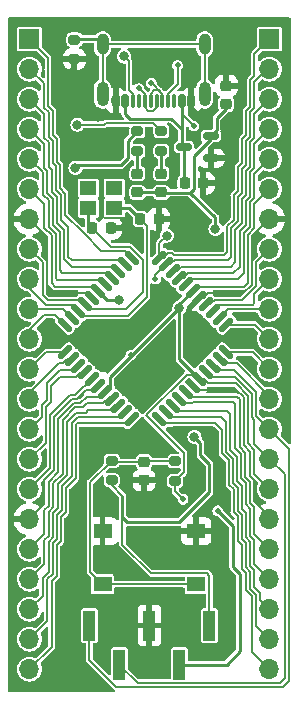
<source format=gbr>
%TF.GenerationSoftware,KiCad,Pcbnew,7.0.8*%
%TF.CreationDate,2023-11-18T20:12:02-05:00*%
%TF.ProjectId,PIC24FJ64GA004 Dev Board,50494332-3446-44a3-9634-474130303420,rev?*%
%TF.SameCoordinates,Original*%
%TF.FileFunction,Copper,L1,Top*%
%TF.FilePolarity,Positive*%
%FSLAX46Y46*%
G04 Gerber Fmt 4.6, Leading zero omitted, Abs format (unit mm)*
G04 Created by KiCad (PCBNEW 7.0.8) date 2023-11-18 20:12:02*
%MOMM*%
%LPD*%
G01*
G04 APERTURE LIST*
G04 Aperture macros list*
%AMRoundRect*
0 Rectangle with rounded corners*
0 $1 Rounding radius*
0 $2 $3 $4 $5 $6 $7 $8 $9 X,Y pos of 4 corners*
0 Add a 4 corners polygon primitive as box body*
4,1,4,$2,$3,$4,$5,$6,$7,$8,$9,$2,$3,0*
0 Add four circle primitives for the rounded corners*
1,1,$1+$1,$2,$3*
1,1,$1+$1,$4,$5*
1,1,$1+$1,$6,$7*
1,1,$1+$1,$8,$9*
0 Add four rect primitives between the rounded corners*
20,1,$1+$1,$2,$3,$4,$5,0*
20,1,$1+$1,$4,$5,$6,$7,0*
20,1,$1+$1,$6,$7,$8,$9,0*
20,1,$1+$1,$8,$9,$2,$3,0*%
G04 Aperture macros list end*
%TA.AperFunction,SMDPad,CuDef*%
%ADD10RoundRect,0.137500X0.521491X0.327037X0.327037X0.521491X-0.521491X-0.327037X-0.327037X-0.521491X0*%
%TD*%
%TA.AperFunction,SMDPad,CuDef*%
%ADD11RoundRect,0.137500X0.521491X-0.327037X-0.327037X0.521491X-0.521491X0.327037X0.327037X-0.521491X0*%
%TD*%
%TA.AperFunction,SMDPad,CuDef*%
%ADD12R,1.400000X1.200000*%
%TD*%
%TA.AperFunction,SMDPad,CuDef*%
%ADD13R,1.550000X1.300000*%
%TD*%
%TA.AperFunction,SMDPad,CuDef*%
%ADD14RoundRect,0.200000X0.275000X-0.200000X0.275000X0.200000X-0.275000X0.200000X-0.275000X-0.200000X0*%
%TD*%
%TA.AperFunction,SMDPad,CuDef*%
%ADD15RoundRect,0.150000X0.512500X0.150000X-0.512500X0.150000X-0.512500X-0.150000X0.512500X-0.150000X0*%
%TD*%
%TA.AperFunction,SMDPad,CuDef*%
%ADD16RoundRect,0.225000X-0.225000X-0.250000X0.225000X-0.250000X0.225000X0.250000X-0.225000X0.250000X0*%
%TD*%
%TA.AperFunction,SMDPad,CuDef*%
%ADD17R,1.000000X2.510000*%
%TD*%
%TA.AperFunction,SMDPad,CuDef*%
%ADD18RoundRect,0.218750X-0.256250X0.218750X-0.256250X-0.218750X0.256250X-0.218750X0.256250X0.218750X0*%
%TD*%
%TA.AperFunction,SMDPad,CuDef*%
%ADD19RoundRect,0.150000X0.150000X0.425000X-0.150000X0.425000X-0.150000X-0.425000X0.150000X-0.425000X0*%
%TD*%
%TA.AperFunction,SMDPad,CuDef*%
%ADD20RoundRect,0.075000X0.075000X0.500000X-0.075000X0.500000X-0.075000X-0.500000X0.075000X-0.500000X0*%
%TD*%
%TA.AperFunction,ComponentPad*%
%ADD21O,1.000000X2.100000*%
%TD*%
%TA.AperFunction,ComponentPad*%
%ADD22O,1.000000X1.800000*%
%TD*%
%TA.AperFunction,SMDPad,CuDef*%
%ADD23RoundRect,0.225000X0.250000X-0.225000X0.250000X0.225000X-0.250000X0.225000X-0.250000X-0.225000X0*%
%TD*%
%TA.AperFunction,SMDPad,CuDef*%
%ADD24RoundRect,0.200000X-0.275000X0.200000X-0.275000X-0.200000X0.275000X-0.200000X0.275000X0.200000X0*%
%TD*%
%TA.AperFunction,SMDPad,CuDef*%
%ADD25RoundRect,0.225000X-0.250000X0.225000X-0.250000X-0.225000X0.250000X-0.225000X0.250000X0.225000X0*%
%TD*%
%TA.AperFunction,ComponentPad*%
%ADD26R,1.700000X1.700000*%
%TD*%
%TA.AperFunction,ComponentPad*%
%ADD27O,1.700000X1.700000*%
%TD*%
%TA.AperFunction,ViaPad*%
%ADD28C,0.500000*%
%TD*%
%TA.AperFunction,ViaPad*%
%ADD29C,0.800000*%
%TD*%
%TA.AperFunction,Conductor*%
%ADD30C,0.150000*%
%TD*%
%TA.AperFunction,Conductor*%
%ADD31C,0.250000*%
%TD*%
G04 APERTURE END LIST*
D10*
%TO.P,U4,44,RP8/SCL1/CN22/PMD4/RB8*%
%TO.N,P44*%
X92471835Y-90597019D03*
%TO.P,U4,43,RP7/INT0/CN23/PMD5/RB7*%
%TO.N,P43*%
X91906150Y-90031334D03*
%TO.P,U4,42,PGC3/EMUC3/RP6/ASCL1/CN24/PMD6/RB6*%
%TO.N,P42*%
X91340464Y-89465648D03*
%TO.P,U4,41,PGD3/EMUD3/RP5/ASDA1/CN27/PMD7/RB5*%
%TO.N,P41*%
X90774779Y-88899963D03*
%TO.P,U4,40,VDD*%
%TO.N,+3V3*%
X90209093Y-88334278D03*
%TO.P,U4,39,VSS__1*%
%TO.N,GND*%
X89643408Y-87768592D03*
%TO.P,U4,38,RP21/CN26/PMA3/RC5*%
%TO.N,P38*%
X89077722Y-87202907D03*
%TO.P,U4,37,RP20/CN25/PMA4/RC4*%
%TO.N,P37*%
X88512037Y-86637221D03*
%TO.P,U4,36,RP19/CN28/PMBE/RC3*%
%TO.N,P36*%
X87946352Y-86071536D03*
%TO.P,U4,35,TDI/PMA9/RA9*%
%TO.N,P35*%
X87380666Y-85505850D03*
%TO.P,U4,34,SOSCO/T1CK/CN0/RA4*%
%TO.N,P34*%
X86814981Y-84940165D03*
D11*
%TO.P,U4,33,SOSCI/RP4/CN1/RB4*%
%TO.N,P33*%
X86814981Y-82589035D03*
%TO.P,U4,32,TDO/PMA8/RA8*%
%TO.N,P32*%
X87380666Y-82023350D03*
%TO.P,U4,31,OSCO/CLKO/CN29/RA3*%
%TO.N,OSCO*%
X87946352Y-81457664D03*
%TO.P,U4,30,OSCI/CLKI/CN30/RA2*%
%TO.N,OSCI*%
X88512037Y-80891979D03*
%TO.P,U4,29,VSS*%
%TO.N,GND*%
X89077722Y-80326293D03*
%TO.P,U4,28,VDD__1*%
%TO.N,+3V3*%
X89643408Y-79760608D03*
%TO.P,U4,27,AN8/RP18/CN10/PMA2/RC2*%
%TO.N,P27*%
X90209093Y-79194922D03*
%TO.P,U4,26,AN7/RP17/CN9/RC1*%
%TO.N,P26*%
X90774779Y-78629237D03*
%TO.P,U4,25,AN6/RP16/CN8/RC0*%
%TO.N,P25*%
X91340464Y-78063552D03*
%TO.P,U4,24,AN5/C1IN+/RP3/SCL2/CN7/RB3*%
%TO.N,P24*%
X91906150Y-77497866D03*
%TO.P,U4,23,AN4/C1IN-/RP2/SDA2/CN6/RB2*%
%TO.N,P23*%
X92471835Y-76932181D03*
D10*
%TO.P,U4,22,PGC1/EMUC1/AN3/C2IN+/RP1/CN5/RB1*%
%TO.N,RX*%
X94822965Y-76932181D03*
%TO.P,U4,21,PGD1/EMUD1/AN2/C2IN-/RP0/CN4/RB0*%
%TO.N,TX*%
X95388650Y-77497866D03*
%TO.P,U4,20,AN1/VREF-/CN3/RA1*%
%TO.N,P20*%
X95954336Y-78063552D03*
%TO.P,U4,19,AN0/VREF+/CN2/RA0*%
%TO.N,P19*%
X96520021Y-78629237D03*
%TO.P,U4,18,~{MCLR}*%
%TO.N,MCLR*%
X97085707Y-79194922D03*
%TO.P,U4,17,AVDD*%
%TO.N,+3V3*%
X97651392Y-79760608D03*
%TO.P,U4,16,AVSS*%
%TO.N,GND*%
X98217078Y-80326293D03*
%TO.P,U4,15,AN9/RP15/CN11/PMCS1/RB15*%
%TO.N,P15*%
X98782763Y-80891979D03*
%TO.P,U4,14,AN10/CVREF/RTCC/RP14/CN12/PMWR/RB14*%
%TO.N,P14*%
X99348448Y-81457664D03*
%TO.P,U4,13,TCK/PMA7/RA7*%
%TO.N,P13*%
X99914134Y-82023350D03*
%TO.P,U4,12,TMS/PMA10/RA10*%
%TO.N,P12*%
X100479819Y-82589035D03*
D11*
%TO.P,U4,11,AN11/RP13/CN13/PMRD/RB13*%
%TO.N,P11*%
X100479819Y-84940165D03*
%TO.P,U4,10,AN12/RP12/CN14/PMD0/RB12*%
%TO.N,P10*%
X99914134Y-85505850D03*
%TO.P,U4,9,PGC2/EMUC2/RP11/CN15/PMD1/RB11*%
%TO.N,PGC2*%
X99348448Y-86071536D03*
%TO.P,U4,8,PGD2/EMUD2/RP10/CN16/PMD2/RB10*%
%TO.N,PGD2*%
X98782763Y-86637221D03*
%TO.P,U4,7,VCAP/VDDCORE*%
%TO.N,+3V3*%
X98217078Y-87202907D03*
%TO.P,U4,6,DISVREG*%
%TO.N,GND*%
X97651392Y-87768592D03*
%TO.P,U4,5,RP25/CN19/PMA6/RC9*%
%TO.N,P5*%
X97085707Y-88334278D03*
%TO.P,U4,4,RP24/CN20/PMA5/RC8*%
%TO.N,P4*%
X96520021Y-88899963D03*
%TO.P,U4,3,RP23/CN17/PMA0/RC7*%
%TO.N,P3*%
X95954336Y-89465648D03*
%TO.P,U4,2,RP22/CN18/PMA1/RC6*%
%TO.N,P2*%
X95388650Y-90031334D03*
%TO.P,U4,1,RP9/SDA1/CN21/PMD3/RB9*%
%TO.N,P1*%
X94822965Y-90597019D03*
%TD*%
D12*
%TO.P,Y1,1,1*%
%TO.N,OSCI*%
X88816000Y-72732000D03*
%TO.P,Y1,2,2*%
%TO.N,OSCO*%
X91016000Y-72732000D03*
%TO.P,Y1,3*%
%TO.N,N/C*%
X91016000Y-71032000D03*
%TO.P,Y1,4*%
X88816000Y-71032000D03*
%TD*%
D13*
%TO.P,SW1,1,1*%
%TO.N,GND*%
X90005000Y-100076000D03*
X97955000Y-100076000D03*
%TO.P,SW1,2,2*%
%TO.N,Net-(C5-Pad1)*%
X90005000Y-104576000D03*
X97955000Y-104576000D03*
%TD*%
D14*
%TO.P,R2,1*%
%TO.N,Net-(D2-K)*%
X92964000Y-67881000D03*
%TO.P,R2,2*%
%TO.N,Net-(U2-CBUS1)*%
X92964000Y-66231000D03*
%TD*%
D15*
%TO.P,U3,1,GND*%
%TO.N,GND*%
X99181500Y-68514000D03*
%TO.P,U3,2,VO*%
%TO.N,+3V3*%
X99181500Y-66614000D03*
%TO.P,U3,3,VI*%
%TO.N,+5V*%
X96906500Y-67564000D03*
%TD*%
D16*
%TO.P,C2,1*%
%TO.N,+5V*%
X97002000Y-70612000D03*
%TO.P,C2,2*%
%TO.N,GND*%
X98552000Y-70612000D03*
%TD*%
D17*
%TO.P,J4,1,~{MCLR}/VPP*%
%TO.N,MCLR*%
X99060000Y-108073000D03*
%TO.P,J4,2,VDD*%
%TO.N,+3V3*%
X96520000Y-111383000D03*
%TO.P,J4,3,VSS*%
%TO.N,GND*%
X93980000Y-108073000D03*
%TO.P,J4,4,PGD/ICSPDAT*%
%TO.N,PGD2*%
X91440000Y-111383000D03*
%TO.P,J4,5,PGC/ICSPCLK*%
%TO.N,PGC2*%
X88900000Y-108073000D03*
%TD*%
D16*
%TO.P,C10,1*%
%TO.N,OSCO*%
X93205000Y-73660000D03*
%TO.P,C10,2*%
%TO.N,GND*%
X94755000Y-73660000D03*
%TD*%
D18*
%TO.P,TX,1,K*%
%TO.N,Net-(D2-K)*%
X92964000Y-69824500D03*
%TO.P,TX,2,A*%
%TO.N,+3V3*%
X92964000Y-71399500D03*
%TD*%
D14*
%TO.P,R1,1*%
%TO.N,Net-(D1-K)*%
X94996000Y-67881000D03*
%TO.P,R1,2*%
%TO.N,Net-(U2-CBUS0)*%
X94996000Y-66231000D03*
%TD*%
D19*
%TO.P,J1,A1,GND*%
%TO.N,GND*%
X97530000Y-63624000D03*
%TO.P,J1,A4,VBUS*%
%TO.N,+5V*%
X96730000Y-63624000D03*
D20*
%TO.P,J1,A5,CC1*%
%TO.N,Net-(J1-CC1)*%
X95580000Y-63624000D03*
%TO.P,J1,A6,D+*%
%TO.N,D+*%
X94580000Y-63624000D03*
%TO.P,J1,A7,D-*%
%TO.N,D-*%
X94080000Y-63624000D03*
%TO.P,J1,A8,SBU1*%
%TO.N,unconnected-(J1-SBU1-PadA8)*%
X93080000Y-63624000D03*
D19*
%TO.P,J1,A9,VBUS*%
%TO.N,+5V*%
X91930000Y-63624000D03*
%TO.P,J1,A12,GND*%
%TO.N,GND*%
X91130000Y-63624000D03*
%TO.P,J1,B1,GND*%
X91130000Y-63624000D03*
%TO.P,J1,B4,VBUS*%
%TO.N,+5V*%
X91930000Y-63624000D03*
D20*
%TO.P,J1,B5,CC2*%
%TO.N,Net-(J1-CC2)*%
X92580000Y-63624000D03*
%TO.P,J1,B6,D+*%
%TO.N,D+*%
X93580000Y-63624000D03*
%TO.P,J1,B7,D-*%
%TO.N,D-*%
X95080000Y-63624000D03*
%TO.P,J1,B8,SBU2*%
%TO.N,unconnected-(J1-SBU2-PadB8)*%
X96080000Y-63624000D03*
D19*
%TO.P,J1,B9,VBUS*%
%TO.N,+5V*%
X96730000Y-63624000D03*
%TO.P,J1,B12,GND*%
%TO.N,GND*%
X97530000Y-63624000D03*
D21*
%TO.P,J1,S1,SHIELD*%
%TO.N,Net-(J1-SHIELD)*%
X98650000Y-63049000D03*
D22*
X98650000Y-58869000D03*
D21*
X90010000Y-63049000D03*
D22*
X90010000Y-58869000D03*
%TD*%
D23*
%TO.P,C3,1*%
%TO.N,+3V3*%
X100482400Y-63919400D03*
%TO.P,C3,2*%
%TO.N,GND*%
X100482400Y-62369400D03*
%TD*%
D24*
%TO.P,R5,1*%
%TO.N,Net-(J1-SHIELD)*%
X87630000Y-58458600D03*
%TO.P,R5,2*%
%TO.N,GND*%
X87630000Y-60108600D03*
%TD*%
D16*
%TO.P,C11,1*%
%TO.N,OSCI*%
X89141000Y-74422000D03*
%TO.P,C11,2*%
%TO.N,GND*%
X90691000Y-74422000D03*
%TD*%
D24*
%TO.P,R7,1*%
%TO.N,Net-(C5-Pad1)*%
X90779600Y-94120200D03*
%TO.P,R7,2*%
%TO.N,MCLR*%
X90779600Y-95770200D03*
%TD*%
D18*
%TO.P,RX,1,K*%
%TO.N,Net-(D1-K)*%
X94996000Y-69824500D03*
%TO.P,RX,2,A*%
%TO.N,+3V3*%
X94996000Y-71399500D03*
%TD*%
D14*
%TO.P,R6,1*%
%TO.N,+3V3*%
X96164400Y-95821000D03*
%TO.P,R6,2*%
%TO.N,Net-(C5-Pad1)*%
X96164400Y-94171000D03*
%TD*%
D25*
%TO.P,C5,1*%
%TO.N,Net-(C5-Pad1)*%
X93522800Y-94221000D03*
%TO.P,C5,2*%
%TO.N,GND*%
X93522800Y-95771000D03*
%TD*%
D26*
%TO.P,J2,1,Pin_1*%
%TO.N,P23*%
X83820000Y-58420000D03*
D27*
%TO.P,J2,2,Pin_2*%
%TO.N,P24*%
X83820000Y-60960000D03*
%TO.P,J2,3,Pin_3*%
%TO.N,P25*%
X83820000Y-63500000D03*
%TO.P,J2,4,Pin_4*%
%TO.N,P26*%
X83820000Y-66040000D03*
%TO.P,J2,5,Pin_5*%
%TO.N,P27*%
X83820000Y-68580000D03*
%TO.P,J2,6,Pin_6*%
%TO.N,+3V3*%
X83820000Y-71120000D03*
%TO.P,J2,7,Pin_7*%
%TO.N,GND*%
X83820000Y-73660000D03*
%TO.P,J2,8,Pin_8*%
%TO.N,OSCI*%
X83820000Y-76200000D03*
%TO.P,J2,9,Pin_9*%
%TO.N,OSCO*%
X83820000Y-78740000D03*
%TO.P,J2,10,Pin_10*%
%TO.N,P32*%
X83820000Y-81280000D03*
%TO.P,J2,11,Pin_11*%
%TO.N,P33*%
X83820000Y-83820000D03*
%TO.P,J2,12,Pin_12*%
%TO.N,P34*%
X83820000Y-86360000D03*
%TO.P,J2,13,Pin_13*%
%TO.N,P35*%
X83820000Y-88900000D03*
%TO.P,J2,14,Pin_14*%
%TO.N,P36*%
X83820000Y-91440000D03*
%TO.P,J2,15,Pin_15*%
%TO.N,P37*%
X83820000Y-93980000D03*
%TO.P,J2,16,Pin_16*%
%TO.N,P38*%
X83820000Y-96520000D03*
%TO.P,J2,17,Pin_17*%
%TO.N,GND*%
X83820000Y-99060000D03*
%TO.P,J2,18,Pin_18*%
%TO.N,+3V3*%
X83820000Y-101600000D03*
%TO.P,J2,19,Pin_19*%
%TO.N,P41*%
X83820000Y-104140000D03*
%TO.P,J2,20,Pin_20*%
%TO.N,P42*%
X83820000Y-106680000D03*
%TO.P,J2,21,Pin_21*%
%TO.N,P43*%
X83820000Y-109220000D03*
%TO.P,J2,22,Pin_22*%
%TO.N,P44*%
X83820000Y-111760000D03*
%TD*%
D26*
%TO.P,J3,1,Pin_1*%
%TO.N,RX*%
X104140000Y-58420000D03*
D27*
%TO.P,J3,2,Pin_2*%
%TO.N,TX*%
X104140000Y-60960000D03*
%TO.P,J3,3,Pin_3*%
%TO.N,P20*%
X104140000Y-63500000D03*
%TO.P,J3,4,Pin_4*%
%TO.N,P19*%
X104140000Y-66040000D03*
%TO.P,J3,5,Pin_5*%
%TO.N,MCLR*%
X104140000Y-68580000D03*
%TO.P,J3,6,Pin_6*%
%TO.N,+3V3*%
X104140000Y-71120000D03*
%TO.P,J3,7,Pin_7*%
%TO.N,GND*%
X104140000Y-73660000D03*
%TO.P,J3,8,Pin_8*%
%TO.N,P15*%
X104140000Y-76200000D03*
%TO.P,J3,9,Pin_9*%
%TO.N,P14*%
X104140000Y-78740000D03*
%TO.P,J3,10,Pin_10*%
%TO.N,P13*%
X104140000Y-81280000D03*
%TO.P,J3,11,Pin_11*%
%TO.N,P12*%
X104140000Y-83820000D03*
%TO.P,J3,12,Pin_12*%
%TO.N,P11*%
X104140000Y-86360000D03*
%TO.P,J3,13,Pin_13*%
%TO.N,P10*%
X104140000Y-88900000D03*
%TO.P,J3,14,Pin_14*%
%TO.N,PGC2*%
X104140000Y-91440000D03*
%TO.P,J3,15,Pin_15*%
%TO.N,PGD2*%
X104140000Y-93980000D03*
%TO.P,J3,16,Pin_16*%
%TO.N,+3V3*%
X104140000Y-96520000D03*
%TO.P,J3,17,Pin_17*%
%TO.N,GND*%
X104140000Y-99060000D03*
%TO.P,J3,18,Pin_18*%
%TO.N,P5*%
X104140000Y-101600000D03*
%TO.P,J3,19,Pin_19*%
%TO.N,P4*%
X104140000Y-104140000D03*
%TO.P,J3,20,Pin_20*%
%TO.N,P3*%
X104140000Y-106680000D03*
%TO.P,J3,21,Pin_21*%
%TO.N,P2*%
X104140000Y-109220000D03*
%TO.P,J3,22,Pin_22*%
%TO.N,P1*%
X104140000Y-111760000D03*
%TD*%
D28*
%TO.N,GND*%
X94284800Y-75209400D03*
X87071200Y-70612000D03*
X98501200Y-64820800D03*
X94894400Y-92964000D03*
X94488000Y-86512400D03*
D29*
X99593400Y-72059800D03*
X90043000Y-102108000D03*
D28*
X96469200Y-107797600D03*
X98450400Y-82956400D03*
X100939600Y-58470800D03*
X87172800Y-102616000D03*
D29*
X89662000Y-64984500D03*
D28*
X100025200Y-103276400D03*
X90982800Y-82448400D03*
D29*
X101752400Y-59690000D03*
D28*
X88087200Y-98247200D03*
X86461600Y-108000800D03*
X89560400Y-93268800D03*
X96215200Y-98399600D03*
X97536000Y-93827600D03*
X100431600Y-66751200D03*
D29*
X93929200Y-72491600D03*
D28*
X95504000Y-100431600D03*
X97485200Y-60096400D03*
X95097600Y-61417200D03*
X100482400Y-65227200D03*
X87376000Y-61112400D03*
X90424000Y-98450400D03*
X98958400Y-65278000D03*
X94488000Y-79705200D03*
X87528400Y-73202800D03*
D29*
X88138000Y-63652400D03*
D28*
X88696800Y-67513200D03*
%TO.N,+5V*%
X97739200Y-65786000D03*
%TO.N,+3V3*%
X96824800Y-97383600D03*
D29*
X96520000Y-81153000D03*
D28*
X99771200Y-98348800D03*
X92405200Y-85191600D03*
D29*
X99568000Y-74472800D03*
X91440000Y-80518000D03*
%TO.N,MCLR*%
X97790000Y-92100400D03*
D28*
%TO.N,Net-(J1-CC1)*%
X96367600Y-60655200D03*
D29*
%TO.N,Net-(J1-CC2)*%
X91846400Y-59893200D03*
%TO.N,Net-(U2-CBUS0)*%
X87884000Y-65659000D03*
%TO.N,Net-(U2-CBUS1)*%
X87715956Y-69306844D03*
%TO.N,RX*%
X95449500Y-75057000D03*
D28*
%TO.N,TX*%
X94488000Y-78740000D03*
%TO.N,D+*%
X93087541Y-62599500D03*
%TO.N,D-*%
X94132400Y-62128400D03*
%TD*%
D30*
%TO.N,Net-(J1-CC2)*%
X92580000Y-63097958D02*
X92580000Y-63624000D01*
X91846400Y-59893200D02*
X92256042Y-60302842D01*
X92256042Y-62774000D02*
X92580000Y-63097958D01*
X92256042Y-60302842D02*
X92256042Y-62774000D01*
%TO.N,+3V3*%
X96164400Y-96723200D02*
X96824800Y-97383600D01*
X96164400Y-95821000D02*
X96164400Y-96723200D01*
X93726000Y-90262095D02*
X93726000Y-90277872D01*
X97848772Y-86834601D02*
X97153493Y-86834601D01*
X97153493Y-86834601D02*
X93726000Y-90262095D01*
X93726000Y-90277872D02*
X96914400Y-93466272D01*
X98217078Y-87202907D02*
X97848772Y-86834601D01*
X96914400Y-93466272D02*
X96914400Y-95071000D01*
X96914400Y-95071000D02*
X96164400Y-95821000D01*
%TO.N,Net-(C5-Pad1)*%
X93572800Y-94171000D02*
X93522800Y-94221000D01*
X96164400Y-94171000D02*
X93572800Y-94171000D01*
X90880400Y-94221000D02*
X90779600Y-94120200D01*
X93522800Y-94221000D02*
X90880400Y-94221000D01*
X88955000Y-103526000D02*
X90005000Y-104576000D01*
X88955000Y-95944800D02*
X88955000Y-103526000D01*
X90779600Y-94120200D02*
X88955000Y-95944800D01*
%TO.N,MCLR*%
X90779600Y-96176600D02*
X91694000Y-97091000D01*
X90779600Y-95770200D02*
X90779600Y-96176600D01*
D31*
%TO.N,+3V3*%
X100482400Y-64312800D02*
X99669600Y-65125600D01*
X99669600Y-65125600D02*
X99669600Y-66125900D01*
X100482400Y-63919400D02*
X100482400Y-64312800D01*
X99669600Y-66125900D02*
X99181500Y-66614000D01*
%TO.N,MCLR*%
X91694000Y-98907600D02*
X91694000Y-97091000D01*
X99060000Y-96774000D02*
X96520000Y-99314000D01*
X99060000Y-94437200D02*
X99060000Y-96774000D01*
X92100400Y-99314000D02*
X91694000Y-98907600D01*
X98298000Y-93675200D02*
X99060000Y-94437200D01*
X97790000Y-92100400D02*
X98298000Y-92608400D01*
X98298000Y-92608400D02*
X98298000Y-93675200D01*
X96520000Y-99314000D02*
X92100400Y-99314000D01*
D30*
%TO.N,GND*%
X92204200Y-73607000D02*
X91389200Y-74422000D01*
X90202090Y-73607000D02*
X92204200Y-73607000D01*
X91389200Y-74422000D02*
X90691000Y-74422000D01*
X90041000Y-73445910D02*
X90202090Y-73607000D01*
X89704754Y-69981844D02*
X90041000Y-70318090D01*
X87436361Y-69981844D02*
X89704754Y-69981844D01*
X86817200Y-69362683D02*
X87436361Y-69981844D01*
X86817200Y-64973200D02*
X86817200Y-69362683D01*
X88138000Y-63652400D02*
X86817200Y-64973200D01*
X90041000Y-70318090D02*
X90041000Y-73445910D01*
%TO.N,P37*%
X85219600Y-89584718D02*
X85219600Y-92580400D01*
X85648800Y-89155518D02*
X85219600Y-89584718D01*
X85648800Y-87782400D02*
X85648800Y-89155518D01*
X85219600Y-92580400D02*
X83820000Y-93980000D01*
X86425673Y-87005527D02*
X85648800Y-87782400D01*
X87790179Y-87005527D02*
X86425673Y-87005527D01*
X88512037Y-86637221D02*
X88158485Y-86637221D01*
X88158485Y-86637221D02*
X87790179Y-87005527D01*
%TO.N,GND*%
X91130000Y-64724400D02*
X90869900Y-64984500D01*
X85919600Y-94915374D02*
X85090000Y-95744974D01*
X90869900Y-64984500D02*
X89662000Y-64984500D01*
X98938936Y-79957988D02*
X101919038Y-79957988D01*
D31*
X98958400Y-65278000D02*
X98958400Y-65328800D01*
D30*
X88709417Y-79957988D02*
X85545988Y-79957988D01*
X98570631Y-80326293D02*
X98938936Y-79957988D01*
X101344898Y-88136898D02*
X101965000Y-88757000D01*
D31*
X97530000Y-64205200D02*
X98094800Y-64770000D01*
X97530000Y-63624000D02*
X97530000Y-64205200D01*
D30*
X85344000Y-79756000D02*
X85344000Y-75184000D01*
X102665000Y-75135000D02*
X104140000Y-73660000D01*
X89275102Y-88136898D02*
X88579823Y-88136898D01*
D31*
X98399600Y-64770000D02*
X98450400Y-64820800D01*
D30*
X89077722Y-80326293D02*
X88709417Y-79957988D01*
D31*
X98450400Y-64820800D02*
X98501200Y-64820800D01*
D30*
X102870000Y-97536000D02*
X104140000Y-98806000D01*
X87422503Y-88905600D02*
X85919600Y-90408503D01*
X102520000Y-95394974D02*
X102870000Y-95744974D01*
X85919600Y-90408503D02*
X85919600Y-94915374D01*
D31*
X98094800Y-64770000D02*
X98399600Y-64770000D01*
D30*
X101919038Y-79957988D02*
X102665000Y-79212026D01*
X89643408Y-87768592D02*
X89275102Y-88136898D01*
X101965000Y-88757000D02*
X101965000Y-92794948D01*
X91130000Y-63624000D02*
X91130000Y-64724400D01*
X104140000Y-98806000D02*
X104140000Y-99060000D01*
X85545988Y-79957988D02*
X85344000Y-79756000D01*
X88579823Y-88136898D02*
X87811120Y-88905600D01*
D31*
X91130000Y-63624000D02*
X91130000Y-64572000D01*
X98958400Y-65328800D02*
X98907600Y-65278000D01*
D30*
X85090000Y-97790000D02*
X83820000Y-99060000D01*
D31*
X98907600Y-65278000D02*
X98958400Y-65278000D01*
D30*
X98019698Y-88136898D02*
X101344898Y-88136898D01*
X102665000Y-79212026D02*
X102665000Y-75135000D01*
X101965000Y-92794948D02*
X102520000Y-93349948D01*
X85344000Y-75184000D02*
X83820000Y-73660000D01*
X102520000Y-93349948D02*
X102520000Y-95394974D01*
X98217078Y-80326293D02*
X98570631Y-80326293D01*
D31*
X98501200Y-64820800D02*
X98501200Y-64871600D01*
D30*
X102870000Y-95744974D02*
X102870000Y-97536000D01*
X85090000Y-95744974D02*
X85090000Y-97790000D01*
D31*
X98501200Y-64871600D02*
X98907600Y-65278000D01*
D30*
X97651392Y-87768592D02*
X98019698Y-88136898D01*
X87811120Y-88905600D02*
X87422503Y-88905600D01*
D31*
%TO.N,+5V*%
X96730000Y-66040000D02*
X96730000Y-67387500D01*
X96730000Y-67387500D02*
X96906500Y-67564000D01*
X96730000Y-63624000D02*
X96730000Y-66040000D01*
X91930000Y-64752000D02*
X92334000Y-65156000D01*
D30*
X97790000Y-65786000D02*
X96730000Y-64726000D01*
X96730000Y-64726000D02*
X96730000Y-63624000D01*
D31*
X95846000Y-65156000D02*
X96730000Y-66040000D01*
X96906500Y-70516500D02*
X97002000Y-70612000D01*
X96906500Y-67564000D02*
X96906500Y-70516500D01*
X91930000Y-63624000D02*
X91930000Y-64752000D01*
X92334000Y-65156000D02*
X95846000Y-65156000D01*
D30*
%TO.N,+3V3*%
X88097516Y-89255600D02*
X87567477Y-89255600D01*
X102315000Y-88599000D02*
X102315000Y-92649974D01*
X102315000Y-79041000D02*
X102315000Y-74990026D01*
X85694000Y-79090000D02*
X85694000Y-75039026D01*
D31*
X90400800Y-80518000D02*
X89643408Y-79760608D01*
X96520000Y-85505829D02*
X98217078Y-87202907D01*
X90627399Y-87045601D02*
X90627399Y-87915972D01*
X91440000Y-80518000D02*
X90400800Y-80518000D01*
X99181500Y-66914000D02*
X97777000Y-68318500D01*
X99771200Y-98348800D02*
X101070000Y-99647600D01*
D30*
X101963698Y-79392302D02*
X102315000Y-79041000D01*
D31*
X99568000Y-74472800D02*
X99568000Y-73525182D01*
D30*
X101287212Y-87571212D02*
X102315000Y-88599000D01*
D31*
X95008500Y-71412000D02*
X94996000Y-71399500D01*
D30*
X85090000Y-100330000D02*
X83820000Y-101600000D01*
D31*
X100503800Y-111383000D02*
X96520000Y-111383000D01*
X99181500Y-66614000D02*
X99181500Y-66914000D01*
D30*
X98019698Y-79392302D02*
X101963698Y-79392302D01*
X102870000Y-72390000D02*
X104140000Y-71120000D01*
X88650533Y-88702583D02*
X88097516Y-89255600D01*
X85090000Y-72390000D02*
X83820000Y-71120000D01*
X87567477Y-89255600D02*
X86269600Y-90553477D01*
X97651392Y-79760608D02*
X98019698Y-79392302D01*
X102315000Y-92649974D02*
X102870000Y-93204974D01*
X89840788Y-88702583D02*
X88650533Y-88702583D01*
D31*
X96520000Y-80892000D02*
X97651392Y-79760608D01*
X101650800Y-103701407D02*
X101650800Y-110236000D01*
D30*
X102870000Y-93204974D02*
X102870000Y-95250000D01*
X102870000Y-95250000D02*
X104140000Y-96520000D01*
X98938936Y-87571212D02*
X101287212Y-87571212D01*
D31*
X101070000Y-103120607D02*
X101650800Y-103701407D01*
D30*
X98570631Y-87202907D02*
X98938936Y-87571212D01*
D31*
X101070000Y-99647600D02*
X101070000Y-103120607D01*
X92964000Y-71399500D02*
X94996000Y-71399500D01*
D30*
X98217078Y-87202907D02*
X98570631Y-87202907D01*
X86269600Y-90553477D02*
X86269600Y-95060348D01*
D31*
X96520000Y-81153000D02*
X96520000Y-85505829D01*
D30*
X89275102Y-79392302D02*
X85996302Y-79392302D01*
D31*
X101650800Y-110236000D02*
X100503800Y-111383000D01*
D30*
X86269600Y-95060348D02*
X85440000Y-95889948D01*
X102870000Y-74435026D02*
X102870000Y-72390000D01*
X85090000Y-74435026D02*
X85090000Y-72390000D01*
X89643408Y-79760608D02*
X89275102Y-79392302D01*
X85996302Y-79392302D02*
X85694000Y-79090000D01*
X85440000Y-97934974D02*
X85090000Y-98284974D01*
D31*
X96520000Y-81153000D02*
X90627399Y-87045601D01*
X96520000Y-81153000D02*
X96520000Y-80892000D01*
X97777000Y-71089818D02*
X97454818Y-71412000D01*
X90627399Y-87915972D02*
X90209093Y-88334278D01*
X99568000Y-73525182D02*
X97454818Y-71412000D01*
X97777000Y-68318500D02*
X97777000Y-71089818D01*
D30*
X85090000Y-98284974D02*
X85090000Y-100330000D01*
X90209093Y-88334278D02*
X89840788Y-88702583D01*
X85694000Y-75039026D02*
X85090000Y-74435026D01*
X85440000Y-95889948D02*
X85440000Y-97934974D01*
D31*
X97454818Y-71412000D02*
X95008500Y-71412000D01*
D30*
X102315000Y-74990026D02*
X102870000Y-74435026D01*
%TO.N,MCLR*%
X98843910Y-103651000D02*
X94126000Y-103651000D01*
X97085707Y-79194922D02*
X97540629Y-78740000D01*
X102870000Y-71895026D02*
X102870000Y-69850000D01*
X99060000Y-103867090D02*
X98843910Y-103651000D01*
X102520000Y-74290052D02*
X102520000Y-72245026D01*
X101473000Y-78740000D02*
X101965000Y-78248000D01*
X101965000Y-74845052D02*
X102520000Y-74290052D01*
X97540629Y-78740000D02*
X101473000Y-78740000D01*
X102870000Y-69850000D02*
X104140000Y-68580000D01*
X91694000Y-101219000D02*
X91694000Y-97091000D01*
X99060000Y-108073000D02*
X99060000Y-103867090D01*
X102520000Y-72245026D02*
X102870000Y-71895026D01*
X94126000Y-103651000D02*
X91694000Y-101219000D01*
X101965000Y-78248000D02*
X101965000Y-74845052D01*
D31*
%TO.N,Net-(D1-K)*%
X94996000Y-67881000D02*
X94996000Y-69824500D01*
%TO.N,Net-(D2-K)*%
X92964000Y-67881000D02*
X92964000Y-69824500D01*
D30*
%TO.N,Net-(J1-CC1)*%
X95580000Y-63054024D02*
X95580000Y-63624000D01*
X96367600Y-60655200D02*
X96367600Y-62266424D01*
X96367600Y-62266424D02*
X95580000Y-63054024D01*
D31*
%TO.N,Net-(J1-SHIELD)*%
X87947000Y-58420000D02*
X89561000Y-58420000D01*
D30*
X90010000Y-58869000D02*
X98650000Y-58869000D01*
D31*
X89561000Y-58420000D02*
X90010000Y-58869000D01*
D30*
X90010000Y-58869000D02*
X90010000Y-63049000D01*
X98650000Y-58869000D02*
X98650000Y-63049000D01*
%TO.N,Net-(U2-CBUS0)*%
X90273000Y-65556000D02*
X94321000Y-65556000D01*
X90170000Y-65659000D02*
X90273000Y-65556000D01*
X87884000Y-65659000D02*
X90170000Y-65659000D01*
X94321000Y-65556000D02*
X94996000Y-66231000D01*
D31*
%TO.N,Net-(U2-CBUS1)*%
X92202000Y-68336462D02*
X92164000Y-68298462D01*
X92164000Y-67031000D02*
X92964000Y-66231000D01*
X92164000Y-68298462D02*
X92164000Y-67031000D01*
X91567000Y-69088000D02*
X92202000Y-68453000D01*
X87715956Y-69306844D02*
X87934800Y-69088000D01*
X92202000Y-68453000D02*
X92202000Y-68336462D01*
X87934800Y-69088000D02*
X91567000Y-69088000D01*
D30*
%TO.N,RX*%
X95449500Y-75057000D02*
X94822965Y-75683535D01*
X94822965Y-76932181D02*
X95176517Y-76932181D01*
X102170000Y-64480051D02*
X102520000Y-64130051D01*
X102870000Y-59690000D02*
X104140000Y-58420000D01*
X100330000Y-76708000D02*
X100565000Y-76473000D01*
X95544823Y-76563875D02*
X95886549Y-76563875D01*
X94822965Y-75683535D02*
X94822965Y-76932181D01*
X96030674Y-76708000D02*
X100330000Y-76708000D01*
X101470000Y-69270102D02*
X101820000Y-68920102D01*
X101120000Y-71665130D02*
X101470000Y-71315130D01*
X101120000Y-73710156D02*
X101120000Y-71665130D01*
X101820000Y-68920102D02*
X101820000Y-66875075D01*
X95886549Y-76563875D02*
X96030674Y-76708000D01*
X101470000Y-71315130D02*
X101470000Y-69270102D01*
X102870000Y-61542918D02*
X102870000Y-59690000D01*
X95176517Y-76932181D02*
X95544823Y-76563875D01*
X102520000Y-61892918D02*
X102870000Y-61542918D01*
X102520000Y-64130051D02*
X102520000Y-61892918D01*
X102170000Y-66525076D02*
X102170000Y-64480051D01*
X100565000Y-74265156D02*
X101120000Y-73710156D01*
X101820000Y-66875075D02*
X102170000Y-66525076D01*
X100565000Y-76473000D02*
X100565000Y-74265156D01*
%TO.N,TX*%
X101820000Y-71460104D02*
X101820000Y-69415076D01*
X102170000Y-69065076D02*
X102170000Y-67020050D01*
X94488000Y-78740000D02*
X94488000Y-78398516D01*
X95742204Y-77497866D02*
X96110509Y-77129561D01*
X102520000Y-64625025D02*
X102870000Y-64275025D01*
X101820000Y-69415076D02*
X102170000Y-69065076D01*
X103947892Y-60960000D02*
X104140000Y-60960000D01*
X95388650Y-77497866D02*
X95742204Y-77497866D01*
X100915000Y-74410130D02*
X101470000Y-73855130D01*
X101470000Y-73855130D02*
X101470000Y-71810104D01*
X102870000Y-64275025D02*
X102870000Y-62037892D01*
X102520000Y-66670051D02*
X102520000Y-64625025D01*
X100670439Y-77129561D02*
X100915000Y-76885000D01*
X94488000Y-78398516D02*
X95388650Y-77497866D01*
X102170000Y-67020050D02*
X102520000Y-66670051D01*
X96110509Y-77129561D02*
X100670439Y-77129561D01*
X100915000Y-76885000D02*
X100915000Y-74410130D01*
X102870000Y-62037892D02*
X103947892Y-60960000D01*
X101470000Y-71810104D02*
X101820000Y-71460104D01*
%TO.N,D+*%
X93580000Y-64199000D02*
X93580000Y-63624000D01*
X93087541Y-62599500D02*
X93262041Y-62774000D01*
X94305000Y-64474000D02*
X93855000Y-64474000D01*
X93855000Y-64474000D02*
X93580000Y-64199000D01*
X93087541Y-62599500D02*
X93153300Y-62599500D01*
X94580000Y-63624000D02*
X94580000Y-64199000D01*
X94580000Y-64199000D02*
X94305000Y-64474000D01*
X93299976Y-62774000D02*
X93580000Y-63054024D01*
X93262041Y-62774000D02*
X93299976Y-62774000D01*
X93580000Y-63054024D02*
X93580000Y-63624000D01*
%TO.N,D-*%
X94080000Y-63054024D02*
X94360024Y-62774000D01*
X94154376Y-62128400D02*
X95080000Y-63054024D01*
X95080000Y-63049000D02*
X95080000Y-63624000D01*
X94805000Y-62774000D02*
X95080000Y-63049000D01*
X95080000Y-63054024D02*
X95080000Y-63624000D01*
X94132400Y-62128400D02*
X94154376Y-62128400D01*
X94080000Y-63624000D02*
X94080000Y-63054024D01*
X94360024Y-62774000D02*
X94805000Y-62774000D01*
%TO.N,PGD2*%
X102665000Y-90459975D02*
X102870000Y-90664975D01*
X105019000Y-112913000D02*
X105441000Y-112491000D01*
X102870000Y-92710000D02*
X104140000Y-93980000D01*
X101229527Y-87005527D02*
X102665000Y-88441000D01*
X91440000Y-111383000D02*
X92970000Y-112913000D01*
X105441000Y-112491000D02*
X105441000Y-95281000D01*
X105441000Y-95281000D02*
X104140000Y-93980000D01*
X99151069Y-87005527D02*
X101229527Y-87005527D01*
X92970000Y-112913000D02*
X105019000Y-112913000D01*
X102665000Y-88441000D02*
X102665000Y-90459975D01*
X98782763Y-86637221D02*
X99151069Y-87005527D01*
X102870000Y-90664975D02*
X102870000Y-92710000D01*
%TO.N,P23*%
X85389200Y-59989200D02*
X83820000Y-58420000D01*
X86140000Y-66875078D02*
X85790000Y-66525078D01*
X88416000Y-74879108D02*
X88416000Y-74852400D01*
X86840000Y-71499448D02*
X86394000Y-71053448D01*
X85790000Y-66525078D02*
X85790000Y-64480052D01*
X86394000Y-69044626D02*
X86140000Y-68790626D01*
X92471835Y-76932181D02*
X91887844Y-76348190D01*
X86140000Y-68790626D02*
X86140000Y-66875078D01*
X86840000Y-73276400D02*
X86840000Y-71499448D01*
X89885082Y-76348190D02*
X88416000Y-74879108D01*
X85790000Y-64480052D02*
X85389200Y-64079252D01*
X91887844Y-76348190D02*
X89885082Y-76348190D01*
X86394000Y-71053448D02*
X86394000Y-69044626D01*
X85389200Y-64079252D02*
X85389200Y-59989200D01*
X88416000Y-74852400D02*
X86840000Y-73276400D01*
%TO.N,P1*%
X102665000Y-105596586D02*
X102665000Y-110285000D01*
X95191271Y-90965325D02*
X95886549Y-90965325D01*
X95919874Y-90932000D02*
X99568000Y-90932000D01*
X100708000Y-94077948D02*
X100708000Y-96143948D01*
X101470000Y-100909896D02*
X101820000Y-101259896D01*
X101820000Y-103304922D02*
X102170000Y-103654922D01*
X100138000Y-91502000D02*
X100138000Y-93507948D01*
X101120000Y-98491948D02*
X101470000Y-98841948D01*
X101820000Y-101259896D02*
X101820000Y-103304922D01*
X102170000Y-105101587D02*
X102665000Y-105596586D01*
X102665000Y-110285000D02*
X104140000Y-111760000D01*
X94822965Y-90597019D02*
X95191271Y-90965325D01*
X99568000Y-90932000D02*
X100138000Y-91502000D01*
X95886549Y-90965325D02*
X95919874Y-90932000D01*
X100138000Y-93507948D02*
X100708000Y-94077948D01*
X102170000Y-103654922D02*
X102170000Y-105101587D01*
X101470000Y-98841948D02*
X101470000Y-100909896D01*
X101120000Y-96555948D02*
X101120000Y-98491948D01*
X100708000Y-96143948D02*
X101120000Y-96555948D01*
%TO.N,P2*%
X101820000Y-98696974D02*
X101820000Y-100764922D01*
X103015000Y-108095000D02*
X104140000Y-109220000D01*
X101058000Y-93932974D02*
X101058000Y-95998974D01*
X100457000Y-90805000D02*
X100457000Y-91059000D01*
X103015000Y-105451611D02*
X103015000Y-108095000D01*
X95781316Y-90424000D02*
X100076000Y-90424000D01*
X100488000Y-93362974D02*
X101058000Y-93932974D01*
X102170000Y-101114922D02*
X102170000Y-103159948D01*
X102520000Y-103509948D02*
X102520000Y-104956612D01*
X95388650Y-90031334D02*
X95781316Y-90424000D01*
X101820000Y-100764922D02*
X102170000Y-101114922D01*
X100488000Y-91090000D02*
X100488000Y-93362974D01*
X101470000Y-98346974D02*
X101820000Y-98696974D01*
X101058000Y-95998974D02*
X101470000Y-96410974D01*
X101470000Y-96410974D02*
X101470000Y-98346974D01*
X102520000Y-104956612D02*
X103015000Y-105451611D01*
X102170000Y-103159948D02*
X102520000Y-103509948D01*
X100076000Y-90424000D02*
X100457000Y-90805000D01*
%TO.N,P3*%
X100838000Y-93218000D02*
X101408000Y-93788000D01*
X102870000Y-103364974D02*
X102870000Y-104811637D01*
X100584000Y-89916000D02*
X100838000Y-90170000D01*
X96404688Y-89916000D02*
X100584000Y-89916000D01*
X101408000Y-95854000D02*
X101820000Y-96266000D01*
X101820000Y-98202000D02*
X102170000Y-98552000D01*
X95954336Y-89465648D02*
X96404688Y-89916000D01*
X102520000Y-103014974D02*
X102870000Y-103364974D01*
X103365000Y-105905000D02*
X104140000Y-106680000D01*
X102170000Y-100619948D02*
X102520000Y-100969948D01*
X102170000Y-98552000D02*
X102170000Y-100619948D01*
X101820000Y-96266000D02*
X101820000Y-98202000D01*
X100838000Y-90170000D02*
X100838000Y-93218000D01*
X102870000Y-104811637D02*
X103365000Y-105306637D01*
X103365000Y-105306637D02*
X103365000Y-105905000D01*
X102520000Y-100969948D02*
X102520000Y-103014974D01*
X101408000Y-93788000D02*
X101408000Y-95854000D01*
%TO.N,P4*%
X96888327Y-89268269D02*
X97583606Y-89268269D01*
X102520000Y-98175948D02*
X102520000Y-100474974D01*
X97583606Y-89268269D02*
X97697875Y-89154000D01*
X102870000Y-100824974D02*
X102870000Y-102870000D01*
X102870000Y-102870000D02*
X104140000Y-104140000D01*
X101265000Y-89327000D02*
X101265000Y-93084896D01*
X102170000Y-96034923D02*
X102170000Y-97825948D01*
X97697875Y-89154000D02*
X101092000Y-89154000D01*
X96520021Y-88899963D02*
X96888327Y-89268269D01*
X101265000Y-93084896D02*
X101758000Y-93577896D01*
X101758000Y-95622923D02*
X102170000Y-96034923D01*
X101758000Y-93577896D02*
X101758000Y-95622923D01*
X101092000Y-89154000D02*
X101265000Y-89327000D01*
X102170000Y-97825948D02*
X102520000Y-98175948D01*
X102520000Y-100474974D02*
X102870000Y-100824974D01*
%TO.N,P5*%
X102108000Y-93432922D02*
X102108000Y-95477948D01*
X102520000Y-95889948D02*
X102520000Y-97680974D01*
X101615000Y-92939922D02*
X102108000Y-93432922D01*
X102870000Y-100330000D02*
X104140000Y-101600000D01*
X97085707Y-88334278D02*
X97454012Y-88702583D01*
X102520000Y-97680974D02*
X102870000Y-98030974D01*
X101402583Y-88702583D02*
X101615000Y-88915000D01*
X102870000Y-98030974D02*
X102870000Y-100330000D01*
X102108000Y-95477948D02*
X102520000Y-95889948D01*
X101615000Y-88915000D02*
X101615000Y-92939922D01*
X97454012Y-88702583D02*
X101402583Y-88702583D01*
%TO.N,P10*%
X100267686Y-85505850D02*
X100635992Y-85874156D01*
X101368156Y-85874156D02*
X104140000Y-88646000D01*
X100635992Y-85874156D02*
X101368156Y-85874156D01*
X104140000Y-88646000D02*
X104140000Y-88900000D01*
X99914134Y-85505850D02*
X100267686Y-85505850D01*
%TO.N,P11*%
X102720165Y-84940165D02*
X104140000Y-86360000D01*
X100479819Y-84940165D02*
X102720165Y-84940165D01*
%TO.N,P13*%
X100657484Y-81280000D02*
X104140000Y-81280000D01*
X99914134Y-82023350D02*
X100657484Y-81280000D01*
%TO.N,P14*%
X102870000Y-80772000D02*
X102870000Y-80010000D01*
X99876112Y-80930000D02*
X102712000Y-80930000D01*
X102712000Y-80930000D02*
X102870000Y-80772000D01*
X99348448Y-81457664D02*
X99876112Y-80930000D01*
X102870000Y-80010000D02*
X104140000Y-78740000D01*
%TO.N,P19*%
X96873574Y-78629237D02*
X97241880Y-78260931D01*
X102520000Y-69705026D02*
X102870000Y-69355026D01*
X101615000Y-74700078D02*
X102170000Y-74145078D01*
X102520000Y-71750052D02*
X102520000Y-69705026D01*
X102170000Y-72100052D02*
X102520000Y-71750052D01*
X101063069Y-78260931D02*
X101615000Y-77709000D01*
X102870000Y-67310000D02*
X104140000Y-66040000D01*
X102170000Y-74145078D02*
X102170000Y-72100052D01*
X101615000Y-77709000D02*
X101615000Y-74700078D01*
X102870000Y-69355026D02*
X102870000Y-67310000D01*
X97241880Y-78260931D02*
X101063069Y-78260931D01*
X96520021Y-78629237D02*
X96873574Y-78629237D01*
%TO.N,P20*%
X95954336Y-78063552D02*
X96307888Y-78063552D01*
X101820000Y-71955078D02*
X102170000Y-71605078D01*
X96676194Y-77695246D02*
X100866754Y-77695246D01*
X101265000Y-77297000D02*
X101265000Y-74555104D01*
X102170000Y-71605078D02*
X102170000Y-69560051D01*
X102170000Y-69560051D02*
X102520000Y-69210051D01*
X102870000Y-64770000D02*
X104140000Y-63500000D01*
X102870000Y-66815026D02*
X102870000Y-64770000D01*
X96307888Y-78063552D02*
X96676194Y-77695246D01*
X101820000Y-74000104D02*
X101820000Y-71955078D01*
X102520000Y-67165025D02*
X102870000Y-66815026D01*
X102520000Y-69210051D02*
X102520000Y-67165025D01*
X100866754Y-77695246D02*
X101265000Y-77297000D01*
X101265000Y-74555104D02*
X101820000Y-74000104D01*
%TO.N,P24*%
X87391161Y-77129561D02*
X87094000Y-76832400D01*
X86044000Y-69189600D02*
X85790000Y-68935600D01*
X85790000Y-67020052D02*
X85440000Y-66670052D01*
X85790000Y-68935600D02*
X85790000Y-67020052D01*
X87094000Y-76832400D02*
X87094000Y-74314800D01*
X87094000Y-74314800D02*
X86490000Y-73710800D01*
X85440000Y-64625026D02*
X85039200Y-64224226D01*
X86490000Y-73710800D02*
X86490000Y-71644422D01*
X91906150Y-77497866D02*
X91537845Y-77129561D01*
X85039200Y-62179200D02*
X83820000Y-60960000D01*
X86044000Y-71198422D02*
X86044000Y-69189600D01*
X85039200Y-64224226D02*
X85039200Y-62179200D01*
X85440000Y-66670052D02*
X85440000Y-64625026D01*
X86490000Y-71644422D02*
X86044000Y-71198422D01*
X91537845Y-77129561D02*
X87391161Y-77129561D01*
%TO.N,P25*%
X85090000Y-64770000D02*
X83820000Y-63500000D01*
X86744000Y-74604104D02*
X86140000Y-74000104D01*
X87404754Y-77695246D02*
X86744000Y-77034492D01*
X85694000Y-69464052D02*
X85440000Y-69210052D01*
X90972158Y-77695246D02*
X87404754Y-77695246D01*
X85090000Y-66815026D02*
X85090000Y-64770000D01*
X86140000Y-74000104D02*
X86140000Y-71789396D01*
X86140000Y-71789396D02*
X85694000Y-71343396D01*
X86744000Y-77034492D02*
X86744000Y-74604104D01*
X91340464Y-78063552D02*
X90972158Y-77695246D01*
X85694000Y-71343396D02*
X85694000Y-69464052D01*
X85440000Y-69210052D02*
X85440000Y-67165026D01*
X85440000Y-67165026D02*
X85090000Y-66815026D01*
%TO.N,Net-(C5-Pad1)*%
X97955000Y-104576000D02*
X90005000Y-104576000D01*
%TO.N,PGC2*%
X99348448Y-86071536D02*
X99702002Y-86071536D01*
X100070307Y-86439841D02*
X101171841Y-86439841D01*
X88900000Y-110986910D02*
X88900000Y-108073000D01*
X101171841Y-86439841D02*
X103015000Y-88283000D01*
X91176090Y-113263000D02*
X88900000Y-110986910D01*
X103015000Y-88283000D02*
X103015000Y-90315000D01*
X105791000Y-93091000D02*
X105791000Y-112776000D01*
X99702002Y-86071536D02*
X100070307Y-86439841D01*
X105791000Y-93091000D02*
X104140000Y-91440000D01*
X103015000Y-90315000D02*
X104140000Y-91440000D01*
X105304000Y-113263000D02*
X91176090Y-113263000D01*
X105791000Y-112776000D02*
X105304000Y-113263000D01*
%TO.N,P26*%
X86614000Y-78232000D02*
X86394000Y-78012000D01*
X85090000Y-69355026D02*
X85090000Y-67310000D01*
X85090000Y-67310000D02*
X83820000Y-66040000D01*
X85344000Y-69609026D02*
X85090000Y-69355026D01*
X86394000Y-78012000D02*
X86394000Y-74749078D01*
X86394000Y-74749078D02*
X85790000Y-74145078D01*
X90377542Y-78232000D02*
X86614000Y-78232000D01*
X85344000Y-71488370D02*
X85344000Y-69609026D01*
X90774779Y-78629237D02*
X90377542Y-78232000D01*
X85790000Y-71934370D02*
X85344000Y-71488370D01*
X85790000Y-74145078D02*
X85790000Y-71934370D01*
%TO.N,P27*%
X84945000Y-69705000D02*
X83820000Y-68580000D01*
X90209093Y-79194922D02*
X89840788Y-78826617D01*
X86192617Y-78826617D02*
X86044000Y-78678000D01*
X86044000Y-78678000D02*
X86044000Y-74894052D01*
X85440000Y-74290052D02*
X85440000Y-72079344D01*
X86044000Y-74894052D02*
X85440000Y-74290052D01*
X84945000Y-71584344D02*
X84945000Y-69705000D01*
X89840788Y-78826617D02*
X86192617Y-78826617D01*
X85440000Y-72079344D02*
X84945000Y-71584344D01*
%TO.N,P32*%
X86637316Y-81280000D02*
X83820000Y-81280000D01*
X87380666Y-82023350D02*
X86637316Y-81280000D01*
%TO.N,P33*%
X86814981Y-82589035D02*
X86013946Y-81788000D01*
X86013946Y-81788000D02*
X85090000Y-81788000D01*
X85090000Y-81788000D02*
X83820000Y-83058000D01*
X83820000Y-83058000D02*
X83820000Y-83820000D01*
%TO.N,P38*%
X87277529Y-88555600D02*
X85569600Y-90263529D01*
X88434849Y-87786897D02*
X87666146Y-88555600D01*
X85569600Y-90263529D02*
X85569600Y-94770400D01*
X85569600Y-94770400D02*
X83820000Y-96520000D01*
X88493732Y-87786897D02*
X88434849Y-87786897D01*
X89077722Y-87202907D02*
X88493732Y-87786897D01*
X87666146Y-88555600D02*
X87277529Y-88555600D01*
%TO.N,P41*%
X85440000Y-98429948D02*
X85440000Y-100474974D01*
X86619600Y-90698451D02*
X86619600Y-95205322D01*
X90598002Y-88723186D02*
X90052920Y-89268269D01*
X87712712Y-89605339D02*
X86619600Y-90698451D01*
X88721245Y-89268269D02*
X88378314Y-89611200D01*
X87718574Y-89611200D02*
X87712712Y-89605339D01*
X85440000Y-100474974D02*
X85090000Y-100824974D01*
X88378314Y-89611200D02*
X87718574Y-89611200D01*
X90774779Y-88899963D02*
X90598002Y-88723186D01*
X85852000Y-95972922D02*
X85852000Y-98017948D01*
X85090000Y-100824974D02*
X85090000Y-102870000D01*
X85090000Y-102870000D02*
X83820000Y-104140000D01*
X86619600Y-95205322D02*
X85852000Y-95972922D01*
X85852000Y-98017948D02*
X85440000Y-98429948D01*
X90052920Y-89268269D02*
X88721245Y-89268269D01*
%TO.N,P42*%
X84945000Y-105555000D02*
X83820000Y-106680000D01*
X88576271Y-90049639D02*
X87763387Y-90049639D01*
X84945000Y-104031000D02*
X84945000Y-105555000D01*
X86202000Y-98162923D02*
X85790000Y-98574922D01*
X86969600Y-95350296D02*
X86202000Y-96117896D01*
X86202000Y-96117896D02*
X86202000Y-98162923D01*
X85790000Y-100619949D02*
X85440000Y-100969948D01*
X87763387Y-90049639D02*
X86969600Y-90843426D01*
X85440000Y-100969948D02*
X85440000Y-103536000D01*
X91340464Y-89465648D02*
X91163688Y-89288872D01*
X90618606Y-89833954D02*
X88791956Y-89833954D01*
X88791956Y-89833954D02*
X88576271Y-90049639D01*
X85440000Y-103536000D02*
X84945000Y-104031000D01*
X85790000Y-98574922D02*
X85790000Y-100619949D01*
X86969600Y-90843426D02*
X86969600Y-95350296D01*
X91163688Y-89288872D02*
X90618606Y-89833954D01*
%TO.N,P43*%
X85344000Y-104140000D02*
X85344000Y-107696000D01*
X85344000Y-107696000D02*
X83820000Y-109220000D01*
X87381600Y-90926400D02*
X87381600Y-95433270D01*
X91906150Y-90031334D02*
X91537845Y-90399639D01*
X86140000Y-100764924D02*
X85790000Y-101114923D01*
X85790000Y-101114923D02*
X85790000Y-103694000D01*
X86552000Y-98307898D02*
X86140000Y-98719896D01*
X85790000Y-103694000D02*
X85344000Y-104140000D01*
X87381600Y-95433270D02*
X86552000Y-96262870D01*
X87908361Y-90399639D02*
X87381600Y-90926400D01*
X86140000Y-98719896D02*
X86140000Y-100764924D01*
X86552000Y-96262870D02*
X86552000Y-98307898D01*
X91537845Y-90399639D02*
X87908361Y-90399639D01*
%TO.N,P44*%
X86902000Y-96407844D02*
X86902000Y-98452873D01*
X86902000Y-98452873D02*
X86490000Y-98864873D01*
X85694000Y-104284974D02*
X85694000Y-109886000D01*
X85694000Y-109886000D02*
X83820000Y-111760000D01*
X92471835Y-90597019D02*
X92103529Y-90965325D01*
X86140000Y-101259898D02*
X86140000Y-103838975D01*
X87850675Y-90965325D02*
X87731600Y-91084400D01*
X87731600Y-91084400D02*
X87731600Y-95578244D01*
X86490000Y-100909899D02*
X86140000Y-101259898D01*
X92103529Y-90965325D02*
X87850675Y-90965325D01*
X86490000Y-98864873D02*
X86490000Y-100909899D01*
X86140000Y-103838975D02*
X85694000Y-104284974D01*
X87731600Y-95578244D02*
X86902000Y-96407844D01*
%TO.N,OSCO*%
X93755826Y-80234174D02*
X92164030Y-81825970D01*
D31*
X92277000Y-72732000D02*
X93205000Y-73660000D01*
D30*
X83820000Y-79502000D02*
X85248000Y-80930000D01*
X87418688Y-80930000D02*
X87946352Y-81457664D01*
D31*
X91016000Y-72732000D02*
X92277000Y-72732000D01*
D30*
X93205000Y-73660000D02*
X93755826Y-74210826D01*
X88314658Y-81825970D02*
X87946352Y-81457664D01*
X85248000Y-80930000D02*
X87418688Y-80930000D01*
X83820000Y-78740000D02*
X83820000Y-79502000D01*
X93755826Y-74210826D02*
X93755826Y-80234174D01*
X92164030Y-81825970D02*
X88314658Y-81825970D01*
%TO.N,OSCI*%
X84945000Y-80119000D02*
X84945000Y-77325000D01*
X88512037Y-80891979D02*
X88143731Y-80523673D01*
D31*
X88816000Y-74097000D02*
X89141000Y-74422000D01*
D30*
X93405826Y-79822174D02*
X91967716Y-81260284D01*
X93405826Y-77088354D02*
X93405826Y-79822174D01*
X88880342Y-81260284D02*
X88512037Y-80891979D01*
X85349673Y-80523673D02*
X84945000Y-80119000D01*
X89141000Y-74422000D02*
X90717190Y-75998190D01*
X91967716Y-81260284D02*
X88880342Y-81260284D01*
X88143731Y-80523673D02*
X85349673Y-80523673D01*
D31*
X88816000Y-72732000D02*
X88816000Y-74097000D01*
D30*
X84945000Y-77325000D02*
X83820000Y-76200000D01*
X90717190Y-75998190D02*
X92315662Y-75998190D01*
X92315662Y-75998190D02*
X93405826Y-77088354D01*
%TO.N,P34*%
X86814981Y-84940165D02*
X85239835Y-84940165D01*
X85239835Y-84940165D02*
X83820000Y-86360000D01*
%TO.N,P12*%
X100479819Y-82589035D02*
X102909035Y-82589035D01*
X102909035Y-82589035D02*
X104140000Y-83820000D01*
%TO.N,P35*%
X86337844Y-85874156D02*
X83820000Y-88392000D01*
X87027114Y-85505850D02*
X86658808Y-85874156D01*
X83820000Y-88392000D02*
X83820000Y-88900000D01*
X87380666Y-85505850D02*
X87027114Y-85505850D01*
X86658808Y-85874156D02*
X86337844Y-85874156D01*
%TO.N,P36*%
X87946352Y-86071536D02*
X87578047Y-86439841D01*
X86381759Y-86439841D02*
X85293200Y-87528400D01*
X84869600Y-89439744D02*
X84869600Y-90390400D01*
X87578047Y-86439841D02*
X86381759Y-86439841D01*
X85293200Y-87528400D02*
X85293200Y-89016144D01*
X84869600Y-90390400D02*
X83820000Y-91440000D01*
X85293200Y-89016144D02*
X84869600Y-89439744D01*
%TO.N,P15*%
X99136315Y-80891979D02*
X99504621Y-80523673D01*
X101848327Y-80523673D02*
X103015000Y-79357000D01*
X103015000Y-77325000D02*
X104140000Y-76200000D01*
X98782763Y-80891979D02*
X99136315Y-80891979D01*
X103015000Y-79357000D02*
X103015000Y-77325000D01*
X99504621Y-80523673D02*
X101848327Y-80523673D01*
%TD*%
%TA.AperFunction,Conductor*%
%TO.N,GND*%
G36*
X105898539Y-56608185D02*
G01*
X105944294Y-56660989D01*
X105955500Y-56712500D01*
X105955500Y-92566522D01*
X105935815Y-92633561D01*
X105883011Y-92679316D01*
X105813853Y-92689260D01*
X105750297Y-92660235D01*
X105743819Y-92654203D01*
X105116982Y-92027366D01*
X105083497Y-91966043D01*
X105088481Y-91896351D01*
X105095307Y-91881229D01*
X105115230Y-91843957D01*
X105115232Y-91843954D01*
X105175300Y-91645934D01*
X105195583Y-91440000D01*
X105175300Y-91234066D01*
X105115232Y-91036046D01*
X105017685Y-90853550D01*
X104965702Y-90790209D01*
X104886410Y-90693589D01*
X104726452Y-90562317D01*
X104726453Y-90562317D01*
X104726450Y-90562315D01*
X104543954Y-90464768D01*
X104345934Y-90404700D01*
X104345932Y-90404699D01*
X104345934Y-90404699D01*
X104140000Y-90384417D01*
X103934067Y-90404699D01*
X103776689Y-90452439D01*
X103736046Y-90464768D01*
X103736045Y-90464768D01*
X103736040Y-90464770D01*
X103698764Y-90484694D01*
X103630361Y-90498935D01*
X103565118Y-90473934D01*
X103552632Y-90463016D01*
X103326819Y-90237203D01*
X103293334Y-90175880D01*
X103290500Y-90149522D01*
X103290500Y-89823982D01*
X103310185Y-89756943D01*
X103362989Y-89711188D01*
X103432147Y-89701244D01*
X103493165Y-89728129D01*
X103532811Y-89760665D01*
X103553550Y-89777685D01*
X103736046Y-89875232D01*
X103934066Y-89935300D01*
X103934065Y-89935300D01*
X103952529Y-89937118D01*
X104140000Y-89955583D01*
X104345934Y-89935300D01*
X104543954Y-89875232D01*
X104726450Y-89777685D01*
X104886410Y-89646410D01*
X105017685Y-89486450D01*
X105115232Y-89303954D01*
X105175300Y-89105934D01*
X105195583Y-88900000D01*
X105175300Y-88694066D01*
X105115232Y-88496046D01*
X105017685Y-88313550D01*
X104904932Y-88176159D01*
X104886410Y-88153589D01*
X104742622Y-88035587D01*
X104726450Y-88022315D01*
X104543954Y-87924768D01*
X104345934Y-87864700D01*
X104345932Y-87864699D01*
X104345934Y-87864699D01*
X104140000Y-87844417D01*
X103934066Y-87864699D01*
X103934063Y-87864700D01*
X103862667Y-87886357D01*
X103792800Y-87886980D01*
X103738993Y-87855377D01*
X101590783Y-85707167D01*
X101575361Y-85688375D01*
X101571917Y-85683221D01*
X101566780Y-85675532D01*
X101566776Y-85675528D01*
X101543779Y-85660163D01*
X101537017Y-85655645D01*
X101516746Y-85642100D01*
X101503524Y-85633265D01*
X101475652Y-85614641D01*
X101475646Y-85614639D01*
X101392589Y-85598118D01*
X101330678Y-85565733D01*
X101296104Y-85505017D01*
X101299844Y-85435248D01*
X101300259Y-85434092D01*
X101318211Y-85384768D01*
X101339309Y-85326800D01*
X101339309Y-85326795D01*
X101340837Y-85318132D01*
X101371864Y-85255530D01*
X101431811Y-85219639D01*
X101462953Y-85215665D01*
X102554687Y-85215665D01*
X102621726Y-85235350D01*
X102642368Y-85251984D01*
X103163016Y-85772632D01*
X103196501Y-85833955D01*
X103191517Y-85903647D01*
X103184694Y-85918764D01*
X103164770Y-85956040D01*
X103104699Y-86154067D01*
X103084417Y-86360000D01*
X103104699Y-86565932D01*
X103115983Y-86603129D01*
X103164768Y-86763954D01*
X103262315Y-86946450D01*
X103262317Y-86946452D01*
X103393589Y-87106410D01*
X103490209Y-87185702D01*
X103553550Y-87237685D01*
X103736046Y-87335232D01*
X103934066Y-87395300D01*
X103934065Y-87395300D01*
X103952529Y-87397118D01*
X104140000Y-87415583D01*
X104345934Y-87395300D01*
X104543954Y-87335232D01*
X104726450Y-87237685D01*
X104886410Y-87106410D01*
X105017685Y-86946450D01*
X105115232Y-86763954D01*
X105175300Y-86565934D01*
X105195583Y-86360000D01*
X105175300Y-86154066D01*
X105115232Y-85956046D01*
X105017685Y-85773550D01*
X104953299Y-85695095D01*
X104886410Y-85613589D01*
X104768677Y-85516969D01*
X104726450Y-85482315D01*
X104543954Y-85384768D01*
X104345934Y-85324700D01*
X104345932Y-85324699D01*
X104345934Y-85324699D01*
X104140000Y-85304417D01*
X103934067Y-85324699D01*
X103781424Y-85371003D01*
X103736046Y-85384768D01*
X103736045Y-85384768D01*
X103736040Y-85384770D01*
X103698764Y-85404694D01*
X103630361Y-85418935D01*
X103565118Y-85393934D01*
X103552632Y-85383016D01*
X102942792Y-84773176D01*
X102927370Y-84754384D01*
X102918789Y-84741541D01*
X102918785Y-84741537D01*
X102895788Y-84726172D01*
X102895785Y-84726170D01*
X102882584Y-84717349D01*
X102837355Y-84687127D01*
X102827661Y-84680650D01*
X102827657Y-84680648D01*
X102743014Y-84663812D01*
X102742981Y-84663806D01*
X102729019Y-84661029D01*
X102720166Y-84659268D01*
X102720165Y-84659268D01*
X102705011Y-84662282D01*
X102680821Y-84664665D01*
X100928139Y-84664665D01*
X100861100Y-84644980D01*
X100840458Y-84628346D01*
X100363784Y-84151673D01*
X100363778Y-84151667D01*
X100324391Y-84121443D01*
X100324385Y-84121440D01*
X100212381Y-84080675D01*
X100093184Y-84080675D01*
X100093181Y-84080675D01*
X100093181Y-84080676D01*
X99981176Y-84121441D01*
X99981173Y-84121443D01*
X99941788Y-84151664D01*
X99941787Y-84151665D01*
X99691320Y-84402134D01*
X99691319Y-84402135D01*
X99661095Y-84441522D01*
X99616619Y-84563724D01*
X99613701Y-84562662D01*
X99590451Y-84609555D01*
X99537238Y-84641402D01*
X99537693Y-84642650D01*
X99531213Y-84645008D01*
X99530499Y-84645436D01*
X99529353Y-84645685D01*
X99415491Y-84687126D01*
X99415488Y-84687128D01*
X99376103Y-84717349D01*
X99376102Y-84717350D01*
X99125635Y-84967819D01*
X99125634Y-84967820D01*
X99095410Y-85007207D01*
X99050934Y-85129409D01*
X99048016Y-85128347D01*
X99024770Y-85175237D01*
X98971553Y-85207090D01*
X98972007Y-85208336D01*
X98965538Y-85210690D01*
X98964819Y-85211121D01*
X98963665Y-85211371D01*
X98849805Y-85252812D01*
X98849802Y-85252814D01*
X98810417Y-85283035D01*
X98810416Y-85283036D01*
X98559949Y-85533505D01*
X98559948Y-85533506D01*
X98529724Y-85572893D01*
X98505049Y-85640690D01*
X98489570Y-85683221D01*
X98485248Y-85695095D01*
X98482330Y-85694033D01*
X98459080Y-85740926D01*
X98405867Y-85772773D01*
X98406322Y-85774021D01*
X98399842Y-85776379D01*
X98399128Y-85776807D01*
X98397982Y-85777056D01*
X98284120Y-85818497D01*
X98284117Y-85818499D01*
X98244732Y-85848720D01*
X98244731Y-85848721D01*
X97994264Y-86099190D01*
X97994263Y-86099191D01*
X97964040Y-86138576D01*
X97936957Y-86212987D01*
X97895530Y-86269251D01*
X97830262Y-86294186D01*
X97761873Y-86279876D01*
X97732754Y-86258257D01*
X96881819Y-85407322D01*
X96848334Y-85345999D01*
X96845500Y-85319641D01*
X96845500Y-81721298D01*
X96865185Y-81654259D01*
X96894010Y-81622925D01*
X96948282Y-81581282D01*
X97044536Y-81455841D01*
X97105044Y-81309762D01*
X97125682Y-81153000D01*
X97123325Y-81135099D01*
X97134090Y-81066066D01*
X97158583Y-81031233D01*
X98129396Y-80060420D01*
X98190719Y-80026935D01*
X98260411Y-80031919D01*
X98304758Y-80060420D01*
X98482950Y-80238612D01*
X98516435Y-80299935D01*
X98511451Y-80369627D01*
X98482950Y-80413974D01*
X97523282Y-81373642D01*
X97653492Y-81445226D01*
X97653500Y-81445229D01*
X97809504Y-81485284D01*
X97809510Y-81485285D01*
X97970574Y-81485285D01*
X97978315Y-81484307D01*
X97978683Y-81487222D01*
X98034680Y-81489120D01*
X98083414Y-81519161D01*
X98244728Y-81680474D01*
X98284119Y-81710702D01*
X98396128Y-81751469D01*
X98396129Y-81751469D01*
X98406322Y-81755179D01*
X98405258Y-81758099D01*
X98452132Y-81781326D01*
X98484006Y-81834556D01*
X98485248Y-81834105D01*
X98487590Y-81840540D01*
X98488027Y-81841270D01*
X98488281Y-81842440D01*
X98523362Y-81938826D01*
X98529725Y-81956308D01*
X98559951Y-81995699D01*
X98810413Y-82246159D01*
X98810416Y-82246161D01*
X98810417Y-82246162D01*
X98810418Y-82246163D01*
X98817321Y-82251460D01*
X98849804Y-82276387D01*
X98961813Y-82317154D01*
X98961814Y-82317154D01*
X98972007Y-82320864D01*
X98970943Y-82323784D01*
X99017814Y-82347007D01*
X99049694Y-82400242D01*
X99050934Y-82399791D01*
X99053272Y-82406216D01*
X99053712Y-82406950D01*
X99053968Y-82408128D01*
X99077580Y-82473004D01*
X99095411Y-82521994D01*
X99125637Y-82561385D01*
X99376099Y-82811845D01*
X99376102Y-82811847D01*
X99376103Y-82811848D01*
X99376104Y-82811849D01*
X99383007Y-82817146D01*
X99415490Y-82842073D01*
X99527499Y-82882840D01*
X99527500Y-82882840D01*
X99537693Y-82886550D01*
X99536629Y-82889470D01*
X99583503Y-82912697D01*
X99615377Y-82965927D01*
X99616619Y-82965476D01*
X99618961Y-82971911D01*
X99619398Y-82972641D01*
X99619652Y-82973811D01*
X99655968Y-83073590D01*
X99661096Y-83087679D01*
X99691322Y-83127070D01*
X99941784Y-83377530D01*
X99941787Y-83377532D01*
X99941788Y-83377533D01*
X99941789Y-83377534D01*
X99943392Y-83378764D01*
X99981175Y-83407758D01*
X100093184Y-83448525D01*
X100093187Y-83448525D01*
X100212379Y-83448525D01*
X100212381Y-83448525D01*
X100324389Y-83407758D01*
X100363781Y-83377532D01*
X100840458Y-82900853D01*
X100901781Y-82867369D01*
X100928139Y-82864535D01*
X102743557Y-82864535D01*
X102810596Y-82884220D01*
X102831238Y-82900854D01*
X103163016Y-83232632D01*
X103196501Y-83293955D01*
X103191517Y-83363647D01*
X103184694Y-83378764D01*
X103164770Y-83416040D01*
X103104699Y-83614067D01*
X103084417Y-83820000D01*
X103104699Y-84025932D01*
X103133671Y-84121440D01*
X103164768Y-84223954D01*
X103262315Y-84406450D01*
X103262317Y-84406452D01*
X103393589Y-84566410D01*
X103489884Y-84645436D01*
X103553550Y-84697685D01*
X103736046Y-84795232D01*
X103934066Y-84855300D01*
X103934065Y-84855300D01*
X103952529Y-84857118D01*
X104140000Y-84875583D01*
X104345934Y-84855300D01*
X104543954Y-84795232D01*
X104726450Y-84697685D01*
X104886410Y-84566410D01*
X105017685Y-84406450D01*
X105115232Y-84223954D01*
X105175300Y-84025934D01*
X105195583Y-83820000D01*
X105175300Y-83614066D01*
X105115232Y-83416046D01*
X105017685Y-83233550D01*
X104930300Y-83127070D01*
X104886410Y-83073589D01*
X104726452Y-82942317D01*
X104726453Y-82942317D01*
X104726450Y-82942315D01*
X104543954Y-82844768D01*
X104345934Y-82784700D01*
X104345932Y-82784699D01*
X104345934Y-82784699D01*
X104140000Y-82764417D01*
X103934067Y-82784699D01*
X103776689Y-82832439D01*
X103736046Y-82844768D01*
X103736045Y-82844768D01*
X103736040Y-82844770D01*
X103698764Y-82864694D01*
X103630361Y-82878935D01*
X103565118Y-82853934D01*
X103552632Y-82843016D01*
X103131662Y-82422046D01*
X103116240Y-82403254D01*
X103114636Y-82400854D01*
X103107659Y-82390411D01*
X103107656Y-82390408D01*
X103089723Y-82378426D01*
X103058500Y-82357563D01*
X103053148Y-82353987D01*
X103016530Y-82329520D01*
X103016529Y-82329519D01*
X103016528Y-82329519D01*
X102931884Y-82312682D01*
X102931851Y-82312676D01*
X102917889Y-82309899D01*
X102909036Y-82308138D01*
X102909035Y-82308138D01*
X102893881Y-82311152D01*
X102869691Y-82313535D01*
X101462953Y-82313535D01*
X101395914Y-82293850D01*
X101350159Y-82241046D01*
X101340837Y-82211068D01*
X101339309Y-82202403D01*
X101339309Y-82202400D01*
X101298542Y-82090391D01*
X101268316Y-82051000D01*
X101017854Y-81800540D01*
X101017849Y-81800536D01*
X101017848Y-81800535D01*
X100988316Y-81777873D01*
X100947115Y-81721444D01*
X100942963Y-81651698D01*
X100977177Y-81590779D01*
X101038896Y-81558028D01*
X101063806Y-81555500D01*
X103033837Y-81555500D01*
X103100876Y-81575185D01*
X103146631Y-81627989D01*
X103152497Y-81643504D01*
X103164767Y-81683952D01*
X103164768Y-81683954D01*
X103262315Y-81866450D01*
X103262317Y-81866452D01*
X103393589Y-82026410D01*
X103471553Y-82090392D01*
X103553550Y-82157685D01*
X103736046Y-82255232D01*
X103934066Y-82315300D01*
X103934065Y-82315300D01*
X103952529Y-82317118D01*
X104140000Y-82335583D01*
X104345934Y-82315300D01*
X104543954Y-82255232D01*
X104726450Y-82157685D01*
X104886410Y-82026410D01*
X105017685Y-81866450D01*
X105115232Y-81683954D01*
X105175300Y-81485934D01*
X105195583Y-81280000D01*
X105175300Y-81074066D01*
X105115232Y-80876046D01*
X105017685Y-80693550D01*
X104948462Y-80609201D01*
X104886410Y-80533589D01*
X104763594Y-80432798D01*
X104726450Y-80402315D01*
X104543954Y-80304768D01*
X104345934Y-80244700D01*
X104345932Y-80244699D01*
X104345934Y-80244699D01*
X104140000Y-80224417D01*
X103934067Y-80244699D01*
X103758692Y-80297898D01*
X103751979Y-80299935D01*
X103736043Y-80304769D01*
X103630401Y-80361237D01*
X103553550Y-80402315D01*
X103553548Y-80402316D01*
X103553547Y-80402317D01*
X103393589Y-80533590D01*
X103365353Y-80567996D01*
X103307607Y-80607330D01*
X103237763Y-80609201D01*
X103177994Y-80573013D01*
X103147279Y-80510257D01*
X103145500Y-80489331D01*
X103145500Y-80175477D01*
X103165185Y-80108438D01*
X103181815Y-80087800D01*
X103552634Y-79716980D01*
X103613955Y-79683497D01*
X103683646Y-79688481D01*
X103698767Y-79695305D01*
X103736046Y-79715232D01*
X103934066Y-79775300D01*
X103934065Y-79775300D01*
X103952529Y-79777118D01*
X104140000Y-79795583D01*
X104345934Y-79775300D01*
X104543954Y-79715232D01*
X104726450Y-79617685D01*
X104886410Y-79486410D01*
X105017685Y-79326450D01*
X105115232Y-79143954D01*
X105175300Y-78945934D01*
X105195583Y-78740000D01*
X105175300Y-78534066D01*
X105115232Y-78336046D01*
X105017685Y-78153550D01*
X104921134Y-78035901D01*
X104886410Y-77993589D01*
X104742923Y-77875834D01*
X104726450Y-77862315D01*
X104543954Y-77764768D01*
X104345934Y-77704700D01*
X104345932Y-77704699D01*
X104345934Y-77704699D01*
X104140000Y-77684417D01*
X103934067Y-77704699D01*
X103736043Y-77764769D01*
X103553546Y-77862317D01*
X103493164Y-77911871D01*
X103428853Y-77939183D01*
X103359986Y-77927391D01*
X103308426Y-77880238D01*
X103290500Y-77816017D01*
X103290500Y-77490477D01*
X103310185Y-77423438D01*
X103326815Y-77402800D01*
X103552634Y-77176980D01*
X103613955Y-77143497D01*
X103683646Y-77148481D01*
X103698767Y-77155305D01*
X103736046Y-77175232D01*
X103934066Y-77235300D01*
X103934065Y-77235300D01*
X103952529Y-77237118D01*
X104140000Y-77255583D01*
X104345934Y-77235300D01*
X104543954Y-77175232D01*
X104726450Y-77077685D01*
X104886410Y-76946410D01*
X105017685Y-76786450D01*
X105115232Y-76603954D01*
X105175300Y-76405934D01*
X105195583Y-76200000D01*
X105175300Y-75994066D01*
X105115232Y-75796046D01*
X105017685Y-75613550D01*
X104952457Y-75534069D01*
X104886410Y-75453589D01*
X104726452Y-75322317D01*
X104726453Y-75322317D01*
X104726450Y-75322315D01*
X104543954Y-75224768D01*
X104477447Y-75204593D01*
X104419009Y-75166296D01*
X104390553Y-75102484D01*
X104401113Y-75033417D01*
X104447337Y-74981023D01*
X104481350Y-74966158D01*
X104603483Y-74933433D01*
X104603492Y-74933429D01*
X104817578Y-74833600D01*
X105011082Y-74698105D01*
X105178105Y-74531082D01*
X105313600Y-74337578D01*
X105413429Y-74123492D01*
X105413432Y-74123486D01*
X105470636Y-73910000D01*
X104573686Y-73910000D01*
X104599493Y-73869844D01*
X104640000Y-73731889D01*
X104640000Y-73588111D01*
X104599493Y-73450156D01*
X104573686Y-73410000D01*
X105470636Y-73410000D01*
X105470635Y-73409999D01*
X105413432Y-73196513D01*
X105413429Y-73196507D01*
X105313600Y-72982422D01*
X105313599Y-72982420D01*
X105178113Y-72788926D01*
X105178108Y-72788920D01*
X105011082Y-72621894D01*
X104817578Y-72486399D01*
X104603492Y-72386570D01*
X104603486Y-72386567D01*
X104481349Y-72353841D01*
X104421689Y-72317476D01*
X104391160Y-72254629D01*
X104399455Y-72185253D01*
X104443940Y-72131375D01*
X104477444Y-72115407D01*
X104543954Y-72095232D01*
X104726450Y-71997685D01*
X104886410Y-71866410D01*
X105017685Y-71706450D01*
X105115232Y-71523954D01*
X105175300Y-71325934D01*
X105195583Y-71120000D01*
X105175300Y-70914066D01*
X105115232Y-70716046D01*
X105017685Y-70533550D01*
X104948462Y-70449201D01*
X104886410Y-70373589D01*
X104751723Y-70263056D01*
X104726450Y-70242315D01*
X104543954Y-70144768D01*
X104345934Y-70084700D01*
X104345932Y-70084699D01*
X104345934Y-70084699D01*
X104140000Y-70064417D01*
X103934067Y-70084699D01*
X103736043Y-70144769D01*
X103680577Y-70174417D01*
X103553550Y-70242315D01*
X103553548Y-70242316D01*
X103553547Y-70242317D01*
X103393589Y-70373590D01*
X103365353Y-70407996D01*
X103307607Y-70447330D01*
X103237763Y-70449201D01*
X103177994Y-70413013D01*
X103147279Y-70350257D01*
X103145500Y-70329331D01*
X103145500Y-70015477D01*
X103165185Y-69948438D01*
X103181815Y-69927800D01*
X103552634Y-69556980D01*
X103613955Y-69523497D01*
X103683646Y-69528481D01*
X103698767Y-69535305D01*
X103736046Y-69555232D01*
X103934066Y-69615300D01*
X103934065Y-69615300D01*
X103952529Y-69617118D01*
X104140000Y-69635583D01*
X104345934Y-69615300D01*
X104543954Y-69555232D01*
X104726450Y-69457685D01*
X104886410Y-69326410D01*
X105017685Y-69166450D01*
X105115232Y-68983954D01*
X105175300Y-68785934D01*
X105195583Y-68580000D01*
X105175300Y-68374066D01*
X105115232Y-68176046D01*
X105017685Y-67993550D01*
X104965702Y-67930209D01*
X104886410Y-67833589D01*
X104726452Y-67702317D01*
X104726453Y-67702317D01*
X104726450Y-67702315D01*
X104543954Y-67604768D01*
X104345934Y-67544700D01*
X104345932Y-67544699D01*
X104345934Y-67544699D01*
X104140000Y-67524417D01*
X103934067Y-67544699D01*
X103736043Y-67604769D01*
X103643955Y-67653992D01*
X103553550Y-67702315D01*
X103553548Y-67702316D01*
X103553547Y-67702317D01*
X103393589Y-67833590D01*
X103365353Y-67867996D01*
X103307607Y-67907330D01*
X103237763Y-67909201D01*
X103177994Y-67873013D01*
X103147279Y-67810257D01*
X103145500Y-67789331D01*
X103145500Y-67475477D01*
X103165185Y-67408438D01*
X103181815Y-67387800D01*
X103552634Y-67016980D01*
X103613955Y-66983497D01*
X103683646Y-66988481D01*
X103698767Y-66995305D01*
X103736046Y-67015232D01*
X103934066Y-67075300D01*
X103934065Y-67075300D01*
X103952529Y-67077118D01*
X104140000Y-67095583D01*
X104345934Y-67075300D01*
X104543954Y-67015232D01*
X104726450Y-66917685D01*
X104886410Y-66786410D01*
X105017685Y-66626450D01*
X105115232Y-66443954D01*
X105175300Y-66245934D01*
X105195583Y-66040000D01*
X105175300Y-65834066D01*
X105115232Y-65636046D01*
X105017685Y-65453550D01*
X104948462Y-65369201D01*
X104886410Y-65293589D01*
X104726452Y-65162317D01*
X104726453Y-65162317D01*
X104726450Y-65162315D01*
X104551533Y-65068819D01*
X104543956Y-65064769D01*
X104543955Y-65064768D01*
X104543954Y-65064768D01*
X104345934Y-65004700D01*
X104345932Y-65004699D01*
X104345934Y-65004699D01*
X104140000Y-64984417D01*
X103934067Y-65004699D01*
X103736043Y-65064769D01*
X103625898Y-65123643D01*
X103553550Y-65162315D01*
X103553548Y-65162316D01*
X103553547Y-65162317D01*
X103393589Y-65293590D01*
X103365353Y-65327996D01*
X103307607Y-65367330D01*
X103237763Y-65369201D01*
X103177994Y-65333013D01*
X103147279Y-65270257D01*
X103145500Y-65249331D01*
X103145500Y-64935477D01*
X103165185Y-64868438D01*
X103181815Y-64847800D01*
X103552634Y-64476980D01*
X103613955Y-64443497D01*
X103683646Y-64448481D01*
X103698767Y-64455305D01*
X103736046Y-64475232D01*
X103934066Y-64535300D01*
X103934065Y-64535300D01*
X103952529Y-64537118D01*
X104140000Y-64555583D01*
X104345934Y-64535300D01*
X104543954Y-64475232D01*
X104726450Y-64377685D01*
X104886410Y-64246410D01*
X105017685Y-64086450D01*
X105115232Y-63903954D01*
X105175300Y-63705934D01*
X105195583Y-63500000D01*
X105175300Y-63294066D01*
X105115232Y-63096046D01*
X105017685Y-62913550D01*
X104948462Y-62829201D01*
X104886410Y-62753589D01*
X104751300Y-62642709D01*
X104726450Y-62622315D01*
X104543954Y-62524768D01*
X104345934Y-62464700D01*
X104345932Y-62464699D01*
X104345934Y-62464699D01*
X104140000Y-62444417D01*
X103934067Y-62464699D01*
X103736043Y-62524769D01*
X103641366Y-62575376D01*
X103553550Y-62622315D01*
X103553548Y-62622316D01*
X103553547Y-62622317D01*
X103393589Y-62753590D01*
X103365353Y-62787996D01*
X103307607Y-62827330D01*
X103237763Y-62829201D01*
X103177994Y-62793013D01*
X103147279Y-62730257D01*
X103145500Y-62709331D01*
X103145500Y-62203369D01*
X103165185Y-62136330D01*
X103181815Y-62115692D01*
X103427442Y-61870064D01*
X103488763Y-61836581D01*
X103558454Y-61841565D01*
X103573574Y-61848389D01*
X103736041Y-61935230D01*
X103736043Y-61935230D01*
X103736046Y-61935232D01*
X103934066Y-61995300D01*
X103934065Y-61995300D01*
X103949214Y-61996792D01*
X104140000Y-62015583D01*
X104345934Y-61995300D01*
X104543954Y-61935232D01*
X104726450Y-61837685D01*
X104886410Y-61706410D01*
X105017685Y-61546450D01*
X105115232Y-61363954D01*
X105175300Y-61165934D01*
X105195583Y-60960000D01*
X105175300Y-60754066D01*
X105115232Y-60556046D01*
X105017685Y-60373550D01*
X104948462Y-60289201D01*
X104886410Y-60213589D01*
X104768677Y-60116969D01*
X104726450Y-60082315D01*
X104543954Y-59984768D01*
X104345934Y-59924700D01*
X104345932Y-59924699D01*
X104345934Y-59924699D01*
X104140000Y-59904417D01*
X103934067Y-59924699D01*
X103736043Y-59984769D01*
X103635744Y-60038381D01*
X103553550Y-60082315D01*
X103553548Y-60082316D01*
X103553547Y-60082317D01*
X103393589Y-60213590D01*
X103365353Y-60247996D01*
X103307607Y-60287330D01*
X103237763Y-60289201D01*
X103177994Y-60253013D01*
X103147279Y-60190257D01*
X103145500Y-60169331D01*
X103145500Y-59855478D01*
X103165185Y-59788439D01*
X103181819Y-59767797D01*
X103442797Y-59506819D01*
X103504120Y-59473334D01*
X103530478Y-59470500D01*
X105009750Y-59470500D01*
X105009751Y-59470499D01*
X105025474Y-59467372D01*
X105068229Y-59458868D01*
X105068229Y-59458867D01*
X105068231Y-59458867D01*
X105134552Y-59414552D01*
X105178867Y-59348231D01*
X105178867Y-59348229D01*
X105178868Y-59348229D01*
X105190499Y-59289752D01*
X105190500Y-59289750D01*
X105190500Y-57550249D01*
X105190499Y-57550247D01*
X105178868Y-57491770D01*
X105178867Y-57491769D01*
X105134552Y-57425447D01*
X105068230Y-57381132D01*
X105068229Y-57381131D01*
X105009752Y-57369500D01*
X105009748Y-57369500D01*
X103270252Y-57369500D01*
X103270247Y-57369500D01*
X103211770Y-57381131D01*
X103211769Y-57381132D01*
X103145447Y-57425447D01*
X103101132Y-57491769D01*
X103101131Y-57491770D01*
X103089500Y-57550247D01*
X103089500Y-59029521D01*
X103069815Y-59096560D01*
X103053181Y-59117202D01*
X102703010Y-59467372D01*
X102684222Y-59482791D01*
X102671380Y-59491371D01*
X102671375Y-59491376D01*
X102610485Y-59582505D01*
X102600305Y-59633685D01*
X102589103Y-59689999D01*
X102592117Y-59705151D01*
X102594500Y-59729344D01*
X102594500Y-61377439D01*
X102574815Y-61444478D01*
X102558181Y-61465120D01*
X102353010Y-61670290D01*
X102334222Y-61685709D01*
X102321377Y-61694292D01*
X102306004Y-61717298D01*
X102289806Y-61741542D01*
X102260484Y-61785423D01*
X102249786Y-61839210D01*
X102239103Y-61892916D01*
X102239103Y-61892917D01*
X102242117Y-61908069D01*
X102244500Y-61932262D01*
X102244500Y-63964572D01*
X102224815Y-64031611D01*
X102208181Y-64052253D01*
X102003010Y-64257423D01*
X101984222Y-64272842D01*
X101971377Y-64281425D01*
X101955999Y-64304439D01*
X101955329Y-64305442D01*
X101953888Y-64307599D01*
X101953880Y-64307611D01*
X101923744Y-64352712D01*
X101910485Y-64372556D01*
X101896055Y-64445103D01*
X101889103Y-64480051D01*
X101891664Y-64492928D01*
X101892117Y-64495202D01*
X101894500Y-64519395D01*
X101894500Y-66359597D01*
X101874815Y-66426636D01*
X101858181Y-66447278D01*
X101653013Y-66652445D01*
X101634226Y-66667864D01*
X101621378Y-66676449D01*
X101621373Y-66676453D01*
X101606006Y-66699453D01*
X101560485Y-66767578D01*
X101560483Y-66767582D01*
X101539103Y-66875072D01*
X101539103Y-66875074D01*
X101539103Y-66875075D01*
X101539103Y-66875077D01*
X101542117Y-66890226D01*
X101544500Y-66914419D01*
X101544500Y-68754623D01*
X101524815Y-68821662D01*
X101508181Y-68842304D01*
X101303010Y-69047474D01*
X101284222Y-69062893D01*
X101271377Y-69071476D01*
X101256006Y-69094479D01*
X101253302Y-69098526D01*
X101210485Y-69162607D01*
X101195651Y-69237184D01*
X101189103Y-69270101D01*
X101192117Y-69285253D01*
X101194500Y-69309446D01*
X101194500Y-71149651D01*
X101174815Y-71216690D01*
X101158181Y-71237332D01*
X100953010Y-71442502D01*
X100934222Y-71457921D01*
X100921377Y-71466504D01*
X100921376Y-71466506D01*
X100906007Y-71489506D01*
X100906006Y-71489508D01*
X100906005Y-71489510D01*
X100893316Y-71508500D01*
X100860485Y-71557633D01*
X100844952Y-71635727D01*
X100839103Y-71665129D01*
X100842117Y-71680281D01*
X100844500Y-71704474D01*
X100844500Y-73544677D01*
X100824815Y-73611716D01*
X100808181Y-73632358D01*
X100398010Y-74042528D01*
X100379222Y-74057947D01*
X100366376Y-74066530D01*
X100357601Y-74079662D01*
X100351007Y-74089532D01*
X100351006Y-74089534D01*
X100341787Y-74103331D01*
X100305485Y-74157661D01*
X100305484Y-74157662D01*
X100298701Y-74167815D01*
X100295201Y-74165476D01*
X100265780Y-74201919D01*
X100199466Y-74223924D01*
X100131782Y-74206584D01*
X100096776Y-74175485D01*
X100069435Y-74139854D01*
X99996282Y-74044518D01*
X99994468Y-74043126D01*
X99942012Y-74002874D01*
X99900810Y-73946446D01*
X99893500Y-73904499D01*
X99893500Y-73542102D01*
X99893736Y-73536695D01*
X99897264Y-73496375D01*
X99893543Y-73482489D01*
X99886782Y-73457258D01*
X99885616Y-73452000D01*
X99878588Y-73412137D01*
X99878586Y-73412134D01*
X99878586Y-73412132D01*
X99876760Y-73407115D01*
X99869820Y-73390358D01*
X99867554Y-73385501D01*
X99867554Y-73385498D01*
X99844339Y-73352344D01*
X99841433Y-73347781D01*
X99821196Y-73312730D01*
X99821195Y-73312729D01*
X99821194Y-73312727D01*
X99790177Y-73286700D01*
X99786193Y-73283049D01*
X98283753Y-71780609D01*
X98250268Y-71719286D01*
X98255252Y-71649594D01*
X98283751Y-71605248D01*
X98302000Y-71586998D01*
X98302000Y-70862000D01*
X98802000Y-70862000D01*
X98802000Y-71586999D01*
X98825308Y-71586999D01*
X98825322Y-71586998D01*
X98924607Y-71576855D01*
X99085481Y-71523547D01*
X99085492Y-71523542D01*
X99229728Y-71434575D01*
X99229732Y-71434572D01*
X99349572Y-71314732D01*
X99349575Y-71314728D01*
X99438542Y-71170492D01*
X99438547Y-71170481D01*
X99491855Y-71009606D01*
X99501999Y-70910322D01*
X99502000Y-70910309D01*
X99502000Y-70862000D01*
X98802000Y-70862000D01*
X98302000Y-70862000D01*
X98302000Y-69637000D01*
X98802000Y-69637000D01*
X98802000Y-70362000D01*
X99501999Y-70362000D01*
X99501999Y-70313692D01*
X99501998Y-70313677D01*
X99491855Y-70214392D01*
X99438547Y-70053518D01*
X99438542Y-70053507D01*
X99349575Y-69909271D01*
X99349572Y-69909267D01*
X99229732Y-69789427D01*
X99229728Y-69789424D01*
X99085492Y-69700457D01*
X99085481Y-69700452D01*
X98924606Y-69647144D01*
X98825322Y-69637000D01*
X98802000Y-69637000D01*
X98302000Y-69637000D01*
X98302000Y-69636999D01*
X98278693Y-69637000D01*
X98278671Y-69637002D01*
X98239101Y-69641044D01*
X98170408Y-69628274D01*
X98119524Y-69580393D01*
X98102500Y-69517686D01*
X98102500Y-69301530D01*
X98122185Y-69234491D01*
X98174989Y-69188736D01*
X98244147Y-69178792D01*
X98289621Y-69194798D01*
X98408803Y-69265282D01*
X98408806Y-69265283D01*
X98566504Y-69311099D01*
X98566510Y-69311100D01*
X98603356Y-69314000D01*
X98931500Y-69314000D01*
X98931500Y-68764000D01*
X99431500Y-68764000D01*
X99431500Y-69314000D01*
X99759644Y-69314000D01*
X99796489Y-69311100D01*
X99796495Y-69311099D01*
X99954193Y-69265283D01*
X99954196Y-69265282D01*
X100095552Y-69181685D01*
X100095561Y-69181678D01*
X100211678Y-69065561D01*
X100211685Y-69065552D01*
X100295281Y-68924198D01*
X100341100Y-68766486D01*
X100341295Y-68764001D01*
X100341295Y-68764000D01*
X99431500Y-68764000D01*
X98931500Y-68764000D01*
X98931500Y-67714000D01*
X99431500Y-67714000D01*
X99431500Y-68264000D01*
X100341295Y-68264000D01*
X100341295Y-68263998D01*
X100341100Y-68261513D01*
X100295281Y-68103801D01*
X100211685Y-67962447D01*
X100211678Y-67962438D01*
X100095561Y-67846321D01*
X100095552Y-67846314D01*
X99954196Y-67762717D01*
X99954193Y-67762716D01*
X99796495Y-67716900D01*
X99796489Y-67716899D01*
X99759644Y-67714000D01*
X99431500Y-67714000D01*
X98931500Y-67714000D01*
X98931500Y-67675687D01*
X98951185Y-67608648D01*
X98967819Y-67588006D01*
X99175086Y-67380739D01*
X99399705Y-67156119D01*
X99403674Y-67152482D01*
X99414375Y-67143504D01*
X99478385Y-67115496D01*
X99494073Y-67114500D01*
X99727261Y-67114500D01*
X99749971Y-67111191D01*
X99795393Y-67104573D01*
X99900483Y-67053198D01*
X99983198Y-66970483D01*
X100034573Y-66865393D01*
X100044500Y-66797260D01*
X100044500Y-66430740D01*
X100034573Y-66362607D01*
X99996300Y-66284319D01*
X99984543Y-66215447D01*
X99985578Y-66208369D01*
X99987217Y-66199075D01*
X99988378Y-66193835D01*
X99998864Y-66154707D01*
X99995335Y-66114378D01*
X99995100Y-66108975D01*
X99995100Y-65311788D01*
X100014785Y-65244749D01*
X100031419Y-65224107D01*
X100649307Y-64606219D01*
X100710630Y-64572734D01*
X100736988Y-64569900D01*
X100765893Y-64569900D01*
X100865521Y-64554120D01*
X100865521Y-64554119D01*
X100865526Y-64554119D01*
X100985620Y-64492928D01*
X101080928Y-64397620D01*
X101142119Y-64277526D01*
X101142861Y-64272842D01*
X101157900Y-64177893D01*
X101157900Y-63660906D01*
X101142120Y-63561278D01*
X101142119Y-63561276D01*
X101142119Y-63561274D01*
X101080928Y-63441180D01*
X101080926Y-63441178D01*
X101080923Y-63441174D01*
X101061975Y-63422226D01*
X101028490Y-63360903D01*
X101033474Y-63291211D01*
X101075346Y-63235278D01*
X101084560Y-63229006D01*
X101185131Y-63166973D01*
X101304972Y-63047132D01*
X101304975Y-63047128D01*
X101393942Y-62902892D01*
X101393947Y-62902881D01*
X101447255Y-62742006D01*
X101457399Y-62642722D01*
X101457400Y-62642709D01*
X101457400Y-62619400D01*
X100356400Y-62619400D01*
X100289361Y-62599715D01*
X100243606Y-62546911D01*
X100232400Y-62495400D01*
X100232400Y-61419400D01*
X100732400Y-61419400D01*
X100732400Y-62119400D01*
X101457399Y-62119400D01*
X101457399Y-62096092D01*
X101457398Y-62096077D01*
X101447255Y-61996792D01*
X101393947Y-61835918D01*
X101393942Y-61835907D01*
X101304975Y-61691671D01*
X101304972Y-61691667D01*
X101185132Y-61571827D01*
X101185128Y-61571824D01*
X101040892Y-61482857D01*
X101040881Y-61482852D01*
X100880006Y-61429544D01*
X100780722Y-61419400D01*
X100732400Y-61419400D01*
X100232400Y-61419400D01*
X100232399Y-61419399D01*
X100184093Y-61419400D01*
X100184075Y-61419401D01*
X100084792Y-61429544D01*
X99923918Y-61482852D01*
X99923907Y-61482857D01*
X99779671Y-61571824D01*
X99779667Y-61571827D01*
X99659827Y-61691667D01*
X99659824Y-61691671D01*
X99570857Y-61835907D01*
X99570852Y-61835918D01*
X99517544Y-61996793D01*
X99507400Y-62096077D01*
X99507400Y-62111130D01*
X99487715Y-62178169D01*
X99434911Y-62223924D01*
X99365753Y-62233868D01*
X99302197Y-62204843D01*
X99279886Y-62176685D01*
X99279079Y-62177243D01*
X99258160Y-62146937D01*
X99178183Y-62031071D01*
X99050852Y-61918266D01*
X98991872Y-61887310D01*
X98941661Y-61838726D01*
X98925500Y-61777515D01*
X98925500Y-59990484D01*
X98945185Y-59923445D01*
X98991873Y-59880688D01*
X99050852Y-59849734D01*
X99178183Y-59736929D01*
X99274818Y-59596930D01*
X99335140Y-59437872D01*
X99345846Y-59349703D01*
X99350500Y-59311374D01*
X99350500Y-58426625D01*
X99335140Y-58300131D01*
X99335139Y-58300125D01*
X99274817Y-58141068D01*
X99195938Y-58026794D01*
X99178183Y-58001071D01*
X99050852Y-57888266D01*
X99050849Y-57888263D01*
X98900226Y-57809210D01*
X98735056Y-57768500D01*
X98564944Y-57768500D01*
X98399773Y-57809210D01*
X98249150Y-57888263D01*
X98121816Y-58001072D01*
X98025182Y-58141068D01*
X97964860Y-58300125D01*
X97964859Y-58300131D01*
X97949500Y-58426625D01*
X97949500Y-58469500D01*
X97929815Y-58536539D01*
X97877011Y-58582294D01*
X97825500Y-58593500D01*
X90834500Y-58593500D01*
X90767461Y-58573815D01*
X90721706Y-58521011D01*
X90710500Y-58469500D01*
X90710500Y-58426625D01*
X90695140Y-58300131D01*
X90695139Y-58300125D01*
X90634817Y-58141068D01*
X90555938Y-58026794D01*
X90538183Y-58001071D01*
X90410852Y-57888266D01*
X90410849Y-57888263D01*
X90260226Y-57809210D01*
X90095056Y-57768500D01*
X89924944Y-57768500D01*
X89759773Y-57809210D01*
X89609150Y-57888263D01*
X89481815Y-58001072D01*
X89454296Y-58040941D01*
X89400013Y-58084931D01*
X89352247Y-58094500D01*
X88346865Y-58094500D01*
X88279826Y-58074815D01*
X88236380Y-58026794D01*
X88233050Y-58020258D01*
X88233047Y-58020255D01*
X88233045Y-58020252D01*
X88143347Y-57930554D01*
X88143344Y-57930552D01*
X88143342Y-57930550D01*
X88066517Y-57891405D01*
X88030301Y-57872952D01*
X87936524Y-57858100D01*
X87323482Y-57858100D01*
X87242519Y-57870923D01*
X87229696Y-57872954D01*
X87116658Y-57930550D01*
X87116657Y-57930551D01*
X87116652Y-57930554D01*
X87026954Y-58020252D01*
X87026951Y-58020257D01*
X87026950Y-58020258D01*
X87007751Y-58057937D01*
X86969352Y-58133298D01*
X86954500Y-58227075D01*
X86954500Y-58690117D01*
X86963272Y-58745500D01*
X86969354Y-58783904D01*
X87026950Y-58896942D01*
X87026952Y-58896944D01*
X87026954Y-58896947D01*
X87116652Y-58986645D01*
X87116654Y-58986646D01*
X87116658Y-58986650D01*
X87165612Y-59011593D01*
X87216408Y-59059568D01*
X87233203Y-59127389D01*
X87210665Y-59193524D01*
X87155950Y-59236975D01*
X87146208Y-59240463D01*
X87065603Y-59265581D01*
X86920122Y-59353527D01*
X86799927Y-59473722D01*
X86711980Y-59619204D01*
X86661409Y-59781493D01*
X86655000Y-59852027D01*
X86655000Y-59858600D01*
X88604999Y-59858600D01*
X88604999Y-59852017D01*
X88598591Y-59781497D01*
X88598590Y-59781492D01*
X88548018Y-59619203D01*
X88460072Y-59473722D01*
X88339877Y-59353527D01*
X88194395Y-59265580D01*
X88194396Y-59265580D01*
X88113791Y-59240463D01*
X88055643Y-59201726D01*
X88027669Y-59137700D01*
X88038751Y-59068715D01*
X88085369Y-59016672D01*
X88094369Y-59011602D01*
X88143342Y-58986650D01*
X88233050Y-58896942D01*
X88275716Y-58813204D01*
X88323691Y-58762409D01*
X88386201Y-58745500D01*
X89185500Y-58745500D01*
X89252539Y-58765185D01*
X89298294Y-58817989D01*
X89309500Y-58869500D01*
X89309500Y-59311374D01*
X89324859Y-59437868D01*
X89324860Y-59437874D01*
X89385182Y-59596931D01*
X89410552Y-59633685D01*
X89481817Y-59736929D01*
X89609148Y-59849734D01*
X89668126Y-59880688D01*
X89718338Y-59929271D01*
X89734500Y-59990484D01*
X89734500Y-61777515D01*
X89714815Y-61844554D01*
X89668127Y-61887310D01*
X89609148Y-61918266D01*
X89499300Y-62015583D01*
X89481816Y-62031072D01*
X89385182Y-62171068D01*
X89324860Y-62330125D01*
X89324859Y-62330131D01*
X89309500Y-62456625D01*
X89309500Y-63641374D01*
X89324859Y-63767868D01*
X89324860Y-63767874D01*
X89385182Y-63926931D01*
X89436623Y-64001455D01*
X89481817Y-64066929D01*
X89576029Y-64150393D01*
X89609150Y-64179736D01*
X89757170Y-64257423D01*
X89759775Y-64258790D01*
X89924944Y-64299500D01*
X90095056Y-64299500D01*
X90248138Y-64261769D01*
X90317937Y-64264838D01*
X90374999Y-64305158D01*
X90384542Y-64319045D01*
X90462315Y-64450553D01*
X90462321Y-64450561D01*
X90578438Y-64566678D01*
X90578447Y-64566685D01*
X90719801Y-64650281D01*
X90877514Y-64696100D01*
X90877511Y-64696100D01*
X90879998Y-64696295D01*
X90880000Y-64696295D01*
X90880000Y-63874000D01*
X90822221Y-63874000D01*
X90755182Y-63854315D01*
X90709427Y-63801511D01*
X90699125Y-63735053D01*
X90710500Y-63641374D01*
X90710500Y-63498000D01*
X90730185Y-63430961D01*
X90782989Y-63385206D01*
X90834500Y-63374000D01*
X90880000Y-63374000D01*
X90880000Y-62551703D01*
X90877505Y-62551900D01*
X90867467Y-62554817D01*
X90797598Y-62554616D01*
X90738928Y-62516673D01*
X90710086Y-62453035D01*
X90709784Y-62450738D01*
X90695140Y-62330128D01*
X90693874Y-62326791D01*
X90660690Y-62239290D01*
X90634818Y-62171070D01*
X90621867Y-62152308D01*
X90583054Y-62096077D01*
X90538183Y-62031071D01*
X90410852Y-61918266D01*
X90351872Y-61887310D01*
X90301661Y-61838726D01*
X90285500Y-61777515D01*
X90285500Y-59990484D01*
X90305185Y-59923445D01*
X90351873Y-59880688D01*
X90410852Y-59849734D01*
X90538183Y-59736929D01*
X90634818Y-59596930D01*
X90695140Y-59437872D01*
X90705846Y-59349703D01*
X90710500Y-59311374D01*
X90710500Y-59268500D01*
X90730185Y-59201461D01*
X90782989Y-59155706D01*
X90834500Y-59144500D01*
X91470403Y-59144500D01*
X91537442Y-59164185D01*
X91583197Y-59216989D01*
X91593141Y-59286147D01*
X91564116Y-59349703D01*
X91545889Y-59366876D01*
X91418120Y-59464916D01*
X91418119Y-59464917D01*
X91418118Y-59464918D01*
X91353948Y-59548545D01*
X91321863Y-59590360D01*
X91261356Y-59736437D01*
X91261355Y-59736439D01*
X91240718Y-59893198D01*
X91240718Y-59893201D01*
X91261355Y-60049960D01*
X91261356Y-60049962D01*
X91321576Y-60195347D01*
X91321864Y-60196041D01*
X91418118Y-60321482D01*
X91543559Y-60417736D01*
X91689638Y-60478244D01*
X91712251Y-60481221D01*
X91846399Y-60498882D01*
X91854528Y-60498882D01*
X91854528Y-60501895D01*
X91909345Y-60510421D01*
X91961620Y-60556779D01*
X91980542Y-60622616D01*
X91980542Y-62680940D01*
X91960857Y-62747979D01*
X91908053Y-62793734D01*
X91838895Y-62803678D01*
X91775339Y-62774653D01*
X91768861Y-62768621D01*
X91681561Y-62681321D01*
X91681552Y-62681314D01*
X91540196Y-62597717D01*
X91540193Y-62597716D01*
X91382494Y-62551900D01*
X91382497Y-62551900D01*
X91380000Y-62551703D01*
X91380000Y-64696295D01*
X91380001Y-64696295D01*
X91382488Y-64696100D01*
X91382494Y-64696099D01*
X91443132Y-64678482D01*
X91513001Y-64678681D01*
X91571671Y-64716623D01*
X91596221Y-64770787D01*
X91597928Y-64770330D01*
X91611212Y-64819910D01*
X91612383Y-64825190D01*
X91619411Y-64865043D01*
X91621235Y-64870055D01*
X91628197Y-64886861D01*
X91630445Y-64891681D01*
X91630446Y-64891684D01*
X91642655Y-64909120D01*
X91653655Y-64924831D01*
X91656561Y-64929392D01*
X91676806Y-64964455D01*
X91707815Y-64990475D01*
X91711805Y-64994131D01*
X91786493Y-65068819D01*
X91819978Y-65130142D01*
X91814994Y-65199834D01*
X91773122Y-65255767D01*
X91707658Y-65280184D01*
X91698812Y-65280500D01*
X90312344Y-65280500D01*
X90288153Y-65278117D01*
X90273000Y-65275103D01*
X90272999Y-65275103D01*
X90272998Y-65275103D01*
X90249949Y-65279688D01*
X90249944Y-65279689D01*
X90165509Y-65296483D01*
X90165504Y-65296485D01*
X90136574Y-65315815D01*
X90123534Y-65324528D01*
X90097378Y-65342006D01*
X90097376Y-65342007D01*
X90079122Y-65354204D01*
X90066556Y-65362601D01*
X89999879Y-65383480D01*
X89997664Y-65383500D01*
X88490666Y-65383500D01*
X88423627Y-65363815D01*
X88392290Y-65334987D01*
X88386926Y-65327996D01*
X88312282Y-65230718D01*
X88186841Y-65134464D01*
X88095890Y-65096791D01*
X88040762Y-65073956D01*
X88040760Y-65073955D01*
X87884001Y-65053318D01*
X87883999Y-65053318D01*
X87727239Y-65073955D01*
X87727237Y-65073956D01*
X87581160Y-65134463D01*
X87455718Y-65230718D01*
X87359463Y-65356160D01*
X87298956Y-65502237D01*
X87298955Y-65502239D01*
X87278318Y-65658998D01*
X87278318Y-65659001D01*
X87298955Y-65815760D01*
X87298956Y-65815762D01*
X87329901Y-65890471D01*
X87359464Y-65961841D01*
X87455718Y-66087282D01*
X87581159Y-66183536D01*
X87727238Y-66244044D01*
X87763440Y-66248810D01*
X87883999Y-66264682D01*
X87884000Y-66264682D01*
X87884001Y-66264682D01*
X87938447Y-66257514D01*
X88040762Y-66244044D01*
X88186841Y-66183536D01*
X88312282Y-66087282D01*
X88392290Y-65983012D01*
X88448718Y-65941811D01*
X88490666Y-65934500D01*
X90130656Y-65934500D01*
X90154846Y-65936882D01*
X90170000Y-65939897D01*
X90197132Y-65934500D01*
X90197133Y-65934500D01*
X90220734Y-65929805D01*
X90277493Y-65918516D01*
X90277494Y-65918515D01*
X90277495Y-65918515D01*
X90319465Y-65890471D01*
X90345622Y-65872994D01*
X90345621Y-65872994D01*
X90359053Y-65864020D01*
X90359055Y-65864017D01*
X90368624Y-65857624D01*
X90368625Y-65857621D01*
X90376452Y-65852393D01*
X90443131Y-65831520D01*
X90445336Y-65831500D01*
X92169920Y-65831500D01*
X92236959Y-65851185D01*
X92282714Y-65903989D01*
X92292658Y-65973147D01*
X92292393Y-65974899D01*
X92288500Y-65999476D01*
X92288500Y-66394811D01*
X92268815Y-66461850D01*
X92252181Y-66482492D01*
X91945802Y-66788870D01*
X91941814Y-66792525D01*
X91910805Y-66818545D01*
X91890562Y-66853606D01*
X91887656Y-66858166D01*
X91864446Y-66891313D01*
X91862206Y-66896117D01*
X91855229Y-66912961D01*
X91853410Y-66917959D01*
X91846383Y-66957811D01*
X91845212Y-66963091D01*
X91834735Y-67002191D01*
X91838264Y-67042513D01*
X91838500Y-67047920D01*
X91838500Y-68281540D01*
X91838264Y-68286947D01*
X91835537Y-68318111D01*
X91810084Y-68383179D01*
X91799690Y-68394983D01*
X91468493Y-68726181D01*
X91407170Y-68759666D01*
X91380812Y-68762500D01*
X87995641Y-68762500D01*
X87948188Y-68753061D01*
X87872718Y-68721800D01*
X87872716Y-68721799D01*
X87715957Y-68701162D01*
X87715955Y-68701162D01*
X87559195Y-68721799D01*
X87559193Y-68721800D01*
X87413116Y-68782307D01*
X87287674Y-68878562D01*
X87191419Y-69004004D01*
X87130912Y-69150081D01*
X87130911Y-69150083D01*
X87110274Y-69306842D01*
X87110274Y-69306845D01*
X87130911Y-69463604D01*
X87130912Y-69463606D01*
X87160611Y-69535307D01*
X87191420Y-69609685D01*
X87287674Y-69735126D01*
X87413115Y-69831380D01*
X87559194Y-69891888D01*
X87637575Y-69902207D01*
X87715955Y-69912526D01*
X87715956Y-69912526D01*
X87715957Y-69912526D01*
X87768210Y-69905646D01*
X87872718Y-69891888D01*
X88018797Y-69831380D01*
X88144238Y-69735126D01*
X88240492Y-69609685D01*
X88290047Y-69490047D01*
X88333888Y-69435644D01*
X88400182Y-69413579D01*
X88404608Y-69413500D01*
X91550078Y-69413500D01*
X91555481Y-69413735D01*
X91595807Y-69417264D01*
X91634940Y-69406777D01*
X91640162Y-69405619D01*
X91680045Y-69398588D01*
X91680050Y-69398584D01*
X91685099Y-69396747D01*
X91701824Y-69389819D01*
X91706681Y-69387554D01*
X91706684Y-69387554D01*
X91739841Y-69364335D01*
X91744390Y-69361438D01*
X91779455Y-69341194D01*
X91805481Y-69310176D01*
X91809122Y-69306202D01*
X92420216Y-68695108D01*
X92424175Y-68691481D01*
X92434800Y-68682567D01*
X92498810Y-68654558D01*
X92567802Y-68665601D01*
X92619870Y-68712192D01*
X92638500Y-68777561D01*
X92638500Y-69094512D01*
X92618815Y-69161551D01*
X92570795Y-69204996D01*
X92458249Y-69262342D01*
X92458248Y-69262343D01*
X92458243Y-69262346D01*
X92364346Y-69356243D01*
X92364343Y-69356248D01*
X92364342Y-69356249D01*
X92361011Y-69362787D01*
X92304047Y-69474582D01*
X92288500Y-69572748D01*
X92288500Y-70076251D01*
X92304047Y-70174417D01*
X92304049Y-70174420D01*
X92364342Y-70292751D01*
X92364344Y-70292753D01*
X92364346Y-70292756D01*
X92458243Y-70386653D01*
X92458245Y-70386654D01*
X92458249Y-70386658D01*
X92576580Y-70446951D01*
X92576581Y-70446951D01*
X92576583Y-70446952D01*
X92576582Y-70446952D01*
X92674749Y-70462500D01*
X92674754Y-70462500D01*
X93253251Y-70462500D01*
X93351417Y-70446952D01*
X93351418Y-70446951D01*
X93351420Y-70446951D01*
X93469751Y-70386658D01*
X93563658Y-70292751D01*
X93623951Y-70174420D01*
X93623951Y-70174418D01*
X93623952Y-70174417D01*
X93639500Y-70076251D01*
X94320500Y-70076251D01*
X94336047Y-70174417D01*
X94336049Y-70174420D01*
X94396342Y-70292751D01*
X94396344Y-70292753D01*
X94396346Y-70292756D01*
X94490243Y-70386653D01*
X94490245Y-70386654D01*
X94490249Y-70386658D01*
X94608580Y-70446951D01*
X94608581Y-70446951D01*
X94608583Y-70446952D01*
X94608582Y-70446952D01*
X94706749Y-70462500D01*
X94706754Y-70462500D01*
X95285251Y-70462500D01*
X95383417Y-70446952D01*
X95383418Y-70446951D01*
X95383420Y-70446951D01*
X95501751Y-70386658D01*
X95595658Y-70292751D01*
X95655951Y-70174420D01*
X95655951Y-70174418D01*
X95655952Y-70174417D01*
X95671500Y-70076251D01*
X95671500Y-69572748D01*
X95655952Y-69474582D01*
X95650358Y-69463604D01*
X95595658Y-69356249D01*
X95595654Y-69356245D01*
X95595653Y-69356243D01*
X95501756Y-69262346D01*
X95501753Y-69262344D01*
X95501751Y-69262342D01*
X95389204Y-69204996D01*
X95338409Y-69157022D01*
X95321500Y-69094512D01*
X95321500Y-68580748D01*
X95341185Y-68513709D01*
X95389205Y-68470263D01*
X95396304Y-68466646D01*
X95509342Y-68409050D01*
X95599050Y-68319342D01*
X95656646Y-68206304D01*
X95656646Y-68206302D01*
X95656647Y-68206301D01*
X95671499Y-68112524D01*
X95671500Y-68112519D01*
X95671499Y-67649482D01*
X95656646Y-67555696D01*
X95599050Y-67442658D01*
X95599046Y-67442654D01*
X95599045Y-67442652D01*
X95509347Y-67352954D01*
X95509344Y-67352952D01*
X95509342Y-67352950D01*
X95430165Y-67312607D01*
X95396301Y-67295352D01*
X95302524Y-67280500D01*
X94689482Y-67280500D01*
X94608519Y-67293323D01*
X94595696Y-67295354D01*
X94482658Y-67352950D01*
X94482657Y-67352951D01*
X94482652Y-67352954D01*
X94392954Y-67442652D01*
X94392951Y-67442657D01*
X94392950Y-67442658D01*
X94376228Y-67475477D01*
X94335352Y-67555698D01*
X94320500Y-67649475D01*
X94320500Y-68112517D01*
X94330562Y-68176046D01*
X94335354Y-68206304D01*
X94392950Y-68319342D01*
X94392952Y-68319344D01*
X94392954Y-68319347D01*
X94482652Y-68409045D01*
X94482656Y-68409048D01*
X94482658Y-68409050D01*
X94595696Y-68466646D01*
X94595699Y-68466646D01*
X94602795Y-68470262D01*
X94653591Y-68518236D01*
X94670500Y-68580747D01*
X94670500Y-69094512D01*
X94650815Y-69161551D01*
X94602795Y-69204996D01*
X94490249Y-69262342D01*
X94490248Y-69262343D01*
X94490243Y-69262346D01*
X94396346Y-69356243D01*
X94396343Y-69356248D01*
X94396342Y-69356249D01*
X94393011Y-69362787D01*
X94336047Y-69474582D01*
X94320500Y-69572748D01*
X94320500Y-70076251D01*
X93639500Y-70076251D01*
X93639500Y-69572748D01*
X93623952Y-69474582D01*
X93618358Y-69463604D01*
X93563658Y-69356249D01*
X93563654Y-69356245D01*
X93563653Y-69356243D01*
X93469756Y-69262346D01*
X93469753Y-69262344D01*
X93469751Y-69262342D01*
X93357204Y-69204996D01*
X93306409Y-69157022D01*
X93289500Y-69094512D01*
X93289500Y-68580748D01*
X93309185Y-68513709D01*
X93357205Y-68470263D01*
X93364304Y-68466646D01*
X93477342Y-68409050D01*
X93567050Y-68319342D01*
X93624646Y-68206304D01*
X93624646Y-68206302D01*
X93624647Y-68206301D01*
X93639499Y-68112524D01*
X93639500Y-68112519D01*
X93639499Y-67649482D01*
X93624646Y-67555696D01*
X93567050Y-67442658D01*
X93567046Y-67442654D01*
X93567045Y-67442652D01*
X93477347Y-67352954D01*
X93477344Y-67352952D01*
X93477342Y-67352950D01*
X93398165Y-67312607D01*
X93364301Y-67295352D01*
X93270524Y-67280500D01*
X92674186Y-67280500D01*
X92607147Y-67260815D01*
X92561392Y-67208011D01*
X92551448Y-67138853D01*
X92580473Y-67075297D01*
X92586481Y-67068843D01*
X92787507Y-66867817D01*
X92848830Y-66834333D01*
X92875188Y-66831499D01*
X93270517Y-66831499D01*
X93270518Y-66831499D01*
X93364304Y-66816646D01*
X93477342Y-66759050D01*
X93567050Y-66669342D01*
X93624646Y-66556304D01*
X93624646Y-66556302D01*
X93624647Y-66556301D01*
X93639499Y-66462524D01*
X93639500Y-66462519D01*
X93639499Y-65999482D01*
X93639499Y-65999481D01*
X93639499Y-65999477D01*
X93635606Y-65974898D01*
X93644561Y-65905604D01*
X93689557Y-65852152D01*
X93756308Y-65831513D01*
X93758079Y-65831500D01*
X94155522Y-65831500D01*
X94222561Y-65851185D01*
X94243203Y-65867819D01*
X94284181Y-65908797D01*
X94317666Y-65970120D01*
X94320500Y-65996478D01*
X94320500Y-66462517D01*
X94323664Y-66482492D01*
X94335354Y-66556304D01*
X94392950Y-66669342D01*
X94392952Y-66669344D01*
X94392954Y-66669347D01*
X94482652Y-66759045D01*
X94482654Y-66759046D01*
X94482658Y-66759050D01*
X94592517Y-66815026D01*
X94595698Y-66816647D01*
X94689475Y-66831499D01*
X94689481Y-66831500D01*
X95302518Y-66831499D01*
X95396304Y-66816646D01*
X95509342Y-66759050D01*
X95599050Y-66669342D01*
X95656646Y-66556304D01*
X95656646Y-66556302D01*
X95656647Y-66556301D01*
X95671499Y-66462524D01*
X95671500Y-66462519D01*
X95671499Y-65999482D01*
X95656646Y-65905696D01*
X95599050Y-65792658D01*
X95599046Y-65792654D01*
X95599045Y-65792652D01*
X95502442Y-65696049D01*
X95504314Y-65694176D01*
X95470627Y-65650496D01*
X95464643Y-65580883D01*
X95497245Y-65519085D01*
X95558082Y-65484724D01*
X95586175Y-65481500D01*
X95659812Y-65481500D01*
X95726851Y-65501185D01*
X95747493Y-65517819D01*
X96368181Y-66138507D01*
X96401666Y-66199830D01*
X96404500Y-66226188D01*
X96404500Y-66949881D01*
X96384815Y-67016920D01*
X96332011Y-67062675D01*
X96298384Y-67072585D01*
X96292607Y-67073426D01*
X96187514Y-67124803D01*
X96104803Y-67207514D01*
X96053426Y-67312608D01*
X96043500Y-67380739D01*
X96043500Y-67747260D01*
X96053426Y-67815391D01*
X96053427Y-67815393D01*
X96081595Y-67873013D01*
X96104803Y-67920485D01*
X96187514Y-68003196D01*
X96187515Y-68003196D01*
X96187517Y-68003198D01*
X96292607Y-68054573D01*
X96326673Y-68059536D01*
X96360739Y-68064500D01*
X96360740Y-68064500D01*
X96457000Y-68064500D01*
X96524039Y-68084185D01*
X96569794Y-68136989D01*
X96581000Y-68188500D01*
X96581000Y-69908717D01*
X96561315Y-69975756D01*
X96529889Y-70009033D01*
X96523777Y-70013473D01*
X96428476Y-70108774D01*
X96428473Y-70108778D01*
X96428472Y-70108780D01*
X96384023Y-70196017D01*
X96367279Y-70228878D01*
X96351500Y-70328506D01*
X96351500Y-70895488D01*
X96359041Y-70943103D01*
X96350085Y-71012397D01*
X96305088Y-71065848D01*
X96238337Y-71086487D01*
X96236567Y-71086500D01*
X95750749Y-71086500D01*
X95683710Y-71066815D01*
X95640266Y-71018797D01*
X95595658Y-70931249D01*
X95595656Y-70931247D01*
X95595653Y-70931243D01*
X95501756Y-70837346D01*
X95501753Y-70837344D01*
X95501751Y-70837342D01*
X95383420Y-70777049D01*
X95383419Y-70777048D01*
X95383416Y-70777047D01*
X95383417Y-70777047D01*
X95285251Y-70761500D01*
X95285246Y-70761500D01*
X94706754Y-70761500D01*
X94706749Y-70761500D01*
X94608582Y-70777047D01*
X94529692Y-70817244D01*
X94490249Y-70837342D01*
X94490248Y-70837343D01*
X94490243Y-70837346D01*
X94396346Y-70931243D01*
X94396341Y-70931250D01*
X94358103Y-71006296D01*
X94310129Y-71057091D01*
X94247619Y-71074000D01*
X93712381Y-71074000D01*
X93645342Y-71054315D01*
X93601897Y-71006296D01*
X93569698Y-70943103D01*
X93563658Y-70931249D01*
X93563655Y-70931246D01*
X93563653Y-70931243D01*
X93469756Y-70837346D01*
X93469753Y-70837344D01*
X93469751Y-70837342D01*
X93351420Y-70777049D01*
X93351419Y-70777048D01*
X93351416Y-70777047D01*
X93351417Y-70777047D01*
X93253251Y-70761500D01*
X93253246Y-70761500D01*
X92674754Y-70761500D01*
X92674749Y-70761500D01*
X92576582Y-70777047D01*
X92497692Y-70817244D01*
X92458249Y-70837342D01*
X92458248Y-70837343D01*
X92458243Y-70837346D01*
X92364346Y-70931243D01*
X92364344Y-70931247D01*
X92364342Y-70931249D01*
X92358302Y-70943103D01*
X92304047Y-71049582D01*
X92288500Y-71147748D01*
X92288500Y-71651251D01*
X92304047Y-71749417D01*
X92317874Y-71776553D01*
X92364342Y-71867751D01*
X92364344Y-71867753D01*
X92364346Y-71867756D01*
X92458243Y-71961653D01*
X92458245Y-71961654D01*
X92458249Y-71961658D01*
X92576580Y-72021951D01*
X92576581Y-72021951D01*
X92576583Y-72021952D01*
X92576582Y-72021952D01*
X92674749Y-72037500D01*
X92674754Y-72037500D01*
X93253251Y-72037500D01*
X93351417Y-72021952D01*
X93351418Y-72021951D01*
X93351420Y-72021951D01*
X93469751Y-71961658D01*
X93563658Y-71867751D01*
X93601897Y-71792704D01*
X93649871Y-71741909D01*
X93712381Y-71725000D01*
X94247619Y-71725000D01*
X94314658Y-71744685D01*
X94358103Y-71792704D01*
X94396341Y-71867749D01*
X94396346Y-71867756D01*
X94490243Y-71961653D01*
X94490245Y-71961654D01*
X94490249Y-71961658D01*
X94608580Y-72021951D01*
X94608581Y-72021951D01*
X94608583Y-72021952D01*
X94608582Y-72021952D01*
X94706749Y-72037500D01*
X94706754Y-72037500D01*
X95285251Y-72037500D01*
X95383417Y-72021952D01*
X95383418Y-72021951D01*
X95383420Y-72021951D01*
X95501751Y-71961658D01*
X95595658Y-71867751D01*
X95627528Y-71805202D01*
X95675500Y-71754409D01*
X95738011Y-71737500D01*
X97268630Y-71737500D01*
X97335669Y-71757185D01*
X97356311Y-71773819D01*
X99206181Y-73623689D01*
X99239666Y-73685012D01*
X99242500Y-73711370D01*
X99242500Y-73904499D01*
X99222815Y-73971538D01*
X99193988Y-74002874D01*
X99139720Y-74044515D01*
X99043463Y-74169960D01*
X98982956Y-74316037D01*
X98982955Y-74316039D01*
X98962318Y-74472798D01*
X98962318Y-74472801D01*
X98982955Y-74629560D01*
X98982956Y-74629562D01*
X99038393Y-74763400D01*
X99043464Y-74775641D01*
X99139718Y-74901082D01*
X99265159Y-74997336D01*
X99411238Y-75057844D01*
X99487029Y-75067822D01*
X99567999Y-75078482D01*
X99568000Y-75078482D01*
X99568001Y-75078482D01*
X99648971Y-75067822D01*
X99724762Y-75057844D01*
X99870841Y-74997336D01*
X99996282Y-74901082D01*
X100067125Y-74808757D01*
X100123552Y-74767555D01*
X100193298Y-74763400D01*
X100254218Y-74797612D01*
X100286971Y-74859329D01*
X100289500Y-74884244D01*
X100289500Y-76307522D01*
X100269815Y-76374561D01*
X100253181Y-76395203D01*
X100252203Y-76396181D01*
X100190880Y-76429666D01*
X100164522Y-76432500D01*
X96196386Y-76432500D01*
X96129347Y-76412815D01*
X96093285Y-76377392D01*
X96085173Y-76365251D01*
X96085170Y-76365249D01*
X96085170Y-76365248D01*
X96067237Y-76353266D01*
X96036014Y-76332403D01*
X95998776Y-76307522D01*
X95994044Y-76304360D01*
X95994043Y-76304359D01*
X95994042Y-76304359D01*
X95909398Y-76287522D01*
X95909365Y-76287516D01*
X95895403Y-76284739D01*
X95886550Y-76282978D01*
X95886549Y-76282978D01*
X95871395Y-76285992D01*
X95847205Y-76288375D01*
X95584168Y-76288375D01*
X95559975Y-76285992D01*
X95532844Y-76280595D01*
X95533434Y-76277627D01*
X95484617Y-76263293D01*
X95463976Y-76246660D01*
X95361003Y-76143689D01*
X95360994Y-76143681D01*
X95344243Y-76130827D01*
X95321609Y-76113458D01*
X95321607Y-76113457D01*
X95209598Y-76072690D01*
X95200926Y-76071161D01*
X95138325Y-76040131D01*
X95102438Y-75980182D01*
X95098465Y-75949046D01*
X95098465Y-75849013D01*
X95118150Y-75781974D01*
X95134779Y-75761336D01*
X95215331Y-75680783D01*
X95276652Y-75647300D01*
X95319194Y-75645527D01*
X95449500Y-75662682D01*
X95449501Y-75662682D01*
X95501754Y-75655802D01*
X95606262Y-75642044D01*
X95752341Y-75581536D01*
X95877782Y-75485282D01*
X95974036Y-75359841D01*
X96034544Y-75213762D01*
X96049293Y-75101735D01*
X96055182Y-75057001D01*
X96055182Y-75056998D01*
X96034544Y-74900239D01*
X96034544Y-74900238D01*
X95974036Y-74754159D01*
X95877782Y-74628718D01*
X95752341Y-74532464D01*
X95644366Y-74487739D01*
X95589964Y-74443899D01*
X95567899Y-74377605D01*
X95585178Y-74309906D01*
X95586282Y-74308081D01*
X95641544Y-74218488D01*
X95641547Y-74218481D01*
X95694855Y-74057606D01*
X95704999Y-73958322D01*
X95705000Y-73958309D01*
X95705000Y-73910000D01*
X95005000Y-73910000D01*
X95005000Y-74607761D01*
X94985315Y-74674800D01*
X94979376Y-74683247D01*
X94924964Y-74754157D01*
X94864456Y-74900237D01*
X94864455Y-74900239D01*
X94843818Y-75056998D01*
X94843818Y-75057001D01*
X94860972Y-75187302D01*
X94850206Y-75256337D01*
X94825714Y-75291168D01*
X94655975Y-75460907D01*
X94637187Y-75476326D01*
X94624341Y-75484909D01*
X94614095Y-75500244D01*
X94608972Y-75507911D01*
X94608971Y-75507913D01*
X94591493Y-75534069D01*
X94563449Y-75576041D01*
X94561668Y-75581912D01*
X94561067Y-75588021D01*
X94542068Y-75683534D01*
X94545082Y-75698686D01*
X94547465Y-75722879D01*
X94547465Y-76483860D01*
X94527780Y-76550899D01*
X94511146Y-76571541D01*
X94243007Y-76839680D01*
X94181684Y-76873165D01*
X94111992Y-76868181D01*
X94056059Y-76826309D01*
X94031642Y-76760845D01*
X94031326Y-76751999D01*
X94031326Y-74676411D01*
X94051011Y-74609372D01*
X94103815Y-74563617D01*
X94172973Y-74553673D01*
X94214807Y-74568837D01*
X94214968Y-74568493D01*
X94218846Y-74570301D01*
X94220426Y-74570874D01*
X94221514Y-74571545D01*
X94221518Y-74571547D01*
X94382393Y-74624855D01*
X94481683Y-74634999D01*
X94505000Y-74634998D01*
X94505000Y-72685000D01*
X95005000Y-72685000D01*
X95005000Y-73410000D01*
X95704999Y-73410000D01*
X95704999Y-73361692D01*
X95704998Y-73361677D01*
X95694855Y-73262392D01*
X95641547Y-73101518D01*
X95641542Y-73101507D01*
X95552575Y-72957271D01*
X95552572Y-72957267D01*
X95432732Y-72837427D01*
X95432728Y-72837424D01*
X95288492Y-72748457D01*
X95288481Y-72748452D01*
X95127606Y-72695144D01*
X95028322Y-72685000D01*
X95005000Y-72685000D01*
X94505000Y-72685000D01*
X94505000Y-72684999D01*
X94481693Y-72685000D01*
X94481674Y-72685001D01*
X94382392Y-72695144D01*
X94221518Y-72748452D01*
X94221507Y-72748457D01*
X94077271Y-72837424D01*
X94077267Y-72837427D01*
X93957426Y-72957268D01*
X93895392Y-73057841D01*
X93843444Y-73104565D01*
X93774481Y-73115786D01*
X93710399Y-73087943D01*
X93702173Y-73080424D01*
X93683225Y-73061476D01*
X93683221Y-73061473D01*
X93683220Y-73061472D01*
X93563126Y-73000281D01*
X93563124Y-73000280D01*
X93563121Y-73000279D01*
X93463493Y-72984500D01*
X93463488Y-72984500D01*
X93041189Y-72984500D01*
X92974150Y-72964815D01*
X92953508Y-72948181D01*
X92922625Y-72917298D01*
X92519119Y-72513793D01*
X92515474Y-72509814D01*
X92489456Y-72478807D01*
X92489455Y-72478806D01*
X92478058Y-72472226D01*
X92454392Y-72458561D01*
X92449831Y-72455655D01*
X92436687Y-72446452D01*
X92416684Y-72432446D01*
X92416681Y-72432445D01*
X92411861Y-72430197D01*
X92395055Y-72423235D01*
X92390043Y-72421411D01*
X92350190Y-72414383D01*
X92344910Y-72413212D01*
X92305808Y-72402735D01*
X92270892Y-72405790D01*
X92265481Y-72406264D01*
X92260078Y-72406500D01*
X92040500Y-72406500D01*
X91973461Y-72386815D01*
X91927706Y-72334011D01*
X91916500Y-72282500D01*
X91916500Y-72112249D01*
X91916499Y-72112247D01*
X91904868Y-72053770D01*
X91904867Y-72053769D01*
X91860552Y-71987447D01*
X91857043Y-71985103D01*
X91812237Y-71931492D01*
X91803528Y-71862167D01*
X91833682Y-71799139D01*
X91857043Y-71778897D01*
X91860552Y-71776552D01*
X91873493Y-71757185D01*
X91904867Y-71710231D01*
X91904867Y-71710229D01*
X91904868Y-71710229D01*
X91916499Y-71651752D01*
X91916500Y-71651750D01*
X91916500Y-70412249D01*
X91916499Y-70412247D01*
X91904868Y-70353770D01*
X91904867Y-70353769D01*
X91860552Y-70287447D01*
X91794230Y-70243132D01*
X91794229Y-70243131D01*
X91735752Y-70231500D01*
X91735748Y-70231500D01*
X90296252Y-70231500D01*
X90296247Y-70231500D01*
X90237770Y-70243131D01*
X90237769Y-70243132D01*
X90171447Y-70287447D01*
X90127132Y-70353769D01*
X90127131Y-70353770D01*
X90115500Y-70412247D01*
X90115500Y-71651752D01*
X90127131Y-71710229D01*
X90127132Y-71710230D01*
X90171448Y-71776553D01*
X90174959Y-71778899D01*
X90219764Y-71832512D01*
X90228470Y-71901837D01*
X90198314Y-71964864D01*
X90174959Y-71985101D01*
X90171448Y-71987446D01*
X90127132Y-72053769D01*
X90127131Y-72053770D01*
X90115500Y-72112247D01*
X90115500Y-73351752D01*
X90129515Y-73422210D01*
X90127602Y-73422590D01*
X90133439Y-73476904D01*
X90102160Y-73539382D01*
X90076508Y-73560419D01*
X90013268Y-73599426D01*
X89893426Y-73719268D01*
X89831392Y-73819841D01*
X89779444Y-73866565D01*
X89710481Y-73877786D01*
X89646399Y-73849943D01*
X89638173Y-73842424D01*
X89619225Y-73823476D01*
X89619221Y-73823473D01*
X89619220Y-73823472D01*
X89503668Y-73764595D01*
X89452874Y-73716622D01*
X89436079Y-73648801D01*
X89458616Y-73582667D01*
X89513331Y-73539215D01*
X89535768Y-73532495D01*
X89594231Y-73520867D01*
X89660552Y-73476552D01*
X89704867Y-73410231D01*
X89704867Y-73410229D01*
X89704868Y-73410229D01*
X89716499Y-73351752D01*
X89716500Y-73351750D01*
X89716500Y-72112249D01*
X89716499Y-72112247D01*
X89704868Y-72053770D01*
X89704867Y-72053769D01*
X89660552Y-71987447D01*
X89657043Y-71985103D01*
X89612237Y-71931492D01*
X89603528Y-71862167D01*
X89633682Y-71799139D01*
X89657043Y-71778897D01*
X89660552Y-71776552D01*
X89673493Y-71757185D01*
X89704867Y-71710231D01*
X89704867Y-71710229D01*
X89704868Y-71710229D01*
X89716499Y-71651752D01*
X89716500Y-71651750D01*
X89716500Y-70412249D01*
X89716499Y-70412247D01*
X89704868Y-70353770D01*
X89704867Y-70353769D01*
X89660552Y-70287447D01*
X89594230Y-70243132D01*
X89594229Y-70243131D01*
X89535752Y-70231500D01*
X89535748Y-70231500D01*
X88096252Y-70231500D01*
X88096247Y-70231500D01*
X88037770Y-70243131D01*
X88037769Y-70243132D01*
X87971447Y-70287447D01*
X87927132Y-70353769D01*
X87927131Y-70353770D01*
X87915500Y-70412247D01*
X87915500Y-71651752D01*
X87927131Y-71710229D01*
X87927132Y-71710230D01*
X87971448Y-71776553D01*
X87974959Y-71778899D01*
X88019764Y-71832512D01*
X88028470Y-71901837D01*
X87998314Y-71964864D01*
X87974959Y-71985101D01*
X87971448Y-71987446D01*
X87927132Y-72053769D01*
X87927131Y-72053770D01*
X87915500Y-72112247D01*
X87915500Y-73351752D01*
X87927131Y-73410229D01*
X87927132Y-73410230D01*
X87971447Y-73476552D01*
X88037769Y-73520867D01*
X88037770Y-73520868D01*
X88096247Y-73532499D01*
X88096250Y-73532500D01*
X88096252Y-73532500D01*
X88366500Y-73532500D01*
X88433539Y-73552185D01*
X88479294Y-73604989D01*
X88490500Y-73656500D01*
X88490500Y-74080078D01*
X88490264Y-74085485D01*
X88486735Y-74125808D01*
X88487199Y-74131114D01*
X88490500Y-74156180D01*
X88490500Y-74237922D01*
X88470815Y-74304961D01*
X88418011Y-74350716D01*
X88348853Y-74360660D01*
X88285297Y-74331635D01*
X88278819Y-74325603D01*
X87151819Y-73198603D01*
X87118334Y-73137280D01*
X87115500Y-73110922D01*
X87115500Y-71538792D01*
X87117883Y-71514599D01*
X87119097Y-71508499D01*
X87120897Y-71499448D01*
X87114344Y-71466506D01*
X87099515Y-71391953D01*
X87088894Y-71376058D01*
X87053994Y-71323826D01*
X87051685Y-71320370D01*
X87051680Y-71320364D01*
X87038624Y-71300824D01*
X87038621Y-71300821D01*
X87025775Y-71292238D01*
X87006985Y-71276817D01*
X86705819Y-70975651D01*
X86672334Y-70914328D01*
X86669500Y-70887970D01*
X86669500Y-69083970D01*
X86671883Y-69059777D01*
X86674897Y-69044625D01*
X86674897Y-69044623D01*
X86653516Y-68937133D01*
X86606273Y-68866429D01*
X86606266Y-68866419D01*
X86592624Y-68846002D01*
X86592622Y-68846000D01*
X86592621Y-68845999D01*
X86579775Y-68837416D01*
X86560985Y-68821995D01*
X86451819Y-68712829D01*
X86418334Y-68651506D01*
X86415500Y-68625148D01*
X86415500Y-66914422D01*
X86417883Y-66890229D01*
X86420897Y-66875077D01*
X86420897Y-66875076D01*
X86408952Y-66815026D01*
X86399515Y-66767584D01*
X86399515Y-66767583D01*
X86354825Y-66700700D01*
X86353994Y-66699456D01*
X86352342Y-66696982D01*
X86352327Y-66696963D01*
X86338624Y-66676454D01*
X86338623Y-66676453D01*
X86338621Y-66676451D01*
X86325775Y-66667868D01*
X86306985Y-66652447D01*
X86101819Y-66447281D01*
X86068334Y-66385958D01*
X86065500Y-66359600D01*
X86065500Y-64519396D01*
X86067883Y-64495203D01*
X86070897Y-64480051D01*
X86060225Y-64426401D01*
X86054874Y-64399499D01*
X86049515Y-64372557D01*
X86043505Y-64363563D01*
X86016151Y-64322624D01*
X86013760Y-64319046D01*
X86003994Y-64304430D01*
X86003992Y-64304428D01*
X86003991Y-64304427D01*
X86002273Y-64301855D01*
X86002266Y-64301845D01*
X86000699Y-64299500D01*
X85988624Y-64281428D01*
X85988622Y-64281426D01*
X85988621Y-64281425D01*
X85975775Y-64272842D01*
X85956985Y-64257421D01*
X85701019Y-64001455D01*
X85667534Y-63940132D01*
X85664700Y-63913774D01*
X85664700Y-60358600D01*
X86655001Y-60358600D01*
X86655001Y-60365182D01*
X86661408Y-60435702D01*
X86661409Y-60435707D01*
X86711981Y-60597996D01*
X86799927Y-60743477D01*
X86920122Y-60863672D01*
X87065604Y-60951619D01*
X87065603Y-60951619D01*
X87227894Y-61002190D01*
X87227892Y-61002190D01*
X87298418Y-61008599D01*
X87379999Y-61008598D01*
X87380000Y-61008598D01*
X87380000Y-60358600D01*
X87880000Y-60358600D01*
X87880000Y-61008599D01*
X87961581Y-61008599D01*
X88032102Y-61002191D01*
X88032107Y-61002190D01*
X88194396Y-60951618D01*
X88339877Y-60863672D01*
X88460072Y-60743477D01*
X88548019Y-60597995D01*
X88598590Y-60435706D01*
X88605000Y-60365172D01*
X88605000Y-60358600D01*
X87880000Y-60358600D01*
X87380000Y-60358600D01*
X86655001Y-60358600D01*
X85664700Y-60358600D01*
X85664700Y-60028544D01*
X85667083Y-60004351D01*
X85669842Y-59990484D01*
X85670097Y-59989200D01*
X85669215Y-59984768D01*
X85653233Y-59904417D01*
X85648715Y-59881705D01*
X85627352Y-59849734D01*
X85587824Y-59790575D01*
X85574975Y-59781990D01*
X85556185Y-59766569D01*
X84906819Y-59117203D01*
X84873334Y-59055880D01*
X84870500Y-59029522D01*
X84870500Y-57550249D01*
X84870499Y-57550247D01*
X84858868Y-57491770D01*
X84858867Y-57491769D01*
X84814552Y-57425447D01*
X84748230Y-57381132D01*
X84748229Y-57381131D01*
X84689752Y-57369500D01*
X84689748Y-57369500D01*
X82950252Y-57369500D01*
X82950247Y-57369500D01*
X82891770Y-57381131D01*
X82891769Y-57381132D01*
X82825447Y-57425447D01*
X82781132Y-57491769D01*
X82781131Y-57491770D01*
X82769500Y-57550247D01*
X82769500Y-59289752D01*
X82781131Y-59348229D01*
X82781132Y-59348230D01*
X82825447Y-59414552D01*
X82891769Y-59458867D01*
X82891770Y-59458868D01*
X82950247Y-59470499D01*
X82950250Y-59470500D01*
X82950252Y-59470500D01*
X84429522Y-59470500D01*
X84496561Y-59490185D01*
X84517203Y-59506819D01*
X85077381Y-60066997D01*
X85110866Y-60128320D01*
X85113700Y-60154678D01*
X85113700Y-60853564D01*
X85094015Y-60920603D01*
X85046458Y-60961810D01*
X85079697Y-60981133D01*
X85111528Y-61043330D01*
X85113700Y-61066435D01*
X85113700Y-61564722D01*
X85094015Y-61631761D01*
X85041211Y-61677516D01*
X84972053Y-61687460D01*
X84908497Y-61658435D01*
X84902019Y-61652403D01*
X84796982Y-61547366D01*
X84763497Y-61486043D01*
X84768481Y-61416351D01*
X84775307Y-61401229D01*
X84788024Y-61377439D01*
X84795232Y-61363954D01*
X84855300Y-61165934D01*
X84866297Y-61054280D01*
X84892458Y-60989494D01*
X84935008Y-60959384D01*
X84908497Y-60947277D01*
X84870723Y-60888499D01*
X84866297Y-60865718D01*
X84855300Y-60754067D01*
X84852088Y-60743477D01*
X84795232Y-60556046D01*
X84697685Y-60373550D01*
X84628462Y-60289201D01*
X84566410Y-60213589D01*
X84448677Y-60116969D01*
X84406450Y-60082315D01*
X84223954Y-59984768D01*
X84025934Y-59924700D01*
X84025932Y-59924699D01*
X84025934Y-59924699D01*
X83820000Y-59904417D01*
X83614067Y-59924699D01*
X83416043Y-59984769D01*
X83315744Y-60038381D01*
X83233550Y-60082315D01*
X83233548Y-60082316D01*
X83233547Y-60082317D01*
X83073589Y-60213589D01*
X82942317Y-60373547D01*
X82844769Y-60556043D01*
X82784699Y-60754067D01*
X82764417Y-60960000D01*
X82784699Y-61165932D01*
X82784700Y-61165934D01*
X82844768Y-61363954D01*
X82942315Y-61546450D01*
X82963139Y-61571824D01*
X83073589Y-61706410D01*
X83160232Y-61777515D01*
X83233550Y-61837685D01*
X83416046Y-61935232D01*
X83614066Y-61995300D01*
X83614065Y-61995300D01*
X83629214Y-61996792D01*
X83820000Y-62015583D01*
X84025934Y-61995300D01*
X84223954Y-61935232D01*
X84261230Y-61915306D01*
X84329631Y-61901063D01*
X84394875Y-61926061D01*
X84407366Y-61936982D01*
X84727381Y-62256997D01*
X84760866Y-62318320D01*
X84763700Y-62344678D01*
X84763700Y-62653325D01*
X84744015Y-62720364D01*
X84691211Y-62766119D01*
X84622053Y-62776063D01*
X84561036Y-62749179D01*
X84431300Y-62642709D01*
X84406450Y-62622315D01*
X84223954Y-62524768D01*
X84025934Y-62464700D01*
X84025932Y-62464699D01*
X84025934Y-62464699D01*
X83820000Y-62444417D01*
X83614067Y-62464699D01*
X83416043Y-62524769D01*
X83321366Y-62575376D01*
X83233550Y-62622315D01*
X83233548Y-62622316D01*
X83233547Y-62622317D01*
X83073589Y-62753589D01*
X82942317Y-62913547D01*
X82844769Y-63096043D01*
X82844768Y-63096045D01*
X82844768Y-63096046D01*
X82837898Y-63118692D01*
X82784699Y-63294067D01*
X82764417Y-63500000D01*
X82784699Y-63705932D01*
X82784700Y-63705934D01*
X82844768Y-63903954D01*
X82942315Y-64086450D01*
X82976969Y-64128677D01*
X83073589Y-64246410D01*
X83162098Y-64319046D01*
X83233550Y-64377685D01*
X83416046Y-64475232D01*
X83614066Y-64535300D01*
X83614065Y-64535300D01*
X83632529Y-64537118D01*
X83820000Y-64555583D01*
X84025934Y-64535300D01*
X84223954Y-64475232D01*
X84261230Y-64455306D01*
X84329631Y-64441063D01*
X84394875Y-64466061D01*
X84407366Y-64476982D01*
X84778181Y-64847797D01*
X84811666Y-64909120D01*
X84814500Y-64935478D01*
X84814500Y-65249331D01*
X84794815Y-65316370D01*
X84742011Y-65362125D01*
X84672853Y-65372069D01*
X84609297Y-65343044D01*
X84594647Y-65327996D01*
X84566410Y-65293590D01*
X84406452Y-65162317D01*
X84406453Y-65162317D01*
X84406450Y-65162315D01*
X84231533Y-65068819D01*
X84223956Y-65064769D01*
X84223955Y-65064768D01*
X84223954Y-65064768D01*
X84025934Y-65004700D01*
X84025932Y-65004699D01*
X84025934Y-65004699D01*
X83820000Y-64984417D01*
X83614067Y-65004699D01*
X83416043Y-65064769D01*
X83305898Y-65123643D01*
X83233550Y-65162315D01*
X83233548Y-65162316D01*
X83233547Y-65162317D01*
X83073589Y-65293589D01*
X82942317Y-65453547D01*
X82942315Y-65453550D01*
X82916290Y-65502239D01*
X82844769Y-65636043D01*
X82844768Y-65636045D01*
X82844768Y-65636046D01*
X82840385Y-65650496D01*
X82784699Y-65834067D01*
X82764417Y-66040000D01*
X82784699Y-66245932D01*
X82790387Y-66264682D01*
X82844768Y-66443954D01*
X82942315Y-66626450D01*
X82963650Y-66652447D01*
X83073589Y-66786410D01*
X83155469Y-66853606D01*
X83233550Y-66917685D01*
X83416046Y-67015232D01*
X83614066Y-67075300D01*
X83614065Y-67075300D01*
X83632529Y-67077118D01*
X83820000Y-67095583D01*
X84025934Y-67075300D01*
X84223954Y-67015232D01*
X84261230Y-66995306D01*
X84329631Y-66981063D01*
X84394875Y-67006061D01*
X84407366Y-67016982D01*
X84778181Y-67387797D01*
X84811666Y-67449120D01*
X84814500Y-67475478D01*
X84814500Y-67789331D01*
X84794815Y-67856370D01*
X84742011Y-67902125D01*
X84672853Y-67912069D01*
X84609297Y-67883044D01*
X84594647Y-67867996D01*
X84566410Y-67833590D01*
X84424222Y-67716900D01*
X84406450Y-67702315D01*
X84223954Y-67604768D01*
X84025934Y-67544700D01*
X84025932Y-67544699D01*
X84025934Y-67544699D01*
X83820000Y-67524417D01*
X83614067Y-67544699D01*
X83416043Y-67604769D01*
X83323955Y-67653992D01*
X83233550Y-67702315D01*
X83233548Y-67702316D01*
X83233547Y-67702317D01*
X83073589Y-67833589D01*
X82942317Y-67993547D01*
X82844769Y-68176043D01*
X82784699Y-68374067D01*
X82764417Y-68580000D01*
X82784699Y-68785932D01*
X82809118Y-68866429D01*
X82844768Y-68983954D01*
X82942315Y-69166450D01*
X82971530Y-69202049D01*
X83073589Y-69326410D01*
X83152680Y-69391317D01*
X83233550Y-69457685D01*
X83416046Y-69555232D01*
X83614066Y-69615300D01*
X83614065Y-69615300D01*
X83632529Y-69617118D01*
X83820000Y-69635583D01*
X84025934Y-69615300D01*
X84223954Y-69555232D01*
X84261230Y-69535306D01*
X84329631Y-69521063D01*
X84394875Y-69546061D01*
X84407366Y-69556982D01*
X84633181Y-69782797D01*
X84666666Y-69844120D01*
X84669500Y-69870478D01*
X84669500Y-70196017D01*
X84649815Y-70263056D01*
X84597011Y-70308811D01*
X84527853Y-70318755D01*
X84466836Y-70291871D01*
X84406453Y-70242317D01*
X84406451Y-70242316D01*
X84406450Y-70242315D01*
X84223954Y-70144768D01*
X84025934Y-70084700D01*
X84025932Y-70084699D01*
X84025934Y-70084699D01*
X83820000Y-70064417D01*
X83614067Y-70084699D01*
X83416043Y-70144769D01*
X83360577Y-70174417D01*
X83233550Y-70242315D01*
X83233548Y-70242316D01*
X83233547Y-70242317D01*
X83073589Y-70373589D01*
X82942317Y-70533547D01*
X82844769Y-70716043D01*
X82784699Y-70914067D01*
X82764417Y-71120000D01*
X82784699Y-71325932D01*
X82814734Y-71424944D01*
X82844768Y-71523954D01*
X82942315Y-71706450D01*
X82976969Y-71748677D01*
X83073589Y-71866410D01*
X83116758Y-71901837D01*
X83233550Y-71997685D01*
X83416046Y-72095232D01*
X83482551Y-72115405D01*
X83540989Y-72153702D01*
X83569446Y-72217514D01*
X83558887Y-72286581D01*
X83512663Y-72338975D01*
X83478650Y-72353841D01*
X83356514Y-72386567D01*
X83356507Y-72386570D01*
X83142422Y-72486399D01*
X83142420Y-72486400D01*
X82948926Y-72621886D01*
X82948920Y-72621891D01*
X82781891Y-72788920D01*
X82781886Y-72788926D01*
X82646400Y-72982420D01*
X82646399Y-72982422D01*
X82546570Y-73196507D01*
X82546567Y-73196513D01*
X82489364Y-73409999D01*
X82489364Y-73410000D01*
X83386314Y-73410000D01*
X83360507Y-73450156D01*
X83320000Y-73588111D01*
X83320000Y-73731889D01*
X83360507Y-73869844D01*
X83386314Y-73910000D01*
X82489364Y-73910000D01*
X82546567Y-74123486D01*
X82546570Y-74123492D01*
X82646399Y-74337578D01*
X82781894Y-74531082D01*
X82948917Y-74698105D01*
X83142421Y-74833600D01*
X83356507Y-74933429D01*
X83356516Y-74933433D01*
X83478649Y-74966158D01*
X83538310Y-75002523D01*
X83568839Y-75065369D01*
X83560545Y-75134745D01*
X83516059Y-75188623D01*
X83482552Y-75204593D01*
X83416046Y-75224767D01*
X83291821Y-75291168D01*
X83233550Y-75322315D01*
X83233548Y-75322316D01*
X83233547Y-75322317D01*
X83073589Y-75453589D01*
X82942317Y-75613547D01*
X82942315Y-75613550D01*
X82927085Y-75642043D01*
X82844769Y-75796043D01*
X82784699Y-75994067D01*
X82764417Y-76200000D01*
X82784699Y-76405932D01*
X82805310Y-76473876D01*
X82842541Y-76596614D01*
X82844769Y-76603956D01*
X82851502Y-76616554D01*
X82942315Y-76786450D01*
X82942317Y-76786452D01*
X83073589Y-76946410D01*
X83170209Y-77025702D01*
X83233550Y-77077685D01*
X83416046Y-77175232D01*
X83614066Y-77235300D01*
X83614065Y-77235300D01*
X83632529Y-77237118D01*
X83820000Y-77255583D01*
X84025934Y-77235300D01*
X84223954Y-77175232D01*
X84261230Y-77155306D01*
X84329631Y-77141063D01*
X84394875Y-77166061D01*
X84407366Y-77176982D01*
X84633181Y-77402797D01*
X84666666Y-77464120D01*
X84669500Y-77490478D01*
X84669500Y-77816017D01*
X84649815Y-77883056D01*
X84597011Y-77928811D01*
X84527853Y-77938755D01*
X84466836Y-77911871D01*
X84406453Y-77862317D01*
X84406451Y-77862316D01*
X84406450Y-77862315D01*
X84223954Y-77764768D01*
X84025934Y-77704700D01*
X84025932Y-77704699D01*
X84025934Y-77704699D01*
X83820000Y-77684417D01*
X83614067Y-77704699D01*
X83416043Y-77764769D01*
X83338641Y-77806142D01*
X83233550Y-77862315D01*
X83233548Y-77862316D01*
X83233547Y-77862317D01*
X83073589Y-77993589D01*
X82958454Y-78133884D01*
X82942315Y-78153550D01*
X82912076Y-78210123D01*
X82844769Y-78336043D01*
X82784699Y-78534067D01*
X82764417Y-78740000D01*
X82784699Y-78945932D01*
X82813538Y-79041000D01*
X82844768Y-79143954D01*
X82942315Y-79326450D01*
X82942317Y-79326452D01*
X83073589Y-79486410D01*
X83162393Y-79559288D01*
X83233550Y-79617685D01*
X83416046Y-79715232D01*
X83614066Y-79775300D01*
X83669321Y-79780742D01*
X83734108Y-79806903D01*
X83744848Y-79816464D01*
X83944107Y-80015723D01*
X83977592Y-80077046D01*
X83972608Y-80146738D01*
X83930736Y-80202671D01*
X83865272Y-80227088D01*
X83844274Y-80226807D01*
X83820003Y-80224417D01*
X83820001Y-80224417D01*
X83820000Y-80224417D01*
X83799718Y-80226414D01*
X83614067Y-80244699D01*
X83438692Y-80297898D01*
X83431979Y-80299935D01*
X83416043Y-80304769D01*
X83310401Y-80361237D01*
X83233550Y-80402315D01*
X83233548Y-80402316D01*
X83233547Y-80402317D01*
X83073589Y-80533589D01*
X82942317Y-80693547D01*
X82844769Y-80876043D01*
X82784699Y-81074067D01*
X82764417Y-81280000D01*
X82784699Y-81485932D01*
X82805802Y-81555500D01*
X82844768Y-81683954D01*
X82942315Y-81866450D01*
X82942317Y-81866452D01*
X83073589Y-82026410D01*
X83151553Y-82090392D01*
X83233550Y-82157685D01*
X83416046Y-82255232D01*
X83614066Y-82315300D01*
X83614065Y-82315300D01*
X83632890Y-82317154D01*
X83820000Y-82335583D01*
X83844271Y-82333192D01*
X83912915Y-82346210D01*
X83963626Y-82394274D01*
X83980302Y-82462125D01*
X83957647Y-82528220D01*
X83944106Y-82544276D01*
X83744847Y-82743535D01*
X83683524Y-82777020D01*
X83669322Y-82779257D01*
X83614067Y-82784699D01*
X83438692Y-82837898D01*
X83424931Y-82842073D01*
X83416043Y-82844769D01*
X83343077Y-82883771D01*
X83233550Y-82942315D01*
X83233548Y-82942316D01*
X83233547Y-82942317D01*
X83073589Y-83073589D01*
X82942317Y-83233547D01*
X82844769Y-83416043D01*
X82784699Y-83614067D01*
X82764417Y-83820000D01*
X82784699Y-84025932D01*
X82813671Y-84121440D01*
X82844768Y-84223954D01*
X82942315Y-84406450D01*
X82942317Y-84406452D01*
X83073589Y-84566410D01*
X83169884Y-84645436D01*
X83233550Y-84697685D01*
X83416046Y-84795232D01*
X83614066Y-84855300D01*
X83614065Y-84855300D01*
X83632529Y-84857118D01*
X83820000Y-84875583D01*
X84025934Y-84855300D01*
X84223954Y-84795232D01*
X84406450Y-84697685D01*
X84566410Y-84566410D01*
X84697685Y-84406450D01*
X84795232Y-84223954D01*
X84855300Y-84025934D01*
X84875583Y-83820000D01*
X84855300Y-83614066D01*
X84795232Y-83416046D01*
X84697685Y-83233550D01*
X84566410Y-83073590D01*
X84566409Y-83073589D01*
X84467636Y-82992528D01*
X84428302Y-82934783D01*
X84426431Y-82864938D01*
X84458618Y-82808996D01*
X85167797Y-82099819D01*
X85229120Y-82066334D01*
X85255478Y-82063500D01*
X85832205Y-82063500D01*
X85899244Y-82083185D01*
X85944999Y-82135989D01*
X85952988Y-82191552D01*
X85955491Y-82191552D01*
X85955491Y-82321597D01*
X85996258Y-82433606D01*
X86026486Y-82472999D01*
X86026490Y-82473004D01*
X86931015Y-83377526D01*
X86931021Y-83377532D01*
X86932627Y-83378764D01*
X86970411Y-83407758D01*
X87082419Y-83448525D01*
X87082421Y-83448525D01*
X87201613Y-83448525D01*
X87201616Y-83448525D01*
X87313625Y-83407758D01*
X87353016Y-83377532D01*
X87603476Y-83127070D01*
X87633704Y-83087679D01*
X87674471Y-82975670D01*
X87674471Y-82975669D01*
X87678181Y-82965476D01*
X87681101Y-82966539D01*
X87704324Y-82919669D01*
X87757557Y-82887788D01*
X87757107Y-82886550D01*
X87763530Y-82884212D01*
X87764267Y-82883771D01*
X87765448Y-82883513D01*
X87767297Y-82882840D01*
X87767301Y-82882840D01*
X87879310Y-82842073D01*
X87918701Y-82811847D01*
X88169161Y-82561385D01*
X88199389Y-82521994D01*
X88240156Y-82409985D01*
X88240156Y-82409984D01*
X88243866Y-82399791D01*
X88246787Y-82400854D01*
X88270006Y-82353987D01*
X88323243Y-82322101D01*
X88322793Y-82320864D01*
X88329209Y-82318528D01*
X88329947Y-82318087D01*
X88331130Y-82317829D01*
X88332985Y-82317154D01*
X88332987Y-82317154D01*
X88444996Y-82276387D01*
X88484387Y-82246161D01*
X88546350Y-82184196D01*
X88592759Y-82137789D01*
X88654082Y-82104304D01*
X88680440Y-82101470D01*
X92124686Y-82101470D01*
X92148876Y-82103852D01*
X92164030Y-82106867D01*
X92191162Y-82101470D01*
X92191163Y-82101470D01*
X92271525Y-82085485D01*
X92328351Y-82047515D01*
X92339652Y-82039964D01*
X92339652Y-82039962D01*
X92353083Y-82030989D01*
X92353083Y-82030988D01*
X92362654Y-82024594D01*
X92371238Y-82011745D01*
X92386654Y-81992960D01*
X93922812Y-80456801D01*
X93941597Y-80441385D01*
X93954450Y-80432798D01*
X94015341Y-80341669D01*
X94031326Y-80261307D01*
X94031679Y-80259533D01*
X94031681Y-80259512D01*
X94036722Y-80234174D01*
X94033708Y-80219019D01*
X94031326Y-80194831D01*
X94031326Y-79209113D01*
X94051011Y-79142074D01*
X94103815Y-79096319D01*
X94172973Y-79086375D01*
X94222363Y-79104796D01*
X94298931Y-79154004D01*
X94298933Y-79154004D01*
X94298934Y-79154005D01*
X94423225Y-79190499D01*
X94423227Y-79190500D01*
X94423228Y-79190500D01*
X94552773Y-79190500D01*
X94552773Y-79190499D01*
X94677069Y-79154004D01*
X94786049Y-79083967D01*
X94870882Y-78986063D01*
X94924697Y-78868226D01*
X94943133Y-78740000D01*
X94934754Y-78681723D01*
X94944697Y-78612567D01*
X94990452Y-78559763D01*
X95057492Y-78540078D01*
X95124531Y-78559762D01*
X95155863Y-78588587D01*
X95165839Y-78601587D01*
X95416301Y-78852047D01*
X95416304Y-78852049D01*
X95416305Y-78852050D01*
X95416306Y-78852051D01*
X95418366Y-78853632D01*
X95455692Y-78882275D01*
X95567701Y-78923042D01*
X95567702Y-78923042D01*
X95577895Y-78926752D01*
X95576831Y-78929672D01*
X95623705Y-78952899D01*
X95655579Y-79006129D01*
X95656821Y-79005678D01*
X95659163Y-79012113D01*
X95659600Y-79012843D01*
X95659854Y-79014013D01*
X95697386Y-79117133D01*
X95701298Y-79127881D01*
X95731524Y-79167272D01*
X95981986Y-79417732D01*
X95981989Y-79417734D01*
X95981990Y-79417735D01*
X95981991Y-79417736D01*
X95988894Y-79423033D01*
X96021377Y-79447960D01*
X96133386Y-79488727D01*
X96133387Y-79488727D01*
X96143580Y-79492437D01*
X96142516Y-79495357D01*
X96189387Y-79518580D01*
X96221267Y-79571814D01*
X96222507Y-79571363D01*
X96224846Y-79577790D01*
X96225285Y-79578523D01*
X96225540Y-79579699D01*
X96259571Y-79673199D01*
X96266984Y-79693566D01*
X96297210Y-79732957D01*
X96547672Y-79983417D01*
X96587063Y-80013645D01*
X96661473Y-80040727D01*
X96717735Y-80082150D01*
X96742672Y-80147419D01*
X96728363Y-80215808D01*
X96706743Y-80244929D01*
X96414707Y-80536965D01*
X96369912Y-80562833D01*
X96370746Y-80564846D01*
X96217160Y-80628463D01*
X96091718Y-80724718D01*
X95995463Y-80850160D01*
X95934956Y-80996237D01*
X95934955Y-80996239D01*
X95914318Y-81152998D01*
X95914318Y-81153001D01*
X95923246Y-81220818D01*
X95912480Y-81289853D01*
X95887988Y-81324684D01*
X92507892Y-84704781D01*
X92446569Y-84738266D01*
X92420211Y-84741100D01*
X92340426Y-84741100D01*
X92216135Y-84777594D01*
X92216132Y-84777595D01*
X92216131Y-84777596D01*
X92188692Y-84795230D01*
X92107150Y-84847633D01*
X92022318Y-84945537D01*
X92022317Y-84945538D01*
X91968502Y-85063374D01*
X91950067Y-85191599D01*
X91950160Y-85192246D01*
X91950067Y-85192892D01*
X91950067Y-85200468D01*
X91948977Y-85200468D01*
X91940213Y-85261404D01*
X91915102Y-85297569D01*
X90502431Y-86710240D01*
X90441108Y-86743725D01*
X90371416Y-86738741D01*
X90354035Y-86729673D01*
X90353688Y-86730306D01*
X90206989Y-86649657D01*
X90206985Y-86649655D01*
X90050981Y-86609600D01*
X89889910Y-86609600D01*
X89882166Y-86610578D01*
X89881799Y-86607672D01*
X89825743Y-86605744D01*
X89777066Y-86575720D01*
X89762672Y-86561326D01*
X89615757Y-86414412D01*
X89615752Y-86414408D01*
X89615751Y-86414407D01*
X89599000Y-86401553D01*
X89576366Y-86384184D01*
X89576364Y-86384183D01*
X89473542Y-86346760D01*
X89464357Y-86343417D01*
X89464356Y-86343417D01*
X89454163Y-86339707D01*
X89455224Y-86336789D01*
X89408335Y-86313543D01*
X89376482Y-86260326D01*
X89375237Y-86260780D01*
X89372884Y-86254316D01*
X89372451Y-86253592D01*
X89372198Y-86252432D01*
X89371527Y-86250588D01*
X89371527Y-86250586D01*
X89330760Y-86138577D01*
X89300534Y-86099186D01*
X89050072Y-85848726D01*
X89050067Y-85848722D01*
X89050066Y-85848721D01*
X89010682Y-85818499D01*
X89010681Y-85818498D01*
X89010679Y-85818497D01*
X88918976Y-85785121D01*
X88898672Y-85777731D01*
X88898671Y-85777731D01*
X88888478Y-85774021D01*
X88889539Y-85771103D01*
X88842650Y-85747857D01*
X88810797Y-85694641D01*
X88809552Y-85695095D01*
X88807198Y-85688628D01*
X88806766Y-85687906D01*
X88806514Y-85686749D01*
X88805842Y-85684902D01*
X88805842Y-85684901D01*
X88765075Y-85572892D01*
X88734849Y-85533501D01*
X88484387Y-85283041D01*
X88484382Y-85283037D01*
X88484381Y-85283036D01*
X88451071Y-85257475D01*
X88444996Y-85252813D01*
X88444994Y-85252812D01*
X88342930Y-85215665D01*
X88332987Y-85212046D01*
X88332986Y-85212046D01*
X88322793Y-85208336D01*
X88323854Y-85205418D01*
X88276967Y-85182176D01*
X88245109Y-85128956D01*
X88243866Y-85129409D01*
X88241516Y-85122953D01*
X88241081Y-85122226D01*
X88240827Y-85121061D01*
X88240156Y-85119217D01*
X88240156Y-85119215D01*
X88199389Y-85007206D01*
X88169163Y-84967815D01*
X87918701Y-84717355D01*
X87918696Y-84717351D01*
X87918695Y-84717350D01*
X87893068Y-84697685D01*
X87879310Y-84687127D01*
X87879308Y-84687126D01*
X87802766Y-84659268D01*
X87767301Y-84646360D01*
X87767300Y-84646360D01*
X87757107Y-84642650D01*
X87758168Y-84639732D01*
X87711279Y-84616486D01*
X87679426Y-84563270D01*
X87678181Y-84563724D01*
X87675827Y-84557257D01*
X87675395Y-84556535D01*
X87675143Y-84555378D01*
X87674471Y-84553531D01*
X87674471Y-84553530D01*
X87633704Y-84441521D01*
X87603478Y-84402130D01*
X87353016Y-84151670D01*
X87353011Y-84151666D01*
X87353010Y-84151665D01*
X87313626Y-84121443D01*
X87313625Y-84121442D01*
X87313623Y-84121441D01*
X87257620Y-84101058D01*
X87201616Y-84080675D01*
X87082419Y-84080675D01*
X87082418Y-84080675D01*
X86970409Y-84121442D01*
X86931016Y-84151670D01*
X86931011Y-84151674D01*
X86454342Y-84628346D01*
X86393019Y-84661831D01*
X86366661Y-84664665D01*
X85279179Y-84664665D01*
X85254988Y-84662282D01*
X85239835Y-84659268D01*
X85239834Y-84659268D01*
X85239833Y-84659268D01*
X85216784Y-84663853D01*
X85216779Y-84663854D01*
X85132341Y-84680648D01*
X85132340Y-84680649D01*
X85122645Y-84687128D01*
X85096226Y-84704781D01*
X85064213Y-84726171D01*
X85064211Y-84726172D01*
X85054986Y-84732335D01*
X85041208Y-84741542D01*
X85032626Y-84754387D01*
X85017207Y-84773175D01*
X84407366Y-85383016D01*
X84346043Y-85416501D01*
X84276351Y-85411517D01*
X84261232Y-85404693D01*
X84223958Y-85384769D01*
X84096148Y-85345999D01*
X84025934Y-85324700D01*
X84025932Y-85324699D01*
X84025934Y-85324699D01*
X83820000Y-85304417D01*
X83614067Y-85324699D01*
X83416043Y-85384769D01*
X83323768Y-85434092D01*
X83233550Y-85482315D01*
X83233548Y-85482316D01*
X83233547Y-85482317D01*
X83073589Y-85613589D01*
X82942317Y-85773547D01*
X82942315Y-85773550D01*
X82936130Y-85785121D01*
X82844769Y-85956043D01*
X82784699Y-86154067D01*
X82764417Y-86360000D01*
X82784699Y-86565932D01*
X82795983Y-86603129D01*
X82844768Y-86763954D01*
X82942315Y-86946450D01*
X82942317Y-86946452D01*
X83073589Y-87106410D01*
X83170209Y-87185702D01*
X83233550Y-87237685D01*
X83416046Y-87335232D01*
X83614066Y-87395300D01*
X83614065Y-87395300D01*
X83632529Y-87397118D01*
X83820000Y-87415583D01*
X84025934Y-87395300D01*
X84128039Y-87364326D01*
X84197903Y-87363704D01*
X84257016Y-87400952D01*
X84286607Y-87464246D01*
X84277282Y-87533491D01*
X84251713Y-87570669D01*
X84005273Y-87817109D01*
X83943950Y-87850594D01*
X83905439Y-87852831D01*
X83820000Y-87844417D01*
X83614067Y-87864699D01*
X83416043Y-87924769D01*
X83305898Y-87983643D01*
X83233550Y-88022315D01*
X83233548Y-88022316D01*
X83233547Y-88022317D01*
X83073589Y-88153589D01*
X82942317Y-88313547D01*
X82942315Y-88313550D01*
X82919640Y-88355971D01*
X82844769Y-88496043D01*
X82784699Y-88694067D01*
X82764417Y-88900000D01*
X82784699Y-89105932D01*
X82813798Y-89201857D01*
X82844768Y-89303954D01*
X82942315Y-89486450D01*
X82947939Y-89493303D01*
X83073589Y-89646410D01*
X83152523Y-89711188D01*
X83233550Y-89777685D01*
X83416046Y-89875232D01*
X83614066Y-89935300D01*
X83614065Y-89935300D01*
X83632529Y-89937118D01*
X83820000Y-89955583D01*
X84025934Y-89935300D01*
X84223954Y-89875232D01*
X84406450Y-89777685D01*
X84406454Y-89777682D01*
X84411646Y-89774907D01*
X84480049Y-89760665D01*
X84545293Y-89785665D01*
X84586664Y-89841969D01*
X84594100Y-89884265D01*
X84594100Y-90224921D01*
X84574415Y-90291960D01*
X84557781Y-90312603D01*
X84407366Y-90463017D01*
X84346043Y-90496501D01*
X84276351Y-90491517D01*
X84261232Y-90484693D01*
X84223958Y-90464769D01*
X84122729Y-90434062D01*
X84025934Y-90404700D01*
X84025932Y-90404699D01*
X84025934Y-90404699D01*
X83820000Y-90384417D01*
X83614067Y-90404699D01*
X83438692Y-90457898D01*
X83421819Y-90463017D01*
X83416043Y-90464769D01*
X83311061Y-90520884D01*
X83233550Y-90562315D01*
X83233548Y-90562316D01*
X83233547Y-90562317D01*
X83073589Y-90693589D01*
X82942317Y-90853547D01*
X82844769Y-91036043D01*
X82784699Y-91234067D01*
X82764417Y-91440000D01*
X82784699Y-91645932D01*
X82814734Y-91744944D01*
X82844768Y-91843954D01*
X82942315Y-92026450D01*
X82942316Y-92026451D01*
X82942317Y-92026452D01*
X83073589Y-92186410D01*
X83159800Y-92257160D01*
X83233550Y-92317685D01*
X83416046Y-92415232D01*
X83614066Y-92475300D01*
X83614065Y-92475300D01*
X83632529Y-92477118D01*
X83820000Y-92495583D01*
X84025934Y-92475300D01*
X84223954Y-92415232D01*
X84406450Y-92317685D01*
X84566410Y-92186410D01*
X84697685Y-92026450D01*
X84710742Y-92002021D01*
X84759704Y-91952177D01*
X84827842Y-91936717D01*
X84893522Y-91960549D01*
X84935890Y-92016106D01*
X84944100Y-92060475D01*
X84944100Y-92414921D01*
X84924415Y-92481960D01*
X84907781Y-92502602D01*
X84407366Y-93003016D01*
X84346043Y-93036501D01*
X84276351Y-93031517D01*
X84261232Y-93024693D01*
X84223958Y-93004769D01*
X84124944Y-92974734D01*
X84025934Y-92944700D01*
X84025932Y-92944699D01*
X84025934Y-92944699D01*
X83820000Y-92924417D01*
X83614067Y-92944699D01*
X83416043Y-93004769D01*
X83305898Y-93063643D01*
X83233550Y-93102315D01*
X83233548Y-93102316D01*
X83233547Y-93102317D01*
X83073589Y-93233589D01*
X82942317Y-93393547D01*
X82844769Y-93576043D01*
X82844768Y-93576045D01*
X82844768Y-93576046D01*
X82841664Y-93586279D01*
X82784699Y-93774067D01*
X82764417Y-93980000D01*
X82784699Y-94185932D01*
X82784700Y-94185934D01*
X82844768Y-94383954D01*
X82942315Y-94566450D01*
X82942317Y-94566452D01*
X83073589Y-94726410D01*
X83160253Y-94797532D01*
X83233550Y-94857685D01*
X83416046Y-94955232D01*
X83614066Y-95015300D01*
X83614065Y-95015300D01*
X83632529Y-95017118D01*
X83820000Y-95035583D01*
X84025934Y-95015300D01*
X84223954Y-94955232D01*
X84406450Y-94857685D01*
X84566410Y-94726410D01*
X84697685Y-94566450D01*
X84795232Y-94383954D01*
X84855300Y-94185934D01*
X84875583Y-93980000D01*
X84855300Y-93774066D01*
X84795232Y-93576046D01*
X84775305Y-93538767D01*
X84761063Y-93470366D01*
X84786062Y-93405121D01*
X84796974Y-93392640D01*
X85082420Y-93107195D01*
X85143742Y-93073711D01*
X85213434Y-93078695D01*
X85269367Y-93120567D01*
X85293784Y-93186031D01*
X85294100Y-93194877D01*
X85294100Y-94604921D01*
X85274415Y-94671960D01*
X85257781Y-94692602D01*
X84407366Y-95543016D01*
X84346043Y-95576501D01*
X84276351Y-95571517D01*
X84261232Y-95564693D01*
X84223958Y-95544769D01*
X84124944Y-95514734D01*
X84025934Y-95484700D01*
X84025932Y-95484699D01*
X84025934Y-95484699D01*
X83820000Y-95464417D01*
X83614067Y-95484699D01*
X83416043Y-95544769D01*
X83305898Y-95603643D01*
X83233550Y-95642315D01*
X83233548Y-95642316D01*
X83233547Y-95642317D01*
X83073589Y-95773589D01*
X82955831Y-95917080D01*
X82942315Y-95933550D01*
X82936302Y-95944800D01*
X82844769Y-96116043D01*
X82784699Y-96314067D01*
X82764417Y-96520000D01*
X82784699Y-96725932D01*
X82797869Y-96769346D01*
X82844768Y-96923954D01*
X82942315Y-97106450D01*
X82942317Y-97106452D01*
X83073589Y-97266410D01*
X83167831Y-97343751D01*
X83233550Y-97397685D01*
X83416046Y-97495232D01*
X83482551Y-97515405D01*
X83540989Y-97553702D01*
X83569446Y-97617514D01*
X83558887Y-97686581D01*
X83512663Y-97738975D01*
X83478650Y-97753841D01*
X83356514Y-97786567D01*
X83356507Y-97786570D01*
X83142422Y-97886399D01*
X83142420Y-97886400D01*
X82948926Y-98021886D01*
X82948920Y-98021891D01*
X82781891Y-98188920D01*
X82781886Y-98188926D01*
X82646400Y-98382420D01*
X82646399Y-98382422D01*
X82546570Y-98596507D01*
X82546567Y-98596513D01*
X82489364Y-98809999D01*
X82489364Y-98810000D01*
X83386314Y-98810000D01*
X83360507Y-98850156D01*
X83320000Y-98988111D01*
X83320000Y-99131889D01*
X83360507Y-99269844D01*
X83386314Y-99310000D01*
X82489364Y-99310000D01*
X82546567Y-99523486D01*
X82546570Y-99523492D01*
X82646399Y-99737578D01*
X82781894Y-99931082D01*
X82948917Y-100098105D01*
X83142421Y-100233600D01*
X83356507Y-100333429D01*
X83356516Y-100333433D01*
X83478649Y-100366158D01*
X83538310Y-100402523D01*
X83568839Y-100465369D01*
X83560545Y-100534745D01*
X83516059Y-100588623D01*
X83482552Y-100604593D01*
X83416046Y-100624767D01*
X83297662Y-100688046D01*
X83233550Y-100722315D01*
X83233548Y-100722316D01*
X83233547Y-100722317D01*
X83073589Y-100853589D01*
X82942317Y-101013547D01*
X82942315Y-101013550D01*
X82908046Y-101077662D01*
X82844769Y-101196043D01*
X82784700Y-101394065D01*
X82784699Y-101394065D01*
X82764417Y-101600000D01*
X82784699Y-101805932D01*
X82784700Y-101805934D01*
X82844768Y-102003954D01*
X82942315Y-102186450D01*
X82942317Y-102186452D01*
X83073589Y-102346410D01*
X83170209Y-102425702D01*
X83233550Y-102477685D01*
X83416046Y-102575232D01*
X83614066Y-102635300D01*
X83614065Y-102635300D01*
X83632529Y-102637118D01*
X83820000Y-102655583D01*
X84025934Y-102635300D01*
X84223954Y-102575232D01*
X84406450Y-102477685D01*
X84566410Y-102346410D01*
X84594646Y-102312003D01*
X84652391Y-102272669D01*
X84722236Y-102270798D01*
X84782005Y-102306985D01*
X84812721Y-102369740D01*
X84814500Y-102390668D01*
X84814500Y-102704521D01*
X84794815Y-102771560D01*
X84778181Y-102792202D01*
X84407366Y-103163016D01*
X84346043Y-103196501D01*
X84276351Y-103191517D01*
X84261232Y-103184693D01*
X84223958Y-103164769D01*
X84124944Y-103134734D01*
X84025934Y-103104700D01*
X84025932Y-103104699D01*
X84025934Y-103104699D01*
X83820000Y-103084417D01*
X83614067Y-103104699D01*
X83416043Y-103164769D01*
X83305898Y-103223643D01*
X83233550Y-103262315D01*
X83233548Y-103262316D01*
X83233547Y-103262317D01*
X83073589Y-103393589D01*
X82942317Y-103553547D01*
X82844769Y-103736043D01*
X82784699Y-103934067D01*
X82764417Y-104140000D01*
X82784699Y-104345932D01*
X82814734Y-104444944D01*
X82844768Y-104543954D01*
X82942315Y-104726450D01*
X82942317Y-104726452D01*
X83073589Y-104886410D01*
X83100459Y-104908461D01*
X83233550Y-105017685D01*
X83416046Y-105115232D01*
X83614066Y-105175300D01*
X83614065Y-105175300D01*
X83632529Y-105177118D01*
X83820000Y-105195583D01*
X84025934Y-105175300D01*
X84223954Y-105115232D01*
X84406450Y-105017685D01*
X84466835Y-104968129D01*
X84531145Y-104940816D01*
X84600013Y-104952607D01*
X84651573Y-104999760D01*
X84669500Y-105063982D01*
X84669500Y-105389521D01*
X84649815Y-105456560D01*
X84633181Y-105477202D01*
X84407366Y-105703016D01*
X84346043Y-105736501D01*
X84276351Y-105731517D01*
X84261232Y-105724693D01*
X84223958Y-105704769D01*
X84123787Y-105674383D01*
X84025934Y-105644700D01*
X84025932Y-105644699D01*
X84025934Y-105644699D01*
X83820000Y-105624417D01*
X83614067Y-105644699D01*
X83416043Y-105704769D01*
X83308854Y-105762064D01*
X83233550Y-105802315D01*
X83233548Y-105802316D01*
X83233547Y-105802317D01*
X83073589Y-105933589D01*
X82942317Y-106093547D01*
X82844769Y-106276043D01*
X82784699Y-106474067D01*
X82764417Y-106680000D01*
X82784699Y-106885932D01*
X82794500Y-106918240D01*
X82844768Y-107083954D01*
X82942315Y-107266450D01*
X82942317Y-107266452D01*
X83073589Y-107426410D01*
X83140406Y-107481244D01*
X83233550Y-107557685D01*
X83416046Y-107655232D01*
X83614066Y-107715300D01*
X83614065Y-107715300D01*
X83632529Y-107717118D01*
X83820000Y-107735583D01*
X84025934Y-107715300D01*
X84223954Y-107655232D01*
X84406450Y-107557685D01*
X84566410Y-107426410D01*
X84697685Y-107266450D01*
X84795232Y-107083954D01*
X84825840Y-106983051D01*
X84864136Y-106924614D01*
X84927949Y-106896158D01*
X84997016Y-106906718D01*
X85049409Y-106952942D01*
X85068500Y-107019048D01*
X85068500Y-107530521D01*
X85048815Y-107597560D01*
X85032181Y-107618202D01*
X84407366Y-108243016D01*
X84346043Y-108276501D01*
X84276351Y-108271517D01*
X84261232Y-108264693D01*
X84223958Y-108244769D01*
X84124944Y-108214734D01*
X84025934Y-108184700D01*
X84025932Y-108184699D01*
X84025934Y-108184699D01*
X83820000Y-108164417D01*
X83614067Y-108184699D01*
X83416043Y-108244769D01*
X83309664Y-108301631D01*
X83233550Y-108342315D01*
X83233548Y-108342316D01*
X83233547Y-108342317D01*
X83073589Y-108473589D01*
X82942317Y-108633547D01*
X82844769Y-108816043D01*
X82784699Y-109014067D01*
X82764417Y-109220000D01*
X82784699Y-109425932D01*
X82784700Y-109425934D01*
X82844768Y-109623954D01*
X82942315Y-109806450D01*
X82942317Y-109806452D01*
X83073589Y-109966410D01*
X83106593Y-109993495D01*
X83233550Y-110097685D01*
X83416046Y-110195232D01*
X83614066Y-110255300D01*
X83614065Y-110255300D01*
X83632529Y-110257118D01*
X83820000Y-110275583D01*
X84025934Y-110255300D01*
X84223954Y-110195232D01*
X84406450Y-110097685D01*
X84566410Y-109966410D01*
X84697685Y-109806450D01*
X84795232Y-109623954D01*
X84855300Y-109425934D01*
X84875583Y-109220000D01*
X84855300Y-109014066D01*
X84795232Y-108816046D01*
X84775305Y-108778767D01*
X84761063Y-108710366D01*
X84786062Y-108645121D01*
X84796974Y-108632640D01*
X85206820Y-108222795D01*
X85268142Y-108189311D01*
X85337834Y-108194295D01*
X85393767Y-108236167D01*
X85418184Y-108301631D01*
X85418500Y-108310477D01*
X85418500Y-109720521D01*
X85398815Y-109787560D01*
X85382181Y-109808202D01*
X84407366Y-110783016D01*
X84346043Y-110816501D01*
X84276351Y-110811517D01*
X84261232Y-110804693D01*
X84223958Y-110784769D01*
X84124944Y-110754734D01*
X84025934Y-110724700D01*
X84025932Y-110724699D01*
X84025934Y-110724699D01*
X83820000Y-110704417D01*
X83614067Y-110724699D01*
X83416043Y-110784769D01*
X83347453Y-110821432D01*
X83233550Y-110882315D01*
X83233548Y-110882316D01*
X83233547Y-110882317D01*
X83073589Y-111013589D01*
X82943068Y-111172632D01*
X82942315Y-111173550D01*
X82910028Y-111233955D01*
X82844769Y-111356043D01*
X82784699Y-111554067D01*
X82764417Y-111760000D01*
X82784699Y-111965932D01*
X82784700Y-111965934D01*
X82844768Y-112163954D01*
X82942315Y-112346450D01*
X82967291Y-112376884D01*
X83073589Y-112506410D01*
X83144996Y-112565011D01*
X83233550Y-112637685D01*
X83416046Y-112735232D01*
X83614066Y-112795300D01*
X83614065Y-112795300D01*
X83632529Y-112797118D01*
X83820000Y-112815583D01*
X84025934Y-112795300D01*
X84223954Y-112735232D01*
X84406450Y-112637685D01*
X84566410Y-112506410D01*
X84697685Y-112346450D01*
X84795232Y-112163954D01*
X84855300Y-111965934D01*
X84875583Y-111760000D01*
X84855300Y-111554066D01*
X84795232Y-111356046D01*
X84775305Y-111318767D01*
X84761063Y-111250366D01*
X84786062Y-111185121D01*
X84796975Y-111172639D01*
X85860990Y-110108624D01*
X85879774Y-110093209D01*
X85892624Y-110084624D01*
X85918152Y-110046420D01*
X85953515Y-109993495D01*
X85964328Y-109939133D01*
X85974897Y-109886002D01*
X85974897Y-109885999D01*
X85971883Y-109870847D01*
X85969500Y-109846655D01*
X85969500Y-104450452D01*
X85989185Y-104383413D01*
X86005819Y-104362771D01*
X86140579Y-104228011D01*
X86306989Y-104061600D01*
X86325774Y-104046184D01*
X86338624Y-104037599D01*
X86399515Y-103946470D01*
X86415500Y-103866108D01*
X86415500Y-103866107D01*
X86420897Y-103838975D01*
X86417882Y-103823815D01*
X86415500Y-103799627D01*
X86415500Y-101425375D01*
X86435185Y-101358336D01*
X86451815Y-101337698D01*
X86656988Y-101132524D01*
X86675776Y-101117106D01*
X86688624Y-101108523D01*
X86704684Y-101084489D01*
X86749515Y-101017394D01*
X86756642Y-100981562D01*
X86770897Y-100909901D01*
X86770897Y-100909898D01*
X86767883Y-100894746D01*
X86765500Y-100870554D01*
X86765500Y-99030350D01*
X86785185Y-98963311D01*
X86801815Y-98942673D01*
X87068990Y-98675497D01*
X87087774Y-98660082D01*
X87100624Y-98651497D01*
X87126748Y-98612401D01*
X87142063Y-98589479D01*
X87161515Y-98560368D01*
X87161515Y-98560366D01*
X87161516Y-98560366D01*
X87172805Y-98503607D01*
X87177500Y-98480006D01*
X87177500Y-98480005D01*
X87182897Y-98452873D01*
X87179883Y-98437720D01*
X87177500Y-98413528D01*
X87177500Y-96573321D01*
X87197185Y-96506282D01*
X87213815Y-96485644D01*
X87898590Y-95800868D01*
X87917374Y-95785453D01*
X87930224Y-95776868D01*
X87941384Y-95760167D01*
X87950512Y-95746507D01*
X87962124Y-95729127D01*
X87991116Y-95685738D01*
X88012497Y-95578244D01*
X88009482Y-95563084D01*
X88007100Y-95538896D01*
X88007100Y-91364825D01*
X88026785Y-91297786D01*
X88079589Y-91252031D01*
X88131100Y-91240825D01*
X91737747Y-91240825D01*
X91804786Y-91260510D01*
X91825427Y-91277143D01*
X91913111Y-91364825D01*
X91933800Y-91385514D01*
X91973191Y-91415742D01*
X92085200Y-91456509D01*
X92085203Y-91456509D01*
X92204395Y-91456509D01*
X92204397Y-91456509D01*
X92316405Y-91415742D01*
X92355797Y-91385516D01*
X93260330Y-90480981D01*
X93290558Y-90441589D01*
X93290558Y-90441588D01*
X93296334Y-90434062D01*
X93298291Y-90435564D01*
X93338030Y-90395983D01*
X93406332Y-90381266D01*
X93471748Y-90405812D01*
X93500344Y-90436042D01*
X93506987Y-90445983D01*
X93527374Y-90476495D01*
X93531585Y-90479308D01*
X93540222Y-90485079D01*
X93559012Y-90500500D01*
X96417331Y-93358819D01*
X96450816Y-93420142D01*
X96445832Y-93489834D01*
X96403960Y-93545767D01*
X96338496Y-93570184D01*
X96329650Y-93570500D01*
X95857882Y-93570500D01*
X95776919Y-93583323D01*
X95764096Y-93585354D01*
X95651058Y-93642950D01*
X95651057Y-93642951D01*
X95651052Y-93642954D01*
X95561354Y-93732652D01*
X95561349Y-93732659D01*
X95512874Y-93827796D01*
X95464900Y-93878591D01*
X95402390Y-93895500D01*
X94275130Y-93895500D01*
X94208091Y-93875815D01*
X94164645Y-93827795D01*
X94121328Y-93742780D01*
X94121324Y-93742776D01*
X94121323Y-93742774D01*
X94026025Y-93647476D01*
X94026021Y-93647473D01*
X94026020Y-93647472D01*
X93905926Y-93586281D01*
X93905924Y-93586280D01*
X93905921Y-93586279D01*
X93806293Y-93570500D01*
X93806288Y-93570500D01*
X93239312Y-93570500D01*
X93239307Y-93570500D01*
X93139678Y-93586279D01*
X93139674Y-93586280D01*
X93139674Y-93586281D01*
X93128148Y-93592154D01*
X93019578Y-93647473D01*
X93019574Y-93647476D01*
X92924276Y-93742774D01*
X92924273Y-93742779D01*
X92924272Y-93742780D01*
X92868320Y-93852592D01*
X92858651Y-93871569D01*
X92856714Y-93870582D01*
X92824636Y-93917494D01*
X92760277Y-93944692D01*
X92746143Y-93945500D01*
X91570005Y-93945500D01*
X91502966Y-93925815D01*
X91457211Y-93873011D01*
X91447531Y-93840897D01*
X91445456Y-93827795D01*
X91440246Y-93794896D01*
X91382650Y-93681858D01*
X91382646Y-93681854D01*
X91382645Y-93681852D01*
X91292947Y-93592154D01*
X91292944Y-93592152D01*
X91292942Y-93592150D01*
X91201911Y-93545767D01*
X91179901Y-93534552D01*
X91086124Y-93519700D01*
X90473082Y-93519700D01*
X90392119Y-93532523D01*
X90379296Y-93534554D01*
X90266258Y-93592150D01*
X90266257Y-93592151D01*
X90266252Y-93592154D01*
X90176554Y-93681852D01*
X90176551Y-93681857D01*
X90176550Y-93681858D01*
X90165264Y-93704008D01*
X90118952Y-93794898D01*
X90104100Y-93888675D01*
X90104100Y-94354720D01*
X90084415Y-94421759D01*
X90067781Y-94442401D01*
X88788010Y-95722172D01*
X88769222Y-95737591D01*
X88756376Y-95746174D01*
X88747601Y-95759306D01*
X88741007Y-95769176D01*
X88741006Y-95769178D01*
X88735868Y-95776868D01*
X88730595Y-95784759D01*
X88695485Y-95837303D01*
X88686111Y-95884433D01*
X88674103Y-95944799D01*
X88677117Y-95959951D01*
X88679500Y-95984144D01*
X88679500Y-103486655D01*
X88677117Y-103510847D01*
X88674103Y-103525999D01*
X88674103Y-103526000D01*
X88678640Y-103548807D01*
X88678647Y-103548849D01*
X88695483Y-103633490D01*
X88695484Y-103633493D01*
X88695484Y-103633494D01*
X88695485Y-103633495D01*
X88718852Y-103668466D01*
X88735913Y-103694000D01*
X88756376Y-103724624D01*
X88769222Y-103733207D01*
X88788012Y-103748628D01*
X88993181Y-103953797D01*
X89026666Y-104015120D01*
X89029500Y-104041478D01*
X89029500Y-105245752D01*
X89041131Y-105304229D01*
X89041132Y-105304230D01*
X89085447Y-105370552D01*
X89151769Y-105414867D01*
X89151770Y-105414868D01*
X89210247Y-105426499D01*
X89210250Y-105426500D01*
X89210252Y-105426500D01*
X90799750Y-105426500D01*
X90799751Y-105426499D01*
X90814568Y-105423552D01*
X90858229Y-105414868D01*
X90858229Y-105414867D01*
X90858231Y-105414867D01*
X90924552Y-105370552D01*
X90968867Y-105304231D01*
X90968867Y-105304229D01*
X90968868Y-105304229D01*
X90980499Y-105245752D01*
X90980500Y-105245750D01*
X90980500Y-104975500D01*
X91000185Y-104908461D01*
X91052989Y-104862706D01*
X91104500Y-104851500D01*
X96855500Y-104851500D01*
X96922539Y-104871185D01*
X96968294Y-104923989D01*
X96979500Y-104975500D01*
X96979500Y-105245752D01*
X96991131Y-105304229D01*
X96991132Y-105304230D01*
X97035447Y-105370552D01*
X97101769Y-105414867D01*
X97101770Y-105414868D01*
X97160247Y-105426499D01*
X97160250Y-105426500D01*
X98660500Y-105426500D01*
X98727539Y-105446185D01*
X98773294Y-105498989D01*
X98784500Y-105550500D01*
X98784500Y-106493500D01*
X98764815Y-106560539D01*
X98712011Y-106606294D01*
X98660500Y-106617500D01*
X98540247Y-106617500D01*
X98481770Y-106629131D01*
X98481769Y-106629132D01*
X98415447Y-106673447D01*
X98371132Y-106739769D01*
X98371131Y-106739770D01*
X98359500Y-106798247D01*
X98359500Y-109347752D01*
X98371131Y-109406229D01*
X98371132Y-109406230D01*
X98415447Y-109472552D01*
X98481769Y-109516867D01*
X98481770Y-109516868D01*
X98540247Y-109528499D01*
X98540250Y-109528500D01*
X98540252Y-109528500D01*
X99579750Y-109528500D01*
X99579751Y-109528499D01*
X99594568Y-109525552D01*
X99638229Y-109516868D01*
X99638229Y-109516867D01*
X99638231Y-109516867D01*
X99704552Y-109472552D01*
X99748867Y-109406231D01*
X99748867Y-109406229D01*
X99748868Y-109406229D01*
X99760499Y-109347752D01*
X99760500Y-109347750D01*
X99760500Y-106798249D01*
X99760499Y-106798247D01*
X99748868Y-106739770D01*
X99748867Y-106739769D01*
X99704552Y-106673447D01*
X99638230Y-106629132D01*
X99638229Y-106629131D01*
X99579752Y-106617500D01*
X99579748Y-106617500D01*
X99459500Y-106617500D01*
X99392461Y-106597815D01*
X99346706Y-106545011D01*
X99335500Y-106493500D01*
X99335500Y-103906429D01*
X99337883Y-103882236D01*
X99338232Y-103880485D01*
X99340896Y-103867090D01*
X99340700Y-103866107D01*
X99336689Y-103845939D01*
X99336687Y-103845923D01*
X99319516Y-103759596D01*
X99319515Y-103759594D01*
X99295692Y-103723942D01*
X99271685Y-103688012D01*
X99271680Y-103688006D01*
X99258624Y-103668466D01*
X99258621Y-103668463D01*
X99245775Y-103659880D01*
X99226985Y-103644459D01*
X99066537Y-103484011D01*
X99051115Y-103465219D01*
X99042534Y-103452376D01*
X99042529Y-103452372D01*
X99019534Y-103437007D01*
X98983758Y-103413103D01*
X98951405Y-103391484D01*
X98951403Y-103391483D01*
X98866759Y-103374647D01*
X98866726Y-103374641D01*
X98852764Y-103371864D01*
X98843911Y-103370103D01*
X98843910Y-103370103D01*
X98828756Y-103373117D01*
X98804566Y-103375500D01*
X94291478Y-103375500D01*
X94224439Y-103355815D01*
X94203797Y-103339181D01*
X92005819Y-101141203D01*
X91972334Y-101079880D01*
X91969500Y-101053522D01*
X91969500Y-100326000D01*
X96680000Y-100326000D01*
X96680000Y-100773844D01*
X96686401Y-100833372D01*
X96686403Y-100833379D01*
X96736645Y-100968086D01*
X96736649Y-100968093D01*
X96822809Y-101083187D01*
X96822812Y-101083190D01*
X96937906Y-101169350D01*
X96937913Y-101169354D01*
X97072620Y-101219596D01*
X97072627Y-101219598D01*
X97132155Y-101225999D01*
X97132172Y-101226000D01*
X97705000Y-101226000D01*
X97705000Y-100326000D01*
X98205000Y-100326000D01*
X98205000Y-101226000D01*
X98777828Y-101226000D01*
X98777844Y-101225999D01*
X98837372Y-101219598D01*
X98837379Y-101219596D01*
X98972086Y-101169354D01*
X98972093Y-101169350D01*
X99087187Y-101083190D01*
X99087190Y-101083187D01*
X99173350Y-100968093D01*
X99173354Y-100968086D01*
X99223596Y-100833379D01*
X99223598Y-100833372D01*
X99229999Y-100773844D01*
X99230000Y-100773827D01*
X99230000Y-100326000D01*
X98205000Y-100326000D01*
X97705000Y-100326000D01*
X96680000Y-100326000D01*
X91969500Y-100326000D01*
X91969500Y-99765820D01*
X91989185Y-99698781D01*
X92041989Y-99653026D01*
X92082693Y-99642292D01*
X92091144Y-99641552D01*
X92111910Y-99639735D01*
X92117312Y-99639500D01*
X96503078Y-99639500D01*
X96508481Y-99639735D01*
X96524959Y-99641177D01*
X96559616Y-99644210D01*
X96559420Y-99646441D01*
X96613682Y-99657341D01*
X96663870Y-99705952D01*
X96680000Y-99767108D01*
X96680000Y-99826000D01*
X97705000Y-99826000D01*
X97705000Y-98926000D01*
X98205000Y-98926000D01*
X98205000Y-99826000D01*
X99230000Y-99826000D01*
X99230000Y-99378172D01*
X99229999Y-99378155D01*
X99223598Y-99318627D01*
X99223596Y-99318620D01*
X99173354Y-99183913D01*
X99173350Y-99183906D01*
X99087190Y-99068812D01*
X99087187Y-99068809D01*
X98972093Y-98982649D01*
X98972086Y-98982645D01*
X98837379Y-98932403D01*
X98837372Y-98932401D01*
X98777844Y-98926000D01*
X98205000Y-98926000D01*
X97705000Y-98926000D01*
X97667687Y-98926000D01*
X97600648Y-98906315D01*
X97554893Y-98853511D01*
X97544949Y-98784353D01*
X97573974Y-98720797D01*
X97580006Y-98714319D01*
X98009351Y-98284974D01*
X99278210Y-97016115D01*
X99282172Y-97012484D01*
X99313194Y-96986455D01*
X99333444Y-96951378D01*
X99336333Y-96946845D01*
X99359553Y-96913684D01*
X99359555Y-96913676D01*
X99361816Y-96908828D01*
X99368754Y-96892079D01*
X99370583Y-96887052D01*
X99370588Y-96887045D01*
X99377622Y-96847147D01*
X99378779Y-96841929D01*
X99389263Y-96802807D01*
X99385735Y-96762489D01*
X99385500Y-96757086D01*
X99385500Y-94454120D01*
X99385736Y-94448713D01*
X99388095Y-94421759D01*
X99389264Y-94408393D01*
X99378782Y-94369276D01*
X99377616Y-94364018D01*
X99370588Y-94324155D01*
X99370586Y-94324152D01*
X99370586Y-94324150D01*
X99368760Y-94319133D01*
X99361820Y-94302376D01*
X99359554Y-94297519D01*
X99359554Y-94297516D01*
X99336339Y-94264362D01*
X99333433Y-94259799D01*
X99313196Y-94224748D01*
X99313195Y-94224747D01*
X99313194Y-94224745D01*
X99282177Y-94198718D01*
X99278193Y-94195067D01*
X98659819Y-93576693D01*
X98626334Y-93515370D01*
X98623500Y-93489012D01*
X98623500Y-92625309D01*
X98623736Y-92619902D01*
X98625838Y-92595884D01*
X98627263Y-92579593D01*
X98627262Y-92579592D01*
X98627263Y-92579591D01*
X98616786Y-92540492D01*
X98615617Y-92535224D01*
X98608588Y-92495355D01*
X98608587Y-92495354D01*
X98608587Y-92495351D01*
X98606765Y-92490347D01*
X98599815Y-92473568D01*
X98597554Y-92468719D01*
X98597553Y-92468718D01*
X98597553Y-92468716D01*
X98574333Y-92435554D01*
X98571435Y-92431004D01*
X98562328Y-92415230D01*
X98551194Y-92395945D01*
X98551191Y-92395942D01*
X98551190Y-92395941D01*
X98533458Y-92381063D01*
X98520188Y-92369928D01*
X98516205Y-92366278D01*
X98422011Y-92272083D01*
X98388526Y-92210760D01*
X98386753Y-92168217D01*
X98395682Y-92100400D01*
X98385946Y-92026451D01*
X98375044Y-91943639D01*
X98375044Y-91943638D01*
X98314536Y-91797559D01*
X98218282Y-91672118D01*
X98092841Y-91575864D01*
X97946762Y-91515356D01*
X97946760Y-91515355D01*
X97790001Y-91494718D01*
X97789999Y-91494718D01*
X97633239Y-91515355D01*
X97633237Y-91515356D01*
X97487160Y-91575863D01*
X97361718Y-91672118D01*
X97265463Y-91797560D01*
X97204956Y-91943637D01*
X97204955Y-91943639D01*
X97184318Y-92100398D01*
X97184318Y-92100401D01*
X97204955Y-92257160D01*
X97204956Y-92257162D01*
X97262177Y-92395307D01*
X97265464Y-92403241D01*
X97361718Y-92528682D01*
X97487159Y-92624936D01*
X97633238Y-92685444D01*
X97661548Y-92689171D01*
X97789999Y-92706082D01*
X97790000Y-92706082D01*
X97790001Y-92706082D01*
X97832314Y-92700511D01*
X97901349Y-92711276D01*
X97953605Y-92757656D01*
X97972500Y-92823450D01*
X97972500Y-93658278D01*
X97972264Y-93663685D01*
X97968735Y-93704008D01*
X97979212Y-93743110D01*
X97980383Y-93748390D01*
X97987411Y-93788243D01*
X97989235Y-93793255D01*
X97996197Y-93810061D01*
X97998445Y-93814881D01*
X97998446Y-93814884D01*
X98007487Y-93827796D01*
X98021655Y-93848031D01*
X98024561Y-93852592D01*
X98044806Y-93887655D01*
X98075815Y-93913675D01*
X98079805Y-93917331D01*
X98698181Y-94535707D01*
X98731666Y-94597030D01*
X98734500Y-94623388D01*
X98734500Y-96587811D01*
X98714815Y-96654850D01*
X98698181Y-96675492D01*
X96421493Y-98952181D01*
X96360170Y-98985666D01*
X96333812Y-98988500D01*
X92286589Y-98988500D01*
X92219550Y-98968815D01*
X92198908Y-98952181D01*
X92055819Y-98809092D01*
X92022334Y-98747769D01*
X92019500Y-98721411D01*
X92019500Y-97062527D01*
X92019500Y-97062525D01*
X92004588Y-96977955D01*
X91989255Y-96951398D01*
X91947196Y-96878548D01*
X91947191Y-96878542D01*
X91859261Y-96804759D01*
X91787791Y-96778746D01*
X91742522Y-96749906D01*
X91379585Y-96386969D01*
X91346100Y-96325646D01*
X91351084Y-96255954D01*
X91379587Y-96211604D01*
X91382650Y-96208542D01*
X91440246Y-96095504D01*
X91440246Y-96095502D01*
X91440247Y-96095501D01*
X91452046Y-96021000D01*
X92547801Y-96021000D01*
X92547801Y-96044322D01*
X92557944Y-96143607D01*
X92611252Y-96304481D01*
X92611257Y-96304492D01*
X92700224Y-96448728D01*
X92700227Y-96448732D01*
X92820067Y-96568572D01*
X92820071Y-96568575D01*
X92964307Y-96657542D01*
X92964318Y-96657547D01*
X93125193Y-96710855D01*
X93224483Y-96720999D01*
X93272799Y-96720998D01*
X93272800Y-96720998D01*
X93272800Y-96021000D01*
X93772800Y-96021000D01*
X93772800Y-96720999D01*
X93821108Y-96720999D01*
X93821122Y-96720998D01*
X93920407Y-96710855D01*
X94081281Y-96657547D01*
X94081292Y-96657542D01*
X94225528Y-96568575D01*
X94225532Y-96568572D01*
X94345372Y-96448732D01*
X94345375Y-96448728D01*
X94434342Y-96304492D01*
X94434347Y-96304481D01*
X94487655Y-96143606D01*
X94497799Y-96044322D01*
X94497800Y-96044309D01*
X94497800Y-96021000D01*
X93772800Y-96021000D01*
X93272800Y-96021000D01*
X92547801Y-96021000D01*
X91452046Y-96021000D01*
X91455099Y-96001724D01*
X91455100Y-96001719D01*
X91455099Y-95538682D01*
X91440246Y-95444896D01*
X91382650Y-95331858D01*
X91382646Y-95331854D01*
X91382645Y-95331852D01*
X91292947Y-95242154D01*
X91292944Y-95242152D01*
X91292942Y-95242150D01*
X91216117Y-95203005D01*
X91179901Y-95184552D01*
X91086124Y-95169700D01*
X90473079Y-95169700D01*
X90430144Y-95176500D01*
X90360851Y-95167543D01*
X90307401Y-95122545D01*
X90286763Y-95055793D01*
X90305490Y-94988480D01*
X90323064Y-94966350D01*
X90532397Y-94757017D01*
X90593720Y-94723533D01*
X90620078Y-94720699D01*
X91086117Y-94720699D01*
X91086118Y-94720699D01*
X91179904Y-94705846D01*
X91292942Y-94648250D01*
X91382650Y-94558542D01*
X91382653Y-94558535D01*
X91388383Y-94550650D01*
X91390863Y-94552452D01*
X91427742Y-94513407D01*
X91490249Y-94496500D01*
X92746143Y-94496500D01*
X92813182Y-94516185D01*
X92858937Y-94568989D01*
X92862245Y-94577486D01*
X92876224Y-94604921D01*
X92924272Y-94699220D01*
X92924274Y-94699222D01*
X92924276Y-94699225D01*
X92943224Y-94718173D01*
X92976709Y-94779496D01*
X92971725Y-94849188D01*
X92929853Y-94905121D01*
X92920641Y-94911392D01*
X92820068Y-94973426D01*
X92700227Y-95093267D01*
X92700224Y-95093271D01*
X92611257Y-95237507D01*
X92611252Y-95237518D01*
X92557944Y-95398393D01*
X92547800Y-95497677D01*
X92547800Y-95521000D01*
X94497799Y-95521000D01*
X94497799Y-95497692D01*
X94497798Y-95497677D01*
X94487655Y-95398392D01*
X94434347Y-95237518D01*
X94434342Y-95237507D01*
X94345375Y-95093271D01*
X94345372Y-95093267D01*
X94225532Y-94973427D01*
X94225528Y-94973424D01*
X94124959Y-94911392D01*
X94078234Y-94859444D01*
X94067013Y-94790482D01*
X94094856Y-94726400D01*
X94102365Y-94718182D01*
X94121328Y-94699220D01*
X94182519Y-94579126D01*
X94184382Y-94567366D01*
X94186958Y-94551103D01*
X94216887Y-94487968D01*
X94276198Y-94451036D01*
X94309431Y-94446500D01*
X95402390Y-94446500D01*
X95469429Y-94466185D01*
X95512874Y-94514204D01*
X95561349Y-94609340D01*
X95561354Y-94609347D01*
X95651052Y-94699045D01*
X95651054Y-94699046D01*
X95651058Y-94699050D01*
X95764096Y-94756646D01*
X95764098Y-94756647D01*
X95857875Y-94771499D01*
X95857881Y-94771500D01*
X96470918Y-94771499D01*
X96470922Y-94771499D01*
X96495502Y-94767606D01*
X96564796Y-94776561D01*
X96618248Y-94821557D01*
X96638887Y-94888308D01*
X96638900Y-94890079D01*
X96638900Y-94905521D01*
X96619215Y-94972560D01*
X96602581Y-94993202D01*
X96411602Y-95184181D01*
X96350279Y-95217666D01*
X96323921Y-95220500D01*
X95857882Y-95220500D01*
X95776919Y-95233323D01*
X95764096Y-95235354D01*
X95651058Y-95292950D01*
X95651057Y-95292951D01*
X95651052Y-95292954D01*
X95561354Y-95382652D01*
X95561351Y-95382657D01*
X95561350Y-95382658D01*
X95542262Y-95420120D01*
X95503752Y-95495698D01*
X95488900Y-95589475D01*
X95488900Y-96052517D01*
X95498962Y-96116046D01*
X95503754Y-96146304D01*
X95561350Y-96259342D01*
X95561352Y-96259344D01*
X95561354Y-96259347D01*
X95651052Y-96349045D01*
X95651054Y-96349046D01*
X95651058Y-96349050D01*
X95764096Y-96406646D01*
X95784297Y-96409845D01*
X95847432Y-96439774D01*
X95884363Y-96499085D01*
X95888900Y-96532319D01*
X95888900Y-96683855D01*
X95886517Y-96708047D01*
X95883503Y-96723199D01*
X95883503Y-96723200D01*
X95888040Y-96746007D01*
X95888047Y-96746049D01*
X95904883Y-96830690D01*
X95904884Y-96830693D01*
X95904885Y-96830695D01*
X95929340Y-96867294D01*
X95965773Y-96921821D01*
X95965776Y-96921824D01*
X95978621Y-96930406D01*
X95997411Y-96945827D01*
X96334012Y-97282428D01*
X96367497Y-97343751D01*
X96368606Y-97374733D01*
X96369667Y-97374733D01*
X96369667Y-97383599D01*
X96388102Y-97511825D01*
X96417220Y-97575583D01*
X96441918Y-97629663D01*
X96526751Y-97727567D01*
X96635731Y-97797604D01*
X96754068Y-97832350D01*
X96760025Y-97834099D01*
X96760027Y-97834100D01*
X96760028Y-97834100D01*
X96889573Y-97834100D01*
X96889573Y-97834099D01*
X97013869Y-97797604D01*
X97122849Y-97727567D01*
X97207682Y-97629663D01*
X97261497Y-97511826D01*
X97279933Y-97383600D01*
X97261497Y-97255374D01*
X97207682Y-97137537D01*
X97122849Y-97039633D01*
X97013869Y-96969596D01*
X97013865Y-96969594D01*
X97013864Y-96969594D01*
X96889574Y-96933100D01*
X96889572Y-96933100D01*
X96815278Y-96933100D01*
X96748239Y-96913415D01*
X96727597Y-96896781D01*
X96476219Y-96645403D01*
X96442734Y-96584080D01*
X96439900Y-96557722D01*
X96439900Y-96532318D01*
X96459585Y-96465279D01*
X96512389Y-96419524D01*
X96544502Y-96409845D01*
X96564704Y-96406646D01*
X96677742Y-96349050D01*
X96767450Y-96259342D01*
X96825046Y-96146304D01*
X96825046Y-96146302D01*
X96825047Y-96146301D01*
X96835743Y-96078764D01*
X96839900Y-96052519D01*
X96839899Y-95589482D01*
X96839899Y-95589481D01*
X96839899Y-95586477D01*
X96859583Y-95519438D01*
X96876213Y-95498801D01*
X97081389Y-95293625D01*
X97100174Y-95278209D01*
X97113024Y-95269624D01*
X97173915Y-95178495D01*
X97189900Y-95098133D01*
X97189900Y-95098132D01*
X97195297Y-95071000D01*
X97192283Y-95055847D01*
X97189900Y-95031655D01*
X97189900Y-93505616D01*
X97192283Y-93481423D01*
X97192404Y-93480815D01*
X97195297Y-93466272D01*
X97173916Y-93358778D01*
X97151631Y-93325427D01*
X97126683Y-93288089D01*
X97126666Y-93288065D01*
X97113024Y-93267648D01*
X97113022Y-93267646D01*
X97113021Y-93267645D01*
X97100175Y-93259062D01*
X97081385Y-93243641D01*
X95379811Y-91542067D01*
X95346326Y-91480744D01*
X95351310Y-91411052D01*
X95379811Y-91366705D01*
X95469372Y-91277144D01*
X95530695Y-91243659D01*
X95557053Y-91240825D01*
X95847205Y-91240825D01*
X95871395Y-91243207D01*
X95886549Y-91246222D01*
X95913681Y-91240825D01*
X95913682Y-91240825D01*
X95994044Y-91224840D01*
X95994048Y-91224837D01*
X96005324Y-91220167D01*
X96006435Y-91222850D01*
X96055402Y-91207520D01*
X96057610Y-91207500D01*
X99402522Y-91207500D01*
X99469561Y-91227185D01*
X99490203Y-91243819D01*
X99826181Y-91579797D01*
X99859666Y-91641120D01*
X99862500Y-91667478D01*
X99862500Y-93468603D01*
X99860117Y-93492795D01*
X99857103Y-93507947D01*
X99857103Y-93507948D01*
X99861640Y-93530755D01*
X99861647Y-93530797D01*
X99878483Y-93615441D01*
X99878484Y-93615442D01*
X99889245Y-93631546D01*
X99921798Y-93680266D01*
X99939374Y-93706571D01*
X99943585Y-93709384D01*
X99952222Y-93715155D01*
X99971012Y-93730576D01*
X100396181Y-94155745D01*
X100429666Y-94217068D01*
X100432500Y-94243426D01*
X100432500Y-96104603D01*
X100430117Y-96128795D01*
X100427103Y-96143947D01*
X100427103Y-96143948D01*
X100431640Y-96166755D01*
X100431647Y-96166797D01*
X100448483Y-96251441D01*
X100458212Y-96266000D01*
X100491500Y-96315820D01*
X100509374Y-96342571D01*
X100513585Y-96345384D01*
X100522222Y-96351155D01*
X100541012Y-96366576D01*
X100808181Y-96633745D01*
X100841666Y-96695068D01*
X100844500Y-96721426D01*
X100844500Y-98452603D01*
X100842117Y-98476795D01*
X100839103Y-98491947D01*
X100839103Y-98491948D01*
X100843640Y-98514755D01*
X100843647Y-98514797D01*
X100860483Y-98599440D01*
X100860484Y-98599441D01*
X100860484Y-98599442D01*
X100860485Y-98599443D01*
X100879480Y-98627871D01*
X100905123Y-98666249D01*
X100921376Y-98690572D01*
X100934222Y-98699155D01*
X100953012Y-98714576D01*
X101158181Y-98919745D01*
X101191666Y-98981068D01*
X101194500Y-99007426D01*
X101194500Y-99012412D01*
X101174815Y-99079451D01*
X101122011Y-99125206D01*
X101052853Y-99135150D01*
X100989297Y-99106125D01*
X100982819Y-99100093D01*
X100762626Y-98879900D01*
X100753061Y-98862383D01*
X100740219Y-98856794D01*
X100732050Y-98849324D01*
X100254643Y-98371917D01*
X100221158Y-98310594D01*
X100219588Y-98301895D01*
X100207897Y-98220574D01*
X100154082Y-98102737D01*
X100069249Y-98004833D01*
X99960269Y-97934796D01*
X99960265Y-97934794D01*
X99960264Y-97934794D01*
X99835974Y-97898300D01*
X99835972Y-97898300D01*
X99706428Y-97898300D01*
X99706426Y-97898300D01*
X99582135Y-97934794D01*
X99582132Y-97934795D01*
X99582131Y-97934796D01*
X99530877Y-97967734D01*
X99473150Y-98004833D01*
X99388318Y-98102737D01*
X99388317Y-98102738D01*
X99334502Y-98220574D01*
X99316067Y-98348800D01*
X99334502Y-98477025D01*
X99372564Y-98560367D01*
X99388318Y-98594863D01*
X99473151Y-98692767D01*
X99582131Y-98762804D01*
X99655522Y-98784353D01*
X99706425Y-98799299D01*
X99706427Y-98799300D01*
X99706428Y-98799300D01*
X99710012Y-98799300D01*
X99713451Y-98800309D01*
X99715205Y-98800562D01*
X99715168Y-98800814D01*
X99777051Y-98818985D01*
X99797693Y-98835619D01*
X100708181Y-99746107D01*
X100741666Y-99807430D01*
X100744500Y-99833788D01*
X100744500Y-103103685D01*
X100744264Y-103109092D01*
X100740735Y-103149415D01*
X100751212Y-103188517D01*
X100752383Y-103193797D01*
X100759411Y-103233650D01*
X100761235Y-103238662D01*
X100768197Y-103255468D01*
X100770445Y-103260288D01*
X100770446Y-103260291D01*
X100771865Y-103262317D01*
X100793655Y-103293438D01*
X100796561Y-103297999D01*
X100816806Y-103333062D01*
X100847815Y-103359082D01*
X100851805Y-103362738D01*
X101288981Y-103799914D01*
X101322466Y-103861237D01*
X101325300Y-103887595D01*
X101325300Y-110049812D01*
X101305615Y-110116851D01*
X101288981Y-110137493D01*
X100405293Y-111021181D01*
X100343970Y-111054666D01*
X100317612Y-111057500D01*
X97344500Y-111057500D01*
X97277461Y-111037815D01*
X97231706Y-110985011D01*
X97220500Y-110933500D01*
X97220500Y-110108249D01*
X97220499Y-110108247D01*
X97208868Y-110049770D01*
X97208867Y-110049769D01*
X97164552Y-109983447D01*
X97098230Y-109939132D01*
X97098229Y-109939131D01*
X97039752Y-109927500D01*
X97039748Y-109927500D01*
X96000252Y-109927500D01*
X96000247Y-109927500D01*
X95941770Y-109939131D01*
X95941769Y-109939132D01*
X95875447Y-109983447D01*
X95831132Y-110049769D01*
X95831131Y-110049770D01*
X95819500Y-110108247D01*
X95819500Y-112513500D01*
X95799815Y-112580539D01*
X95747011Y-112626294D01*
X95695500Y-112637500D01*
X93135478Y-112637500D01*
X93068439Y-112617815D01*
X93047797Y-112601181D01*
X92176819Y-111730203D01*
X92143334Y-111668880D01*
X92140500Y-111642522D01*
X92140500Y-110108249D01*
X92140499Y-110108247D01*
X92128868Y-110049770D01*
X92128867Y-110049769D01*
X92084552Y-109983447D01*
X92018230Y-109939132D01*
X92018229Y-109939131D01*
X91959752Y-109927500D01*
X91959748Y-109927500D01*
X90920252Y-109927500D01*
X90920247Y-109927500D01*
X90861770Y-109939131D01*
X90861769Y-109939132D01*
X90795447Y-109983447D01*
X90751132Y-110049769D01*
X90751131Y-110049770D01*
X90739500Y-110108247D01*
X90739500Y-112137432D01*
X90719815Y-112204471D01*
X90667011Y-112250226D01*
X90597853Y-112260170D01*
X90534297Y-112231145D01*
X90527819Y-112225113D01*
X89211819Y-110909113D01*
X89178334Y-110847790D01*
X89175500Y-110821432D01*
X89175500Y-109652500D01*
X89195185Y-109585461D01*
X89247989Y-109539706D01*
X89299500Y-109528500D01*
X89419750Y-109528500D01*
X89419751Y-109528499D01*
X89434568Y-109525552D01*
X89478229Y-109516868D01*
X89478229Y-109516867D01*
X89478231Y-109516867D01*
X89544552Y-109472552D01*
X89588867Y-109406231D01*
X89588867Y-109406229D01*
X89588868Y-109406229D01*
X89600499Y-109347752D01*
X89600500Y-109347750D01*
X89600500Y-108323000D01*
X92980000Y-108323000D01*
X92980000Y-109375844D01*
X92986401Y-109435372D01*
X92986403Y-109435379D01*
X93036645Y-109570086D01*
X93036649Y-109570093D01*
X93122809Y-109685187D01*
X93122812Y-109685190D01*
X93237906Y-109771350D01*
X93237913Y-109771354D01*
X93372620Y-109821596D01*
X93372627Y-109821598D01*
X93432155Y-109827999D01*
X93432172Y-109828000D01*
X93730000Y-109828000D01*
X93730000Y-108323000D01*
X94230000Y-108323000D01*
X94230000Y-109828000D01*
X94527828Y-109828000D01*
X94527844Y-109827999D01*
X94587372Y-109821598D01*
X94587379Y-109821596D01*
X94722086Y-109771354D01*
X94722093Y-109771350D01*
X94837187Y-109685190D01*
X94837190Y-109685187D01*
X94923350Y-109570093D01*
X94923354Y-109570086D01*
X94973596Y-109435379D01*
X94973598Y-109435372D01*
X94979999Y-109375844D01*
X94980000Y-109375827D01*
X94980000Y-108323000D01*
X94230000Y-108323000D01*
X93730000Y-108323000D01*
X92980000Y-108323000D01*
X89600500Y-108323000D01*
X89600500Y-107823000D01*
X92980000Y-107823000D01*
X93730000Y-107823000D01*
X93730000Y-106318000D01*
X94230000Y-106318000D01*
X94230000Y-107823000D01*
X94980000Y-107823000D01*
X94980000Y-106770172D01*
X94979999Y-106770155D01*
X94973598Y-106710627D01*
X94973596Y-106710620D01*
X94923354Y-106575913D01*
X94923350Y-106575906D01*
X94837190Y-106460812D01*
X94837187Y-106460809D01*
X94722093Y-106374649D01*
X94722086Y-106374645D01*
X94587379Y-106324403D01*
X94587372Y-106324401D01*
X94527844Y-106318000D01*
X94230000Y-106318000D01*
X93730000Y-106318000D01*
X93432155Y-106318000D01*
X93372627Y-106324401D01*
X93372620Y-106324403D01*
X93237913Y-106374645D01*
X93237906Y-106374649D01*
X93122812Y-106460809D01*
X93122809Y-106460812D01*
X93036649Y-106575906D01*
X93036645Y-106575913D01*
X92986403Y-106710620D01*
X92986401Y-106710627D01*
X92980000Y-106770155D01*
X92980000Y-107823000D01*
X89600500Y-107823000D01*
X89600500Y-106798249D01*
X89600499Y-106798247D01*
X89588868Y-106739770D01*
X89588867Y-106739769D01*
X89544552Y-106673447D01*
X89478230Y-106629132D01*
X89478229Y-106629131D01*
X89419752Y-106617500D01*
X89419748Y-106617500D01*
X88380252Y-106617500D01*
X88380247Y-106617500D01*
X88321770Y-106629131D01*
X88321769Y-106629132D01*
X88255447Y-106673447D01*
X88211132Y-106739769D01*
X88211131Y-106739770D01*
X88199500Y-106798247D01*
X88199500Y-109347752D01*
X88211131Y-109406229D01*
X88211132Y-109406230D01*
X88255447Y-109472552D01*
X88321769Y-109516867D01*
X88321770Y-109516868D01*
X88380247Y-109528499D01*
X88380250Y-109528500D01*
X88380252Y-109528500D01*
X88500500Y-109528500D01*
X88567539Y-109548185D01*
X88613294Y-109600989D01*
X88624500Y-109652500D01*
X88624500Y-110947565D01*
X88622117Y-110971757D01*
X88619103Y-110986909D01*
X88619103Y-110986910D01*
X88623640Y-111009717D01*
X88623647Y-111009759D01*
X88640483Y-111094400D01*
X88640484Y-111094403D01*
X88640485Y-111094405D01*
X88657520Y-111119899D01*
X88701373Y-111185531D01*
X88701376Y-111185534D01*
X88714221Y-111194116D01*
X88733011Y-111209537D01*
X90953459Y-113429985D01*
X90968880Y-113448775D01*
X90977463Y-113461621D01*
X90977464Y-113461622D01*
X90977466Y-113461624D01*
X91000466Y-113476992D01*
X91000468Y-113476994D01*
X91022024Y-113491397D01*
X91066830Y-113545009D01*
X91075537Y-113614334D01*
X91045383Y-113677362D01*
X90985940Y-113714082D01*
X90953134Y-113718500D01*
X82128500Y-113718500D01*
X82061461Y-113698815D01*
X82015706Y-113646011D01*
X82004500Y-113594500D01*
X82004500Y-56712500D01*
X82024185Y-56645461D01*
X82076989Y-56599706D01*
X82128500Y-56588500D01*
X105831500Y-56588500D01*
X105898539Y-56608185D01*
G37*
%TD.AperFunction*%
%TA.AperFunction,Conductor*%
G36*
X90031758Y-95360169D02*
G01*
X90087692Y-95402040D01*
X90112109Y-95467505D01*
X90110899Y-95495747D01*
X90104100Y-95538679D01*
X90104100Y-96001717D01*
X90113909Y-96063647D01*
X90118954Y-96095504D01*
X90176550Y-96208542D01*
X90176552Y-96208544D01*
X90176554Y-96208547D01*
X90266252Y-96298245D01*
X90266254Y-96298246D01*
X90266258Y-96298250D01*
X90370084Y-96351152D01*
X90379298Y-96355847D01*
X90473075Y-96370699D01*
X90473081Y-96370700D01*
X90532720Y-96370699D01*
X90599759Y-96390383D01*
X90620402Y-96407018D01*
X91332181Y-97118797D01*
X91365666Y-97180120D01*
X91368500Y-97206478D01*
X91368500Y-98890678D01*
X91368264Y-98896085D01*
X91364735Y-98936408D01*
X91375212Y-98975509D01*
X91376382Y-98980787D01*
X91380067Y-99001674D01*
X91372327Y-99071114D01*
X91328274Y-99125346D01*
X91261895Y-99147152D01*
X91194263Y-99129609D01*
X91158686Y-99097527D01*
X91137187Y-99068809D01*
X91022093Y-98982649D01*
X91022086Y-98982645D01*
X90887379Y-98932403D01*
X90887372Y-98932401D01*
X90827844Y-98926000D01*
X90255000Y-98926000D01*
X90255000Y-101226000D01*
X90827828Y-101226000D01*
X90827844Y-101225999D01*
X90887372Y-101219598D01*
X90887379Y-101219596D01*
X91022086Y-101169354D01*
X91022093Y-101169350D01*
X91137187Y-101083190D01*
X91137190Y-101083187D01*
X91195234Y-101005652D01*
X91251168Y-100963781D01*
X91320859Y-100958797D01*
X91382182Y-100992283D01*
X91415666Y-101053606D01*
X91418500Y-101079963D01*
X91418500Y-101179655D01*
X91416116Y-101203847D01*
X91413103Y-101219000D01*
X91416724Y-101237206D01*
X91417640Y-101241807D01*
X91417647Y-101241849D01*
X91434483Y-101326490D01*
X91434484Y-101326493D01*
X91434484Y-101326494D01*
X91434485Y-101326495D01*
X91461811Y-101367391D01*
X91479634Y-101394066D01*
X91495376Y-101417624D01*
X91508222Y-101426207D01*
X91527011Y-101441627D01*
X93903370Y-103817986D01*
X93918791Y-103836776D01*
X93927375Y-103849624D01*
X93935374Y-103854968D01*
X93950376Y-103864992D01*
X93950378Y-103864994D01*
X93973562Y-103880485D01*
X94012121Y-103906249D01*
X94018504Y-103910514D01*
X94018507Y-103910516D01*
X94104833Y-103927687D01*
X94104849Y-103927689D01*
X94125999Y-103931896D01*
X94126000Y-103931896D01*
X94126001Y-103931896D01*
X94141155Y-103928882D01*
X94165343Y-103926500D01*
X96855500Y-103926500D01*
X96922539Y-103946185D01*
X96968294Y-103998989D01*
X96979500Y-104050500D01*
X96979500Y-104176500D01*
X96959815Y-104243539D01*
X96907011Y-104289294D01*
X96855500Y-104300500D01*
X91104500Y-104300500D01*
X91037461Y-104280815D01*
X90991706Y-104228011D01*
X90980500Y-104176500D01*
X90980500Y-103906249D01*
X90980499Y-103906247D01*
X90968868Y-103847770D01*
X90968867Y-103847769D01*
X90924552Y-103781447D01*
X90858230Y-103737132D01*
X90858229Y-103737131D01*
X90799752Y-103725500D01*
X90799748Y-103725500D01*
X89595478Y-103725500D01*
X89528439Y-103705815D01*
X89507797Y-103689181D01*
X89266819Y-103448203D01*
X89233334Y-103386880D01*
X89230500Y-103360522D01*
X89230500Y-101350000D01*
X89250185Y-101282961D01*
X89302989Y-101237206D01*
X89354500Y-101226000D01*
X89755000Y-101226000D01*
X89755000Y-98926000D01*
X89354500Y-98926000D01*
X89287461Y-98906315D01*
X89241706Y-98853511D01*
X89230500Y-98802000D01*
X89230500Y-96110277D01*
X89250185Y-96043238D01*
X89266814Y-96022601D01*
X89900747Y-95388668D01*
X89962067Y-95355185D01*
X90031758Y-95360169D01*
G37*
%TD.AperFunction*%
%TA.AperFunction,Conductor*%
G36*
X85080389Y-95751739D02*
G01*
X85136322Y-95793611D01*
X85160739Y-95859075D01*
X85159103Y-95885235D01*
X85159103Y-95889947D01*
X85162117Y-95905099D01*
X85164500Y-95929292D01*
X85164500Y-97769495D01*
X85144815Y-97836534D01*
X85128181Y-97857176D01*
X84923010Y-98062346D01*
X84904215Y-98077770D01*
X84894555Y-98084224D01*
X84827877Y-98105099D01*
X84760498Y-98086612D01*
X84737988Y-98068800D01*
X84691082Y-98021894D01*
X84497578Y-97886399D01*
X84283492Y-97786570D01*
X84283486Y-97786567D01*
X84161349Y-97753841D01*
X84101689Y-97717476D01*
X84071160Y-97654629D01*
X84079455Y-97585253D01*
X84123940Y-97531375D01*
X84157444Y-97515407D01*
X84223954Y-97495232D01*
X84406450Y-97397685D01*
X84566410Y-97266410D01*
X84697685Y-97106450D01*
X84795232Y-96923954D01*
X84855300Y-96725934D01*
X84875583Y-96520000D01*
X84855300Y-96314066D01*
X84795232Y-96116046D01*
X84789115Y-96104603D01*
X84775306Y-96078768D01*
X84761063Y-96010366D01*
X84786062Y-95945121D01*
X84796975Y-95932639D01*
X84949376Y-95780238D01*
X85010697Y-95746755D01*
X85080389Y-95751739D01*
G37*
%TD.AperFunction*%
%TA.AperFunction,Conductor*%
G36*
X102984302Y-95760167D02*
G01*
X103010626Y-95780242D01*
X103163016Y-95932632D01*
X103196501Y-95993955D01*
X103191517Y-96063647D01*
X103184694Y-96078764D01*
X103164770Y-96116040D01*
X103104699Y-96314067D01*
X103084417Y-96520000D01*
X103104699Y-96725932D01*
X103117869Y-96769346D01*
X103164768Y-96923954D01*
X103262315Y-97106450D01*
X103262317Y-97106452D01*
X103393589Y-97266410D01*
X103487831Y-97343751D01*
X103553550Y-97397685D01*
X103736046Y-97495232D01*
X103802551Y-97515405D01*
X103860989Y-97553702D01*
X103889446Y-97617514D01*
X103878887Y-97686581D01*
X103832663Y-97738975D01*
X103798650Y-97753841D01*
X103676514Y-97786567D01*
X103676507Y-97786570D01*
X103462422Y-97886399D01*
X103462420Y-97886400D01*
X103319015Y-97986813D01*
X103252809Y-98009140D01*
X103185041Y-97992130D01*
X103137229Y-97941181D01*
X103133332Y-97932694D01*
X103129515Y-97923483D01*
X103129515Y-97923479D01*
X103093013Y-97868850D01*
X103068624Y-97832349D01*
X103055775Y-97823764D01*
X103036985Y-97808343D01*
X102831819Y-97603177D01*
X102798334Y-97541854D01*
X102795500Y-97515496D01*
X102795500Y-95929292D01*
X102797883Y-95905099D01*
X102800897Y-95889947D01*
X102800897Y-95877735D01*
X102802615Y-95877735D01*
X102807554Y-95822526D01*
X102850416Y-95767347D01*
X102916305Y-95744101D01*
X102984302Y-95760167D01*
G37*
%TD.AperFunction*%
%TA.AperFunction,Conductor*%
G36*
X96113834Y-82122005D02*
G01*
X96169767Y-82163877D01*
X96194184Y-82229341D01*
X96194500Y-82238187D01*
X96194500Y-85488907D01*
X96194264Y-85494314D01*
X96190735Y-85534637D01*
X96201212Y-85573739D01*
X96202383Y-85579019D01*
X96209411Y-85618872D01*
X96211235Y-85623884D01*
X96218197Y-85640690D01*
X96220445Y-85645510D01*
X96220446Y-85645513D01*
X96230703Y-85660162D01*
X96243655Y-85678660D01*
X96246561Y-85683221D01*
X96266806Y-85718284D01*
X96297815Y-85744304D01*
X96301805Y-85747960D01*
X96988873Y-86435028D01*
X97022358Y-86496351D01*
X97017374Y-86566043D01*
X96975502Y-86621976D01*
X96970107Y-86625794D01*
X96954941Y-86635928D01*
X96954866Y-86635979D01*
X96946284Y-86648823D01*
X96930865Y-86667611D01*
X93559010Y-90039467D01*
X93540222Y-90054886D01*
X93527376Y-90063469D01*
X93512004Y-90086476D01*
X93502294Y-90101009D01*
X93500341Y-90103931D01*
X93446726Y-90148733D01*
X93377401Y-90157436D01*
X93314375Y-90127278D01*
X93297014Y-90105379D01*
X93296334Y-90105902D01*
X93260335Y-90058988D01*
X93260334Y-90058987D01*
X93260332Y-90058984D01*
X93009870Y-89808524D01*
X93009865Y-89808520D01*
X93009864Y-89808519D01*
X92993113Y-89795665D01*
X92970479Y-89778296D01*
X92970477Y-89778295D01*
X92866292Y-89740376D01*
X92858470Y-89737529D01*
X92858469Y-89737529D01*
X92848276Y-89733819D01*
X92849337Y-89730901D01*
X92802448Y-89707655D01*
X92770595Y-89654439D01*
X92769350Y-89654893D01*
X92766996Y-89648426D01*
X92766564Y-89647704D01*
X92766312Y-89646547D01*
X92765640Y-89644700D01*
X92765640Y-89644699D01*
X92724873Y-89532690D01*
X92694647Y-89493299D01*
X92444185Y-89242839D01*
X92444180Y-89242835D01*
X92444179Y-89242834D01*
X92427428Y-89229980D01*
X92404794Y-89212611D01*
X92404792Y-89212610D01*
X92338151Y-89188355D01*
X92292785Y-89171844D01*
X92292784Y-89171844D01*
X92282591Y-89168134D01*
X92283652Y-89165216D01*
X92236765Y-89141974D01*
X92204907Y-89088754D01*
X92203664Y-89089207D01*
X92201314Y-89082751D01*
X92200879Y-89082024D01*
X92200625Y-89080859D01*
X92199954Y-89079015D01*
X92199954Y-89079013D01*
X92159187Y-88967004D01*
X92128961Y-88927613D01*
X91878499Y-88677153D01*
X91878494Y-88677149D01*
X91878493Y-88677148D01*
X91861742Y-88664294D01*
X91839108Y-88646925D01*
X91839106Y-88646924D01*
X91772465Y-88622669D01*
X91727099Y-88606158D01*
X91727098Y-88606158D01*
X91716905Y-88602448D01*
X91717966Y-88599530D01*
X91671077Y-88576284D01*
X91639224Y-88523068D01*
X91637979Y-88523522D01*
X91635625Y-88517055D01*
X91635193Y-88516333D01*
X91634941Y-88515176D01*
X91634269Y-88513329D01*
X91634269Y-88513328D01*
X91593502Y-88401319D01*
X91563276Y-88361928D01*
X91312814Y-88111468D01*
X91312809Y-88111464D01*
X91312808Y-88111463D01*
X91296057Y-88098609D01*
X91273423Y-88081240D01*
X91273421Y-88081239D01*
X91202479Y-88055419D01*
X91161414Y-88040473D01*
X91161413Y-88040473D01*
X91151220Y-88036763D01*
X91152281Y-88033845D01*
X91105394Y-88010603D01*
X91073537Y-87957384D01*
X91072293Y-87957837D01*
X91069942Y-87951378D01*
X91069508Y-87950653D01*
X91069255Y-87949490D01*
X91068583Y-87947643D01*
X91027816Y-87835634D01*
X90997590Y-87796243D01*
X90997589Y-87796242D01*
X90997582Y-87796234D01*
X90989218Y-87787870D01*
X90955733Y-87726547D01*
X90952899Y-87700189D01*
X90952899Y-87231788D01*
X90972584Y-87164749D01*
X90989213Y-87144112D01*
X92477681Y-85655643D01*
X92530424Y-85624349D01*
X92594269Y-85605604D01*
X92703249Y-85535567D01*
X92788082Y-85437663D01*
X92841897Y-85319826D01*
X92844395Y-85311319D01*
X92847742Y-85312301D01*
X92869796Y-85263978D01*
X92875835Y-85257489D01*
X95982821Y-82150504D01*
X96044142Y-82117021D01*
X96113834Y-82122005D01*
G37*
%TD.AperFunction*%
%TA.AperFunction,Conductor*%
G36*
X88386403Y-88327470D02*
G01*
X88442337Y-88369341D01*
X88466754Y-88434806D01*
X88451902Y-88503079D01*
X88446177Y-88512535D01*
X88443331Y-88516795D01*
X88427905Y-88535593D01*
X88061290Y-88902209D01*
X87999967Y-88935694D01*
X87930276Y-88930710D01*
X87874342Y-88888839D01*
X87849925Y-88823374D01*
X87864777Y-88755101D01*
X87870500Y-88745647D01*
X87873356Y-88741373D01*
X87888770Y-88722591D01*
X88255392Y-88355969D01*
X88316712Y-88322486D01*
X88386403Y-88327470D01*
G37*
%TD.AperFunction*%
%TA.AperFunction,Conductor*%
G36*
X101188773Y-87866397D02*
G01*
X101209415Y-87883031D01*
X101544808Y-88218424D01*
X101578293Y-88279747D01*
X101573309Y-88349439D01*
X101531437Y-88405372D01*
X101465973Y-88429789D01*
X101432946Y-88427724D01*
X101425436Y-88426231D01*
X101425402Y-88426225D01*
X101411437Y-88423447D01*
X101402584Y-88421686D01*
X101402583Y-88421686D01*
X101387429Y-88424700D01*
X101363239Y-88427083D01*
X98905818Y-88427083D01*
X98838779Y-88407398D01*
X98793024Y-88354594D01*
X98783080Y-88285436D01*
X98785714Y-88272245D01*
X98810383Y-88176165D01*
X98810384Y-88176159D01*
X98810384Y-88015095D01*
X98809406Y-88007355D01*
X98812316Y-88006987D01*
X98814229Y-87950957D01*
X98844264Y-87902251D01*
X98858091Y-87888424D01*
X98919414Y-87854942D01*
X98930901Y-87853707D01*
X98938935Y-87852108D01*
X98938936Y-87852109D01*
X98954089Y-87849094D01*
X98978280Y-87846712D01*
X101121734Y-87846712D01*
X101188773Y-87866397D01*
G37*
%TD.AperFunction*%
%TA.AperFunction,Conductor*%
G36*
X97350364Y-87129857D02*
G01*
X97394712Y-87158358D01*
X97917264Y-87680910D01*
X97950749Y-87742233D01*
X97945765Y-87811925D01*
X97917264Y-87856272D01*
X97739073Y-88034464D01*
X97677750Y-88067949D01*
X97608059Y-88062965D01*
X97563711Y-88034464D01*
X97041159Y-87511912D01*
X97007674Y-87450589D01*
X97012658Y-87380897D01*
X97041157Y-87336552D01*
X97219354Y-87158355D01*
X97280673Y-87124873D01*
X97350364Y-87129857D01*
G37*
%TD.AperFunction*%
%TA.AperFunction,Conductor*%
G36*
X85425703Y-79192303D02*
G01*
X85447603Y-79217127D01*
X85475267Y-79258530D01*
X85495374Y-79288623D01*
X85499585Y-79291436D01*
X85508222Y-79297207D01*
X85527012Y-79312628D01*
X85773672Y-79559288D01*
X85789093Y-79578078D01*
X85797677Y-79590926D01*
X85805676Y-79596270D01*
X85817827Y-79604389D01*
X85817853Y-79604408D01*
X85888806Y-79651817D01*
X85888808Y-79651818D01*
X85996302Y-79673199D01*
X86006848Y-79671101D01*
X86011462Y-79670184D01*
X86035650Y-79667802D01*
X87823296Y-79667802D01*
X87890335Y-79687487D01*
X87936090Y-79740291D01*
X87946034Y-79809449D01*
X87943400Y-79822640D01*
X87918730Y-79918719D01*
X87918730Y-80079787D01*
X87919708Y-80087527D01*
X87916807Y-80087893D01*
X87914865Y-80143984D01*
X87884854Y-80192629D01*
X87865635Y-80211850D01*
X87804313Y-80245338D01*
X87777949Y-80248173D01*
X85515151Y-80248173D01*
X85448112Y-80228488D01*
X85427470Y-80211854D01*
X85256819Y-80041203D01*
X85223334Y-79979880D01*
X85220500Y-79953522D01*
X85220500Y-79286016D01*
X85240185Y-79218977D01*
X85292989Y-79173222D01*
X85362147Y-79163278D01*
X85425703Y-79192303D01*
G37*
%TD.AperFunction*%
%TA.AperFunction,Conductor*%
G36*
X102009048Y-79668503D02*
G01*
X102063640Y-79673388D01*
X102118818Y-79716250D01*
X102142064Y-79782139D01*
X102125997Y-79850137D01*
X102105923Y-79876460D01*
X101770530Y-80211854D01*
X101709207Y-80245339D01*
X101682849Y-80248173D01*
X99543966Y-80248173D01*
X99519773Y-80245790D01*
X99492642Y-80240393D01*
X99493232Y-80237425D01*
X99444416Y-80223091D01*
X99423774Y-80206457D01*
X99409950Y-80192633D01*
X99376465Y-80131310D01*
X99377278Y-80087804D01*
X99375092Y-80087528D01*
X99376070Y-80079788D01*
X99376070Y-79918725D01*
X99376069Y-79918719D01*
X99351400Y-79822640D01*
X99353794Y-79752811D01*
X99393560Y-79695362D01*
X99458073Y-79668532D01*
X99471504Y-79667802D01*
X101924354Y-79667802D01*
X101948544Y-79670184D01*
X101963698Y-79673199D01*
X101990830Y-79667802D01*
X101990831Y-79667802D01*
X101994048Y-79667162D01*
X101998957Y-79667601D01*
X102009041Y-79666608D01*
X102009048Y-79666608D01*
X102009048Y-79668503D01*
G37*
%TD.AperFunction*%
%TA.AperFunction,Conductor*%
G36*
X84869002Y-74622697D02*
G01*
X84894556Y-74635775D01*
X84904228Y-74642237D01*
X84923011Y-74657653D01*
X85382181Y-75116823D01*
X85415666Y-75178146D01*
X85418500Y-75204504D01*
X85418500Y-77128982D01*
X85398815Y-77196021D01*
X85346011Y-77241776D01*
X85276853Y-77251720D01*
X85213297Y-77222695D01*
X85191403Y-77197880D01*
X85187272Y-77191699D01*
X85176268Y-77175230D01*
X85158994Y-77149378D01*
X85158992Y-77149376D01*
X85143624Y-77126376D01*
X85143622Y-77126374D01*
X85143621Y-77126373D01*
X85130775Y-77117790D01*
X85111985Y-77102369D01*
X84796982Y-76787366D01*
X84763497Y-76726043D01*
X84768481Y-76656351D01*
X84775307Y-76641229D01*
X84781798Y-76629087D01*
X84795232Y-76603954D01*
X84855300Y-76405934D01*
X84875583Y-76200000D01*
X84855300Y-75994066D01*
X84795232Y-75796046D01*
X84697685Y-75613550D01*
X84632457Y-75534069D01*
X84566410Y-75453589D01*
X84406452Y-75322317D01*
X84406453Y-75322317D01*
X84406450Y-75322315D01*
X84223954Y-75224768D01*
X84157447Y-75204593D01*
X84099009Y-75166296D01*
X84070553Y-75102484D01*
X84081113Y-75033417D01*
X84127337Y-74981023D01*
X84161350Y-74966158D01*
X84283483Y-74933433D01*
X84283492Y-74933429D01*
X84497578Y-74833600D01*
X84691078Y-74698109D01*
X84737988Y-74651199D01*
X84799311Y-74617713D01*
X84869002Y-74622697D01*
G37*
%TD.AperFunction*%
%TA.AperFunction,Conductor*%
G36*
X103199507Y-74633391D02*
G01*
X103222011Y-74651199D01*
X103268917Y-74698105D01*
X103462421Y-74833600D01*
X103676507Y-74933429D01*
X103676516Y-74933433D01*
X103798649Y-74966158D01*
X103858310Y-75002523D01*
X103888839Y-75065369D01*
X103880545Y-75134745D01*
X103836059Y-75188623D01*
X103802552Y-75204593D01*
X103736046Y-75224767D01*
X103611821Y-75291168D01*
X103553550Y-75322315D01*
X103553548Y-75322316D01*
X103553547Y-75322317D01*
X103393589Y-75453589D01*
X103262317Y-75613547D01*
X103262315Y-75613550D01*
X103247085Y-75642043D01*
X103164769Y-75796043D01*
X103104699Y-75994067D01*
X103084417Y-76200000D01*
X103104699Y-76405932D01*
X103164769Y-76603958D01*
X103184693Y-76641232D01*
X103198935Y-76709634D01*
X103173935Y-76774878D01*
X103163016Y-76787366D01*
X102848010Y-77102372D01*
X102829222Y-77117791D01*
X102816380Y-77126371D01*
X102807743Y-77135010D01*
X102806528Y-77133795D01*
X102763986Y-77169348D01*
X102694661Y-77178053D01*
X102631634Y-77147896D01*
X102594917Y-77088451D01*
X102590500Y-77055650D01*
X102590500Y-75155503D01*
X102610185Y-75088464D01*
X102626815Y-75067826D01*
X103036990Y-74657650D01*
X103055776Y-74642234D01*
X103065450Y-74635770D01*
X103132128Y-74614900D01*
X103199507Y-74633391D01*
G37*
%TD.AperFunction*%
%TA.AperFunction,Conductor*%
G36*
X92157851Y-73077185D02*
G01*
X92178493Y-73093819D01*
X92518181Y-73433507D01*
X92551666Y-73494830D01*
X92554500Y-73521188D01*
X92554500Y-73943493D01*
X92570279Y-74043121D01*
X92570280Y-74043124D01*
X92570281Y-74043126D01*
X92631472Y-74163220D01*
X92631473Y-74163221D01*
X92631476Y-74163225D01*
X92726774Y-74258523D01*
X92726778Y-74258526D01*
X92726780Y-74258528D01*
X92846874Y-74319719D01*
X92846876Y-74319719D01*
X92846878Y-74319720D01*
X92946507Y-74335500D01*
X93356326Y-74335500D01*
X93423365Y-74355185D01*
X93469120Y-74407989D01*
X93480326Y-74459500D01*
X93480326Y-76473876D01*
X93460641Y-76540915D01*
X93407837Y-76586670D01*
X93338679Y-76596614D01*
X93275123Y-76567589D01*
X93268645Y-76561557D01*
X92538289Y-75831201D01*
X92522867Y-75812409D01*
X92514286Y-75799566D01*
X92514283Y-75799563D01*
X92496350Y-75787581D01*
X92465127Y-75766718D01*
X92457066Y-75761332D01*
X92423157Y-75738675D01*
X92423156Y-75738674D01*
X92423155Y-75738674D01*
X92338511Y-75721837D01*
X92338478Y-75721831D01*
X92324516Y-75719054D01*
X92315663Y-75717293D01*
X92315662Y-75717293D01*
X92300508Y-75720307D01*
X92276318Y-75722690D01*
X90882668Y-75722690D01*
X90815629Y-75703005D01*
X90794987Y-75686371D01*
X90717296Y-75608680D01*
X90683811Y-75547357D01*
X90688795Y-75477665D01*
X90730667Y-75421732D01*
X90796131Y-75397315D01*
X90804977Y-75396999D01*
X90964308Y-75396999D01*
X90964322Y-75396998D01*
X91063607Y-75386855D01*
X91224481Y-75333547D01*
X91224492Y-75333542D01*
X91368728Y-75244575D01*
X91368732Y-75244572D01*
X91488572Y-75124732D01*
X91488575Y-75124728D01*
X91577542Y-74980492D01*
X91577547Y-74980481D01*
X91630855Y-74819606D01*
X91640999Y-74720322D01*
X91641000Y-74720309D01*
X91641000Y-74672000D01*
X90565000Y-74672000D01*
X90497961Y-74652315D01*
X90452206Y-74599511D01*
X90441000Y-74548000D01*
X90441000Y-74296000D01*
X90460685Y-74228961D01*
X90513489Y-74183206D01*
X90565000Y-74172000D01*
X91640999Y-74172000D01*
X91640999Y-74123692D01*
X91640998Y-74123677D01*
X91630855Y-74024392D01*
X91577547Y-73863518D01*
X91577542Y-73863507D01*
X91490010Y-73721597D01*
X91471569Y-73654205D01*
X91492491Y-73587541D01*
X91546133Y-73542772D01*
X91595548Y-73532500D01*
X91735750Y-73532500D01*
X91735751Y-73532499D01*
X91750568Y-73529552D01*
X91794229Y-73520868D01*
X91794229Y-73520867D01*
X91794231Y-73520867D01*
X91860552Y-73476552D01*
X91904867Y-73410231D01*
X91904867Y-73410229D01*
X91904868Y-73410229D01*
X91916499Y-73351752D01*
X91916500Y-73351750D01*
X91916500Y-73181500D01*
X91936185Y-73114461D01*
X91988989Y-73068706D01*
X92040500Y-73057500D01*
X92090812Y-73057500D01*
X92157851Y-73077185D01*
G37*
%TD.AperFunction*%
%TA.AperFunction,Conductor*%
G36*
X97892539Y-59164185D02*
G01*
X97938294Y-59216989D01*
X97949500Y-59268500D01*
X97949500Y-59311374D01*
X97964859Y-59437868D01*
X97964860Y-59437874D01*
X98025182Y-59596931D01*
X98050552Y-59633685D01*
X98121817Y-59736929D01*
X98249148Y-59849734D01*
X98308126Y-59880688D01*
X98358338Y-59929271D01*
X98374500Y-59990484D01*
X98374500Y-61777515D01*
X98354815Y-61844554D01*
X98308127Y-61887310D01*
X98249148Y-61918266D01*
X98139300Y-62015583D01*
X98121816Y-62031072D01*
X98025182Y-62171068D01*
X97964860Y-62330125D01*
X97964859Y-62330131D01*
X97950221Y-62450687D01*
X97922599Y-62514865D01*
X97864665Y-62553921D01*
X97794812Y-62555456D01*
X97792530Y-62554816D01*
X97782494Y-62551900D01*
X97782497Y-62551900D01*
X97780000Y-62551703D01*
X97780000Y-64696295D01*
X97780001Y-64696295D01*
X97782486Y-64696100D01*
X97940198Y-64650281D01*
X98081552Y-64566685D01*
X98081561Y-64566678D01*
X98197678Y-64450561D01*
X98197683Y-64450555D01*
X98275456Y-64319046D01*
X98326525Y-64271362D01*
X98395267Y-64258858D01*
X98411855Y-64261767D01*
X98564944Y-64299500D01*
X98735056Y-64299500D01*
X98900225Y-64258790D01*
X98979692Y-64217081D01*
X99050849Y-64179736D01*
X99050850Y-64179734D01*
X99050852Y-64179734D01*
X99178183Y-64066929D01*
X99274818Y-63926930D01*
X99335140Y-63767872D01*
X99345380Y-63683538D01*
X99350500Y-63641374D01*
X99350500Y-62982872D01*
X99370185Y-62915833D01*
X99422989Y-62870078D01*
X99492147Y-62860134D01*
X99555703Y-62889159D01*
X99580039Y-62917775D01*
X99659828Y-63047133D01*
X99779666Y-63166971D01*
X99880240Y-63229006D01*
X99926964Y-63280954D01*
X99938187Y-63349917D01*
X99910343Y-63413999D01*
X99902826Y-63422225D01*
X99883873Y-63441178D01*
X99822679Y-63561278D01*
X99806900Y-63660906D01*
X99806900Y-64177893D01*
X99822679Y-64277523D01*
X99860990Y-64352712D01*
X99873886Y-64421381D01*
X99847609Y-64486121D01*
X99838186Y-64496687D01*
X99451402Y-64883470D01*
X99447414Y-64887125D01*
X99416405Y-64913145D01*
X99396162Y-64948206D01*
X99393256Y-64952766D01*
X99370046Y-64985913D01*
X99367806Y-64990717D01*
X99360829Y-65007561D01*
X99359010Y-65012559D01*
X99351983Y-65052411D01*
X99350812Y-65057691D01*
X99340335Y-65096791D01*
X99343864Y-65137113D01*
X99344100Y-65142520D01*
X99344100Y-65939712D01*
X99324415Y-66006751D01*
X99307781Y-66027393D01*
X99257993Y-66077181D01*
X99196670Y-66110666D01*
X99170312Y-66113500D01*
X98635739Y-66113500D01*
X98567608Y-66123426D01*
X98462514Y-66174803D01*
X98379803Y-66257514D01*
X98328426Y-66362608D01*
X98318500Y-66430739D01*
X98318500Y-66797260D01*
X98328426Y-66865391D01*
X98379803Y-66970485D01*
X98434564Y-67025246D01*
X98468049Y-67086569D01*
X98463065Y-67156261D01*
X98434564Y-67200608D01*
X97981181Y-67653992D01*
X97919858Y-67687477D01*
X97850167Y-67682493D01*
X97794233Y-67640622D01*
X97769816Y-67575157D01*
X97769500Y-67566311D01*
X97769500Y-67380739D01*
X97759573Y-67312608D01*
X97759573Y-67312607D01*
X97708198Y-67207517D01*
X97708196Y-67207515D01*
X97708196Y-67207514D01*
X97625485Y-67124803D01*
X97520391Y-67073426D01*
X97452261Y-67063500D01*
X97452260Y-67063500D01*
X97179500Y-67063500D01*
X97112461Y-67043815D01*
X97066706Y-66991011D01*
X97055500Y-66939500D01*
X97055500Y-66056920D01*
X97055736Y-66051513D01*
X97056744Y-66040000D01*
X97059264Y-66011193D01*
X97059263Y-66011192D01*
X97059264Y-66011191D01*
X97058800Y-66005894D01*
X97055500Y-65980820D01*
X97055500Y-65930030D01*
X97075185Y-65862991D01*
X97127989Y-65817236D01*
X97197147Y-65807292D01*
X97260703Y-65836317D01*
X97298477Y-65895095D01*
X97302238Y-65912384D01*
X97302502Y-65914225D01*
X97344367Y-66005894D01*
X97356318Y-66032063D01*
X97441151Y-66129967D01*
X97550131Y-66200004D01*
X97639308Y-66226188D01*
X97674425Y-66236499D01*
X97674427Y-66236500D01*
X97674428Y-66236500D01*
X97803973Y-66236500D01*
X97803973Y-66236499D01*
X97928269Y-66200004D01*
X98037249Y-66129967D01*
X98122082Y-66032063D01*
X98175897Y-65914226D01*
X98194333Y-65786000D01*
X98175897Y-65657774D01*
X98122082Y-65539937D01*
X98037249Y-65442033D01*
X97928269Y-65371996D01*
X97928265Y-65371994D01*
X97928264Y-65371994D01*
X97803974Y-65335500D01*
X97803972Y-65335500D01*
X97780478Y-65335500D01*
X97713439Y-65315815D01*
X97692797Y-65299181D01*
X97272415Y-64878799D01*
X97238930Y-64817476D01*
X97243914Y-64747784D01*
X97275925Y-64700062D01*
X97280000Y-64696295D01*
X97280000Y-63874000D01*
X97266819Y-63860819D01*
X97233334Y-63799496D01*
X97230500Y-63773138D01*
X97230500Y-63474862D01*
X97250185Y-63407823D01*
X97266819Y-63387181D01*
X97280000Y-63374000D01*
X97280000Y-62551703D01*
X97277503Y-62551900D01*
X97119806Y-62597716D01*
X97119803Y-62597717D01*
X96978447Y-62681314D01*
X96978438Y-62681321D01*
X96862320Y-62797439D01*
X96859949Y-62800497D01*
X96857479Y-62802280D01*
X96856800Y-62802960D01*
X96856690Y-62802850D01*
X96803308Y-62841406D01*
X96761967Y-62848500D01*
X96546740Y-62848500D01*
X96517811Y-62852715D01*
X96481589Y-62857992D01*
X96412412Y-62848177D01*
X96359523Y-62802521D01*
X96339713Y-62735518D01*
X96359273Y-62668442D01*
X96376027Y-62647611D01*
X96534590Y-62489048D01*
X96553374Y-62473633D01*
X96566224Y-62465048D01*
X96583820Y-62438715D01*
X96627116Y-62373918D01*
X96648497Y-62266424D01*
X96645482Y-62251264D01*
X96643100Y-62227076D01*
X96643100Y-61071438D01*
X96662785Y-61004399D01*
X96673377Y-60990247D01*
X96750482Y-60901263D01*
X96804297Y-60783426D01*
X96822733Y-60655200D01*
X96804297Y-60526974D01*
X96750482Y-60409137D01*
X96665649Y-60311233D01*
X96556669Y-60241196D01*
X96556665Y-60241194D01*
X96556664Y-60241194D01*
X96432374Y-60204700D01*
X96432372Y-60204700D01*
X96302828Y-60204700D01*
X96302826Y-60204700D01*
X96178535Y-60241194D01*
X96178532Y-60241195D01*
X96178531Y-60241196D01*
X96127277Y-60274134D01*
X96069550Y-60311233D01*
X95984718Y-60409137D01*
X95984717Y-60409138D01*
X95930902Y-60526974D01*
X95912467Y-60655200D01*
X95930902Y-60783425D01*
X95968485Y-60865718D01*
X95984718Y-60901263D01*
X96061814Y-60990238D01*
X96090838Y-61053791D01*
X96092100Y-61071438D01*
X96092100Y-62100945D01*
X96072415Y-62167984D01*
X96055781Y-62188626D01*
X95420192Y-62824214D01*
X95358869Y-62857699D01*
X95289177Y-62852715D01*
X95244830Y-62824214D01*
X95027627Y-62607011D01*
X95012205Y-62588219D01*
X95003624Y-62575376D01*
X95003621Y-62575373D01*
X94985686Y-62563390D01*
X94975632Y-62556672D01*
X94956843Y-62541251D01*
X94623852Y-62208260D01*
X94590367Y-62146937D01*
X94589309Y-62137104D01*
X94588795Y-62137179D01*
X94583585Y-62100945D01*
X94569097Y-62000174D01*
X94515282Y-61882337D01*
X94430449Y-61784433D01*
X94321469Y-61714396D01*
X94321465Y-61714394D01*
X94321464Y-61714394D01*
X94197174Y-61677900D01*
X94197172Y-61677900D01*
X94067628Y-61677900D01*
X94067626Y-61677900D01*
X93943335Y-61714394D01*
X93943332Y-61714395D01*
X93943331Y-61714396D01*
X93901091Y-61741542D01*
X93834350Y-61784433D01*
X93749518Y-61882337D01*
X93749517Y-61882338D01*
X93695702Y-62000174D01*
X93677267Y-62128400D01*
X93696965Y-62265404D01*
X93694582Y-62265746D01*
X93694584Y-62322679D01*
X93691941Y-62326791D01*
X93695827Y-62327349D01*
X93743095Y-62368294D01*
X93743711Y-62367761D01*
X93747414Y-62372035D01*
X93748638Y-62373095D01*
X93748647Y-62373108D01*
X93749516Y-62374461D01*
X93828007Y-62465046D01*
X93834351Y-62472367D01*
X93943331Y-62542404D01*
X93943334Y-62542405D01*
X93943336Y-62542406D01*
X93951403Y-62546091D01*
X93950803Y-62547404D01*
X94001542Y-62580012D01*
X94030567Y-62643568D01*
X94020623Y-62712727D01*
X93995510Y-62748896D01*
X93917680Y-62826726D01*
X93856357Y-62860211D01*
X93786665Y-62855227D01*
X93742318Y-62826726D01*
X93576488Y-62660896D01*
X93543003Y-62599573D01*
X93541435Y-62590885D01*
X93525552Y-62480416D01*
X93522976Y-62462495D01*
X93525360Y-62462152D01*
X93525351Y-62405237D01*
X93528005Y-62401104D01*
X93524097Y-62400543D01*
X93476848Y-62359603D01*
X93476230Y-62360139D01*
X93472504Y-62355839D01*
X93471292Y-62354789D01*
X93471291Y-62354788D01*
X93470422Y-62353436D01*
X93450228Y-62330131D01*
X93385590Y-62255533D01*
X93276610Y-62185496D01*
X93276606Y-62185494D01*
X93276605Y-62185494D01*
X93152315Y-62149000D01*
X93152313Y-62149000D01*
X93022769Y-62149000D01*
X93022767Y-62149000D01*
X92898476Y-62185494D01*
X92898473Y-62185495D01*
X92898472Y-62185496D01*
X92814767Y-62239290D01*
X92789489Y-62255535D01*
X92749255Y-62301968D01*
X92690477Y-62339743D01*
X92620608Y-62339743D01*
X92561829Y-62301969D01*
X92532804Y-62238413D01*
X92531542Y-62220766D01*
X92531542Y-60342186D01*
X92533925Y-60317993D01*
X92536939Y-60302841D01*
X92523875Y-60237167D01*
X92515557Y-60195347D01*
X92455226Y-60105057D01*
X92434349Y-60038381D01*
X92435389Y-60019995D01*
X92452082Y-59893200D01*
X92431444Y-59736438D01*
X92370936Y-59590359D01*
X92274682Y-59464918D01*
X92149241Y-59368664D01*
X92146911Y-59366876D01*
X92105708Y-59310448D01*
X92101553Y-59240702D01*
X92135765Y-59179782D01*
X92197483Y-59147029D01*
X92222397Y-59144500D01*
X97825500Y-59144500D01*
X97892539Y-59164185D01*
G37*
%TD.AperFunction*%
%TD*%
M02*

</source>
